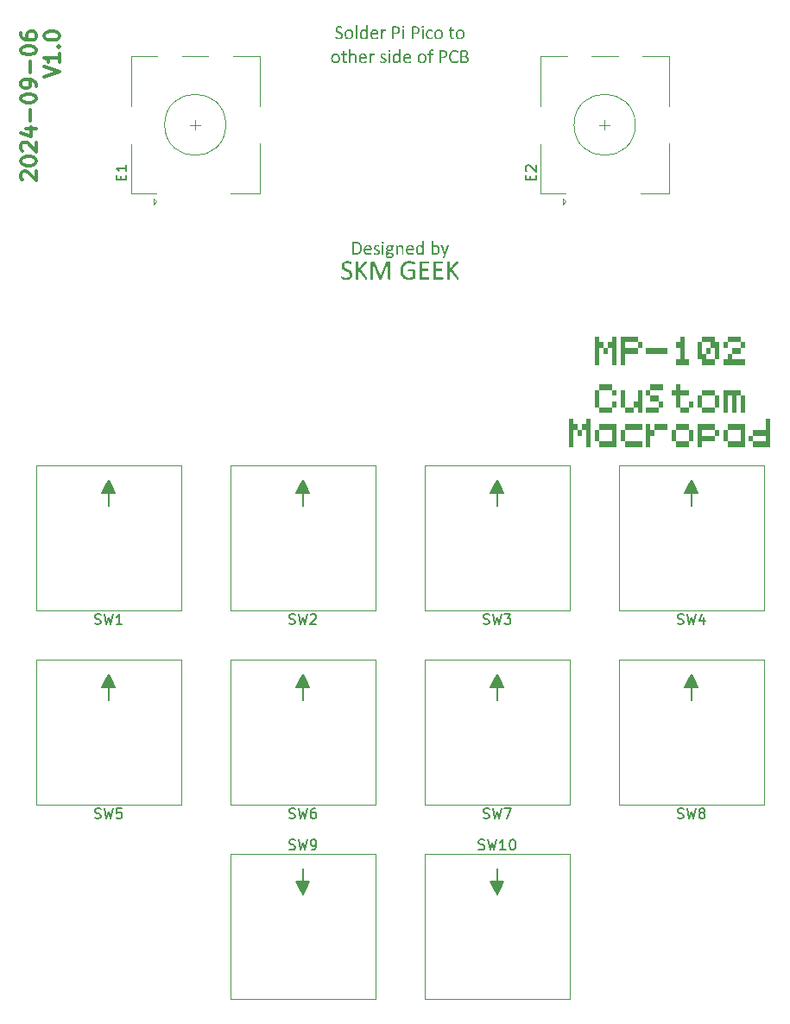
<source format=gto>
%TF.GenerationSoftware,KiCad,Pcbnew,8.0.4*%
%TF.CreationDate,2024-09-06T01:45:46+10:00*%
%TF.ProjectId,PCB,5043422e-6b69-4636-9164-5f7063625858,rev?*%
%TF.SameCoordinates,Original*%
%TF.FileFunction,Legend,Top*%
%TF.FilePolarity,Positive*%
%FSLAX46Y46*%
G04 Gerber Fmt 4.6, Leading zero omitted, Abs format (unit mm)*
G04 Created by KiCad (PCBNEW 8.0.4) date 2024-09-06 01:45:46*
%MOMM*%
%LPD*%
G01*
G04 APERTURE LIST*
%ADD10C,0.200000*%
%ADD11C,0.150000*%
%ADD12C,0.300000*%
%ADD13C,0.120000*%
%ADD14C,0.000000*%
%ADD15C,1.750000*%
%ADD16C,3.050000*%
%ADD17C,4.000000*%
%ADD18C,2.200000*%
%ADD19R,2.000000X2.000000*%
%ADD20C,2.000000*%
%ADD21R,2.500000X3.000000*%
%ADD22O,1.800000X1.800000*%
%ADD23O,1.500000X1.500000*%
%ADD24O,1.700000X1.700000*%
%ADD25R,1.700000X1.700000*%
G04 APERTURE END LIST*
D10*
X128905000Y-116840000D02*
X127635000Y-116840000D01*
X128270000Y-115570000D01*
X128905000Y-116840000D01*
G36*
X128905000Y-116840000D02*
G01*
X127635000Y-116840000D01*
X128270000Y-115570000D01*
X128905000Y-116840000D01*
G37*
X147955000Y-97790000D02*
X146685000Y-97790000D01*
X147320000Y-96520000D01*
X147955000Y-97790000D01*
G36*
X147955000Y-97790000D02*
G01*
X146685000Y-97790000D01*
X147320000Y-96520000D01*
X147955000Y-97790000D01*
G37*
X128270000Y-134620000D02*
X128270000Y-135890000D01*
X128905000Y-97790000D02*
X127635000Y-97790000D01*
X128270000Y-96520000D01*
X128905000Y-97790000D01*
G36*
X128905000Y-97790000D02*
G01*
X127635000Y-97790000D01*
X128270000Y-96520000D01*
X128905000Y-97790000D01*
G37*
X147320000Y-137160000D02*
X146685000Y-135890000D01*
X147955000Y-135890000D01*
X147320000Y-137160000D01*
G36*
X147320000Y-137160000D02*
G01*
X146685000Y-135890000D01*
X147955000Y-135890000D01*
X147320000Y-137160000D01*
G37*
X167005000Y-116840000D02*
X165735000Y-116840000D01*
X166370000Y-115570000D01*
X167005000Y-116840000D01*
G36*
X167005000Y-116840000D02*
G01*
X165735000Y-116840000D01*
X166370000Y-115570000D01*
X167005000Y-116840000D01*
G37*
X147320000Y-99060000D02*
X147320000Y-97790000D01*
X128270000Y-99060000D02*
X128270000Y-97790000D01*
X128270000Y-137160000D02*
X127635000Y-135890000D01*
X128905000Y-135890000D01*
X128270000Y-137160000D01*
G36*
X128270000Y-137160000D02*
G01*
X127635000Y-135890000D01*
X128905000Y-135890000D01*
X128270000Y-137160000D01*
G37*
X128270000Y-118110000D02*
X128270000Y-116840000D01*
X147320000Y-134620000D02*
X147320000Y-135890000D01*
X147955000Y-116840000D02*
X146685000Y-116840000D01*
X147320000Y-115570000D01*
X147955000Y-116840000D01*
G36*
X147955000Y-116840000D02*
G01*
X146685000Y-116840000D01*
X147320000Y-115570000D01*
X147955000Y-116840000D01*
G37*
X167005000Y-97790000D02*
X165735000Y-97790000D01*
X166370000Y-96520000D01*
X167005000Y-97790000D01*
G36*
X167005000Y-97790000D02*
G01*
X165735000Y-97790000D01*
X166370000Y-96520000D01*
X167005000Y-97790000D01*
G37*
X109220000Y-99060000D02*
X109220000Y-97790000D01*
X166370000Y-118110000D02*
X166370000Y-116840000D01*
X147320000Y-118110000D02*
X147320000Y-116840000D01*
X109855000Y-97790000D02*
X108585000Y-97790000D01*
X109220000Y-96520000D01*
X109855000Y-97790000D01*
G36*
X109855000Y-97790000D02*
G01*
X108585000Y-97790000D01*
X109220000Y-96520000D01*
X109855000Y-97790000D01*
G37*
X166370000Y-99060000D02*
X166370000Y-97790000D01*
X109220000Y-118110000D02*
X109220000Y-116840000D01*
X109855000Y-116840000D02*
X108585000Y-116840000D01*
X109220000Y-115570000D01*
X109855000Y-116840000D01*
G36*
X109855000Y-116840000D02*
G01*
X108585000Y-116840000D01*
X109220000Y-115570000D01*
X109855000Y-116840000D01*
G37*
D11*
G36*
X157750741Y-84165528D02*
G01*
X157750741Y-83603281D01*
X158170228Y-83603281D01*
X158170228Y-84165528D01*
X157750741Y-84165528D01*
G37*
G36*
X156906638Y-85291000D02*
G01*
X156906638Y-82477322D01*
X157326125Y-82477322D01*
X157326125Y-83040057D01*
X157750741Y-83040057D01*
X157750741Y-83602304D01*
X157326125Y-83602304D01*
X157326125Y-85291000D01*
X156906638Y-85291000D01*
G37*
G36*
X158594844Y-85291000D02*
G01*
X158594844Y-83602304D01*
X158170228Y-83602304D01*
X158170228Y-83040057D01*
X158594844Y-83040057D01*
X158594844Y-82477322D01*
X159014331Y-82477322D01*
X159014331Y-85291000D01*
X158594844Y-85291000D01*
G37*
G36*
X161113965Y-83602304D02*
G01*
X161113965Y-83040057D01*
X161533452Y-83040057D01*
X161533452Y-83602304D01*
X161113965Y-83602304D01*
G37*
G36*
X159425758Y-85291000D02*
G01*
X159425758Y-82477322D01*
X161113965Y-82477322D01*
X161113965Y-83039569D01*
X159845245Y-83039569D01*
X159845245Y-83603281D01*
X161113965Y-83603281D01*
X161113965Y-84165528D01*
X159845245Y-84165528D01*
X159845245Y-85291000D01*
X159425758Y-85291000D01*
G37*
G36*
X161944879Y-84165528D02*
G01*
X161944879Y-83603281D01*
X164055137Y-83603281D01*
X164055137Y-84165528D01*
X161944879Y-84165528D01*
G37*
G36*
X164886051Y-85291000D02*
G01*
X164886051Y-84728752D01*
X165308103Y-84728752D01*
X165308103Y-83602304D01*
X164886051Y-83602304D01*
X164886051Y-83040057D01*
X165308103Y-83040057D01*
X165308103Y-82477322D01*
X165727590Y-82477322D01*
X165727590Y-84728752D01*
X166152206Y-84728752D01*
X166152206Y-85291000D01*
X164886051Y-85291000D01*
G37*
G36*
X167827224Y-84165528D02*
G01*
X167827224Y-83603281D01*
X168246711Y-83603281D01*
X168246711Y-84165528D01*
X167827224Y-84165528D01*
G37*
G36*
X167405172Y-85291000D02*
G01*
X167405172Y-84728264D01*
X166983120Y-84728264D01*
X166983120Y-83040057D01*
X167402607Y-83040057D01*
X167402607Y-84165528D01*
X167827224Y-84165528D01*
X167827224Y-84728752D01*
X168671327Y-84728752D01*
X168671327Y-85291000D01*
X167405172Y-85291000D01*
G37*
G36*
X168671327Y-84728264D02*
G01*
X168671327Y-83603281D01*
X168246711Y-83603281D01*
X168246711Y-83039569D01*
X167405172Y-83039569D01*
X167405172Y-82477322D01*
X168671327Y-82477322D01*
X168671327Y-83040057D01*
X169090814Y-83040057D01*
X169090814Y-84728264D01*
X168671327Y-84728264D01*
G37*
G36*
X169502241Y-85291000D02*
G01*
X169502241Y-84728752D01*
X169924293Y-84728752D01*
X169924293Y-84165528D01*
X170343780Y-84165528D01*
X170343780Y-84728752D01*
X171609935Y-84728752D01*
X171609935Y-85291000D01*
X169502241Y-85291000D01*
G37*
G36*
X170346344Y-84165528D02*
G01*
X170346344Y-83603281D01*
X171190448Y-83603281D01*
X171190448Y-84165528D01*
X170346344Y-84165528D01*
G37*
G36*
X169502241Y-83602304D02*
G01*
X169502241Y-83040057D01*
X169921728Y-83040057D01*
X169921728Y-83602304D01*
X169502241Y-83602304D01*
G37*
G36*
X171190448Y-83602304D02*
G01*
X171190448Y-83040057D01*
X171609935Y-83040057D01*
X171609935Y-83602304D01*
X171190448Y-83602304D01*
G37*
G36*
X169924293Y-83039569D02*
G01*
X169924293Y-82477322D01*
X171190448Y-82477322D01*
X171190448Y-83039569D01*
X169924293Y-83039569D01*
G37*
G36*
X132210120Y-52947563D02*
G01*
X132204815Y-53016082D01*
X132187238Y-53082803D01*
X132177978Y-53104855D01*
X132142285Y-53164706D01*
X132095471Y-53215391D01*
X132088390Y-53221457D01*
X132030422Y-53261152D01*
X131963588Y-53290479D01*
X131954007Y-53293606D01*
X131884032Y-53310202D01*
X131814836Y-53317291D01*
X131787140Y-53317884D01*
X131716087Y-53314388D01*
X131671223Y-53307967D01*
X131603210Y-53292702D01*
X131575822Y-53284374D01*
X131511162Y-53258401D01*
X131505724Y-53255651D01*
X131466401Y-53230005D01*
X131449988Y-53201282D01*
X131444858Y-53152385D01*
X131446568Y-53116139D01*
X131452381Y-53092887D01*
X131461955Y-53080577D01*
X131475633Y-53077158D01*
X131513588Y-53092545D01*
X131574125Y-53124925D01*
X131576505Y-53126055D01*
X131643120Y-53151893D01*
X131669171Y-53159907D01*
X131739640Y-53173041D01*
X131794663Y-53175637D01*
X131864586Y-53168849D01*
X131893484Y-53161275D01*
X131955753Y-53130996D01*
X131970420Y-53119900D01*
X132013949Y-53066372D01*
X132019660Y-53054590D01*
X132036264Y-52987212D01*
X132037099Y-52966027D01*
X132024733Y-52897473D01*
X132013163Y-52875071D01*
X131966163Y-52821610D01*
X131949562Y-52808735D01*
X131890159Y-52771665D01*
X131859632Y-52756418D01*
X131795732Y-52726231D01*
X131756366Y-52707863D01*
X131694512Y-52676413D01*
X131653442Y-52652810D01*
X131595045Y-52611056D01*
X131563854Y-52582029D01*
X131520443Y-52525689D01*
X131499911Y-52486628D01*
X131480280Y-52418154D01*
X131475633Y-52355323D01*
X131481869Y-52285348D01*
X131502268Y-52218991D01*
X131504014Y-52215127D01*
X131540345Y-52155425D01*
X131582660Y-52112203D01*
X131641835Y-52073477D01*
X131703023Y-52048602D01*
X131770823Y-52032895D01*
X131843432Y-52026804D01*
X131853477Y-52026718D01*
X131923540Y-52031343D01*
X131936568Y-52033215D01*
X132003891Y-52047010D01*
X132015556Y-52050312D01*
X132081209Y-52074248D01*
X132119164Y-52095448D01*
X132131132Y-52108784D01*
X132136261Y-52122461D01*
X132138997Y-52142636D01*
X132140022Y-52173069D01*
X132138655Y-52204527D01*
X132134210Y-52227437D01*
X132126003Y-52241115D01*
X132114035Y-52245560D01*
X132080867Y-52233250D01*
X132025473Y-52205211D01*
X131959200Y-52179779D01*
X131948194Y-52176488D01*
X131878150Y-52164522D01*
X131847664Y-52163494D01*
X131777203Y-52171573D01*
X131757050Y-52177856D01*
X131696963Y-52212557D01*
X131693791Y-52215469D01*
X131656177Y-52271547D01*
X131643868Y-52339935D01*
X131656233Y-52407722D01*
X131667803Y-52430207D01*
X131712875Y-52481819D01*
X131731746Y-52496886D01*
X131791928Y-52534587D01*
X131822702Y-52550228D01*
X131887056Y-52580843D01*
X131926310Y-52599468D01*
X131988525Y-52630391D01*
X132030260Y-52653494D01*
X132087069Y-52692272D01*
X132121216Y-52723250D01*
X132165080Y-52779296D01*
X132185501Y-52818309D01*
X132205408Y-52886134D01*
X132210120Y-52947563D01*
G37*
G36*
X132874526Y-52358779D02*
G01*
X132943640Y-52371585D01*
X132990427Y-52387123D01*
X133054801Y-52420876D01*
X133109096Y-52465887D01*
X133122758Y-52480815D01*
X133164029Y-52539411D01*
X133193209Y-52602846D01*
X133202088Y-52629558D01*
X133218133Y-52698385D01*
X133226335Y-52767051D01*
X133228417Y-52827200D01*
X133225104Y-52898801D01*
X133213932Y-52972396D01*
X133200378Y-53024499D01*
X133175711Y-53088485D01*
X133140197Y-53149988D01*
X133117287Y-53179740D01*
X133067873Y-53227843D01*
X133009091Y-53266578D01*
X132978801Y-53281296D01*
X132912780Y-53303592D01*
X132839354Y-53315597D01*
X132786289Y-53317884D01*
X132715981Y-53314086D01*
X132646746Y-53301279D01*
X132599932Y-53285741D01*
X132535558Y-53252054D01*
X132481263Y-53207239D01*
X132467601Y-53192392D01*
X132426630Y-53133562D01*
X132397727Y-53070027D01*
X132388955Y-53043306D01*
X132373119Y-52974335D01*
X132365023Y-52905283D01*
X132362967Y-52844639D01*
X132363430Y-52834381D01*
X132529492Y-52834381D01*
X132532741Y-52903965D01*
X132542486Y-52969105D01*
X132562513Y-53034910D01*
X132585570Y-53079210D01*
X132631625Y-53130287D01*
X132666952Y-53153752D01*
X132732168Y-53175872D01*
X132793812Y-53181108D01*
X132862353Y-53174063D01*
X132914175Y-53156146D01*
X132970648Y-53116636D01*
X132997608Y-53085364D01*
X133030441Y-53025211D01*
X133045822Y-52976969D01*
X133057828Y-52906550D01*
X133061209Y-52838484D01*
X133057960Y-52769668D01*
X133048215Y-52704785D01*
X133028296Y-52638872D01*
X133005473Y-52594339D01*
X132960005Y-52542807D01*
X132924775Y-52519454D01*
X132859451Y-52497058D01*
X132797573Y-52491757D01*
X132728595Y-52498898D01*
X132676868Y-52517060D01*
X132620849Y-52556544D01*
X132593777Y-52588184D01*
X132560988Y-52648622D01*
X132545221Y-52696921D01*
X132532948Y-52767051D01*
X132529492Y-52834381D01*
X132363430Y-52834381D01*
X132366200Y-52773078D01*
X132377099Y-52699619D01*
X132390323Y-52647681D01*
X132414782Y-52583535D01*
X132450179Y-52522075D01*
X132473072Y-52492441D01*
X132522595Y-52444229D01*
X132581146Y-52405724D01*
X132611216Y-52391226D01*
X132677173Y-52369139D01*
X132750920Y-52357246D01*
X132804412Y-52354981D01*
X132874526Y-52358779D01*
G37*
G36*
X133614810Y-53266251D02*
G01*
X133611048Y-53279586D01*
X133598397Y-53288477D01*
X133574461Y-53294290D01*
X133535138Y-53296000D01*
X133496498Y-53294290D01*
X133471879Y-53288477D01*
X133459569Y-53279586D01*
X133456149Y-53266251D01*
X133456149Y-51991498D01*
X133459569Y-51978163D01*
X133471879Y-51968588D01*
X133496498Y-51963117D01*
X133535138Y-51961066D01*
X133574461Y-51963117D01*
X133598397Y-51968588D01*
X133611048Y-51978163D01*
X133614810Y-51991498D01*
X133614810Y-53266251D01*
G37*
G36*
X134605068Y-51963459D02*
G01*
X134629004Y-51969272D01*
X134641997Y-51978847D01*
X134646443Y-51991840D01*
X134646443Y-53266251D01*
X134643023Y-53279928D01*
X134631397Y-53288819D01*
X134609855Y-53294290D01*
X134577029Y-53296000D01*
X134543177Y-53294290D01*
X134521293Y-53289161D01*
X134508641Y-53280612D01*
X134504879Y-53267618D01*
X134504879Y-53159224D01*
X134453027Y-53210771D01*
X134395010Y-53256196D01*
X134362974Y-53276167D01*
X134295963Y-53304684D01*
X134223586Y-53317232D01*
X134201921Y-53317884D01*
X134129256Y-53311732D01*
X134061226Y-53291350D01*
X134039499Y-53280612D01*
X133981982Y-53239640D01*
X133935735Y-53187247D01*
X133930420Y-53179398D01*
X133896195Y-53114568D01*
X133873063Y-53045248D01*
X133869213Y-53029286D01*
X133856815Y-52957750D01*
X133850981Y-52889012D01*
X133850064Y-52847716D01*
X133850682Y-52829593D01*
X134014537Y-52829593D01*
X134017336Y-52899304D01*
X134024454Y-52959531D01*
X134040646Y-53026369D01*
X134059674Y-53072371D01*
X134099504Y-53128604D01*
X134126010Y-53151359D01*
X134189444Y-53177592D01*
X134229960Y-53181108D01*
X134290825Y-53172559D01*
X134351006Y-53143152D01*
X134404886Y-53099767D01*
X134415291Y-53089810D01*
X134463616Y-53037562D01*
X134486757Y-53009112D01*
X134486757Y-52658623D01*
X134438912Y-52603021D01*
X134388491Y-52555048D01*
X134361949Y-52534499D01*
X134300741Y-52502442D01*
X134236798Y-52491757D01*
X134167930Y-52503244D01*
X134133533Y-52521163D01*
X134082975Y-52570017D01*
X134064803Y-52598100D01*
X134037501Y-52662882D01*
X134026505Y-52706495D01*
X134016828Y-52775233D01*
X134014537Y-52829593D01*
X133850682Y-52829593D01*
X133852402Y-52779148D01*
X133860373Y-52708737D01*
X133874000Y-52643578D01*
X133897450Y-52574078D01*
X133931035Y-52509077D01*
X133945124Y-52488337D01*
X133994321Y-52434607D01*
X134053436Y-52393950D01*
X134062067Y-52389517D01*
X134127227Y-52365908D01*
X134195116Y-52355824D01*
X134223121Y-52354981D01*
X134291432Y-52362344D01*
X134358004Y-52386429D01*
X134361949Y-52388491D01*
X134420878Y-52426894D01*
X134475201Y-52475345D01*
X134486757Y-52487311D01*
X134486757Y-51991498D01*
X134490176Y-51978505D01*
X134503170Y-51969272D01*
X134527447Y-51963459D01*
X134565745Y-51961066D01*
X134605068Y-51963459D01*
G37*
G36*
X135364853Y-52359549D02*
G01*
X135433350Y-52374808D01*
X135466073Y-52387465D01*
X135527757Y-52422803D01*
X135581132Y-52471262D01*
X135584042Y-52474660D01*
X135624049Y-52534157D01*
X135650376Y-52598632D01*
X135651746Y-52603229D01*
X135667209Y-52674726D01*
X135673099Y-52745524D01*
X135673288Y-52761205D01*
X135673288Y-52789586D01*
X135654482Y-52842587D01*
X135611739Y-52858316D01*
X135044461Y-52858316D01*
X135048051Y-52929782D01*
X135058822Y-52993725D01*
X135082627Y-53059283D01*
X135106694Y-53097332D01*
X135159666Y-53145340D01*
X135194230Y-53163669D01*
X135262584Y-53182194D01*
X135326219Y-53186579D01*
X135397813Y-53182705D01*
X135435640Y-53176662D01*
X135503043Y-53159173D01*
X135519073Y-53153752D01*
X135576861Y-53131184D01*
X135611055Y-53120926D01*
X135622681Y-53124346D01*
X135630888Y-53134604D01*
X135635333Y-53153752D01*
X135636701Y-53183501D01*
X135635675Y-53205727D01*
X135633281Y-53222482D01*
X135628494Y-53235476D01*
X135619946Y-53246760D01*
X135588829Y-53264541D01*
X135524038Y-53287408D01*
X135521467Y-53288135D01*
X135452096Y-53303907D01*
X135425724Y-53308651D01*
X135354958Y-53316585D01*
X135309806Y-53317884D01*
X135239571Y-53314328D01*
X135170048Y-53302339D01*
X135122765Y-53287793D01*
X135057362Y-53255667D01*
X135001777Y-53212545D01*
X134987699Y-53198205D01*
X134944932Y-53140385D01*
X134914363Y-53076381D01*
X134904949Y-53049119D01*
X134888071Y-52977840D01*
X134879443Y-52905321D01*
X134877252Y-52840877D01*
X134880646Y-52766007D01*
X134885561Y-52732482D01*
X135044461Y-52732482D01*
X135513602Y-52732482D01*
X135509549Y-52663907D01*
X135488904Y-52594665D01*
X135458550Y-52547835D01*
X135402008Y-52504442D01*
X135333286Y-52484022D01*
X135285870Y-52480815D01*
X135215010Y-52489798D01*
X135182946Y-52501673D01*
X135124667Y-52540654D01*
X135108745Y-52557067D01*
X135071624Y-52614898D01*
X135062584Y-52637081D01*
X135046724Y-52704752D01*
X135044461Y-52732482D01*
X134885561Y-52732482D01*
X134890828Y-52696551D01*
X134905975Y-52638107D01*
X134931124Y-52574250D01*
X134966507Y-52513753D01*
X134989066Y-52484918D01*
X135040959Y-52435494D01*
X135101490Y-52397328D01*
X135120371Y-52388491D01*
X135185930Y-52366794D01*
X135257583Y-52356159D01*
X135292709Y-52354981D01*
X135364853Y-52359549D01*
G37*
G36*
X136415982Y-52453459D02*
G01*
X136414956Y-52488679D01*
X136410853Y-52510905D01*
X136403672Y-52523215D01*
X136391704Y-52527660D01*
X136372898Y-52523215D01*
X136347936Y-52514667D01*
X136316819Y-52506460D01*
X136279206Y-52502699D01*
X136232018Y-52512957D01*
X136183463Y-52546125D01*
X136137087Y-52597998D01*
X136130120Y-52607332D01*
X136091117Y-52664659D01*
X136068571Y-52700682D01*
X136068571Y-53266251D01*
X136064810Y-53279244D01*
X136052158Y-53288477D01*
X136028222Y-53294290D01*
X135988899Y-53296000D01*
X135950260Y-53294290D01*
X135925640Y-53288477D01*
X135913330Y-53279244D01*
X135909911Y-53266251D01*
X135909911Y-52406614D01*
X135912646Y-52393620D01*
X135924272Y-52384046D01*
X135946498Y-52378233D01*
X135982060Y-52376865D01*
X136017280Y-52378233D01*
X136038822Y-52384046D01*
X136049764Y-52393620D01*
X136053184Y-52406614D01*
X136053184Y-52531764D01*
X136093846Y-52474434D01*
X136119862Y-52443543D01*
X136170270Y-52396308D01*
X136179018Y-52389859D01*
X136234412Y-52362503D01*
X136289806Y-52354981D01*
X136318187Y-52356348D01*
X136351355Y-52361478D01*
X136382472Y-52370026D01*
X136402304Y-52379600D01*
X136409827Y-52388833D01*
X136413246Y-52399775D01*
X136415298Y-52418923D01*
X136415982Y-52453459D01*
G37*
G36*
X137456048Y-52051411D02*
G01*
X137463002Y-52052022D01*
X137532146Y-52062544D01*
X137550539Y-52066383D01*
X137617697Y-52088991D01*
X137653463Y-52107416D01*
X137710209Y-52148091D01*
X137742367Y-52181617D01*
X137781557Y-52241804D01*
X137798787Y-52283173D01*
X137814824Y-52351971D01*
X137818620Y-52410717D01*
X137813541Y-52482795D01*
X137796711Y-52553855D01*
X137787845Y-52577584D01*
X137755812Y-52638620D01*
X137710161Y-52694719D01*
X137699625Y-52704785D01*
X137644619Y-52746046D01*
X137579534Y-52778276D01*
X137559087Y-52785825D01*
X137492249Y-52803328D01*
X137423039Y-52812276D01*
X137360762Y-52814548D01*
X137219541Y-52814548D01*
X137219541Y-53265225D01*
X137215096Y-53278561D01*
X137201418Y-53287793D01*
X137176457Y-53293606D01*
X137136792Y-53296000D01*
X137096785Y-53293606D01*
X137071139Y-53287793D01*
X137057803Y-53278903D01*
X137054042Y-53265225D01*
X137054042Y-52677772D01*
X137219541Y-52677772D01*
X137368285Y-52677772D01*
X137437100Y-52673070D01*
X137493093Y-52658965D01*
X137553671Y-52625848D01*
X137576184Y-52606307D01*
X137617410Y-52548219D01*
X137627133Y-52525609D01*
X137642869Y-52457008D01*
X137644572Y-52423369D01*
X137637477Y-52354639D01*
X137616191Y-52298219D01*
X137573051Y-52243290D01*
X137545752Y-52223334D01*
X137481446Y-52196598D01*
X137459241Y-52192217D01*
X137390920Y-52185706D01*
X137372388Y-52185378D01*
X137219541Y-52185378D01*
X137219541Y-52677772D01*
X137054042Y-52677772D01*
X137054042Y-52119726D01*
X137074216Y-52065016D01*
X137119353Y-52048602D01*
X137385724Y-52048602D01*
X137456048Y-52051411D01*
G37*
G36*
X138206380Y-53266251D02*
G01*
X138202618Y-53279244D01*
X138189967Y-53288477D01*
X138166031Y-53294290D01*
X138126708Y-53296000D01*
X138088069Y-53294290D01*
X138063449Y-53288477D01*
X138051139Y-53279244D01*
X138047720Y-53266251D01*
X138047720Y-52406614D01*
X138051139Y-52394304D01*
X138063449Y-52384729D01*
X138088069Y-52378916D01*
X138126708Y-52376865D01*
X138166031Y-52378916D01*
X138189967Y-52384729D01*
X138202618Y-52394304D01*
X138206380Y-52406614D01*
X138206380Y-53266251D01*
G37*
G36*
X138224845Y-52105023D02*
G01*
X138210849Y-52172673D01*
X138203644Y-52181617D01*
X138136012Y-52201614D01*
X138125682Y-52201792D01*
X138058135Y-52188699D01*
X138049087Y-52181959D01*
X138028651Y-52113818D01*
X138028571Y-52107074D01*
X138042566Y-52039649D01*
X138049771Y-52030822D01*
X138117403Y-52010485D01*
X138127734Y-52010305D01*
X138195054Y-52023398D01*
X138203986Y-52030138D01*
X138224763Y-52098279D01*
X138224845Y-52105023D01*
G37*
G36*
X139359970Y-52051411D02*
G01*
X139366924Y-52052022D01*
X139436068Y-52062544D01*
X139454461Y-52066383D01*
X139521619Y-52088991D01*
X139557385Y-52107416D01*
X139614131Y-52148091D01*
X139646289Y-52181617D01*
X139685479Y-52241804D01*
X139702709Y-52283173D01*
X139718746Y-52351971D01*
X139722542Y-52410717D01*
X139717463Y-52482795D01*
X139700633Y-52553855D01*
X139691767Y-52577584D01*
X139659734Y-52638620D01*
X139614083Y-52694719D01*
X139603547Y-52704785D01*
X139548541Y-52746046D01*
X139483456Y-52778276D01*
X139463009Y-52785825D01*
X139396171Y-52803328D01*
X139326961Y-52812276D01*
X139264684Y-52814548D01*
X139123463Y-52814548D01*
X139123463Y-53265225D01*
X139119018Y-53278561D01*
X139105340Y-53287793D01*
X139080378Y-53293606D01*
X139040713Y-53296000D01*
X139000706Y-53293606D01*
X138975061Y-53287793D01*
X138961725Y-53278903D01*
X138957964Y-53265225D01*
X138957964Y-52677772D01*
X139123463Y-52677772D01*
X139272207Y-52677772D01*
X139341022Y-52673070D01*
X139397015Y-52658965D01*
X139457593Y-52625848D01*
X139480106Y-52606307D01*
X139521331Y-52548219D01*
X139531055Y-52525609D01*
X139546791Y-52457008D01*
X139548494Y-52423369D01*
X139541399Y-52354639D01*
X139520113Y-52298219D01*
X139476973Y-52243290D01*
X139449674Y-52223334D01*
X139385367Y-52196598D01*
X139363163Y-52192217D01*
X139294842Y-52185706D01*
X139276310Y-52185378D01*
X139123463Y-52185378D01*
X139123463Y-52677772D01*
X138957964Y-52677772D01*
X138957964Y-52119726D01*
X138978138Y-52065016D01*
X139023274Y-52048602D01*
X139289646Y-52048602D01*
X139359970Y-52051411D01*
G37*
G36*
X140110302Y-53266251D02*
G01*
X140106540Y-53279244D01*
X140093889Y-53288477D01*
X140069953Y-53294290D01*
X140030630Y-53296000D01*
X139991990Y-53294290D01*
X139967371Y-53288477D01*
X139955061Y-53279244D01*
X139951641Y-53266251D01*
X139951641Y-52406614D01*
X139955061Y-52394304D01*
X139967371Y-52384729D01*
X139991990Y-52378916D01*
X140030630Y-52376865D01*
X140069953Y-52378916D01*
X140093889Y-52384729D01*
X140106540Y-52394304D01*
X140110302Y-52406614D01*
X140110302Y-53266251D01*
G37*
G36*
X140128766Y-52105023D02*
G01*
X140114771Y-52172673D01*
X140107566Y-52181617D01*
X140039934Y-52201614D01*
X140029604Y-52201792D01*
X139962057Y-52188699D01*
X139953009Y-52181959D01*
X139932573Y-52113818D01*
X139932493Y-52107074D01*
X139946488Y-52039649D01*
X139953693Y-52030822D01*
X140021325Y-52010485D01*
X140031655Y-52010305D01*
X140098976Y-52023398D01*
X140107908Y-52030138D01*
X140128685Y-52098279D01*
X140128766Y-52105023D01*
G37*
G36*
X141022598Y-53145546D02*
G01*
X141021572Y-53174611D01*
X141018152Y-53194785D01*
X141012339Y-53209147D01*
X140996952Y-53227270D01*
X140956261Y-53256334D01*
X140893551Y-53286592D01*
X140891293Y-53287451D01*
X140823487Y-53307123D01*
X140812988Y-53309335D01*
X140745068Y-53317475D01*
X140725452Y-53317884D01*
X140653104Y-53312748D01*
X140583017Y-53295731D01*
X140559953Y-53286767D01*
X140497497Y-53251284D01*
X140445409Y-53203179D01*
X140439248Y-53195811D01*
X140401147Y-53137982D01*
X140373620Y-53075024D01*
X140365047Y-53048435D01*
X140349628Y-52979240D01*
X140341745Y-52909137D01*
X140339743Y-52847032D01*
X140342205Y-52777029D01*
X140350713Y-52706036D01*
X140367092Y-52636198D01*
X140370860Y-52624429D01*
X140397675Y-52559386D01*
X140433997Y-52499558D01*
X140456687Y-52471924D01*
X140507924Y-52425754D01*
X140570956Y-52389360D01*
X140584572Y-52383704D01*
X140651191Y-52364069D01*
X140722390Y-52355429D01*
X140743574Y-52354981D01*
X140814148Y-52361264D01*
X140823930Y-52363187D01*
X140891310Y-52382742D01*
X140895396Y-52384387D01*
X140953526Y-52414478D01*
X140990797Y-52443885D01*
X141006526Y-52463034D01*
X141013707Y-52479447D01*
X141017810Y-52500989D01*
X141018836Y-52531080D01*
X141009946Y-52585790D01*
X140989087Y-52601177D01*
X140955577Y-52584080D01*
X140908048Y-52546467D01*
X140845877Y-52512089D01*
X140838292Y-52508854D01*
X140768793Y-52492825D01*
X140741865Y-52491757D01*
X140669415Y-52502343D01*
X140604756Y-52538038D01*
X140566108Y-52581345D01*
X140534011Y-52644971D01*
X140515287Y-52715654D01*
X140506728Y-52789155D01*
X140505242Y-52840193D01*
X140508253Y-52910636D01*
X140519067Y-52981204D01*
X140520972Y-52989279D01*
X140543704Y-53054615D01*
X140567817Y-53096307D01*
X140616597Y-53144895D01*
X140643044Y-53160249D01*
X140710778Y-53179071D01*
X140745626Y-53181108D01*
X140814550Y-53173027D01*
X140841711Y-53164011D01*
X140903498Y-53132392D01*
X140913177Y-53126055D01*
X140964126Y-53088442D01*
X140996610Y-53071687D01*
X141008236Y-53075790D01*
X141016443Y-53088784D01*
X141021230Y-53112036D01*
X141022598Y-53145546D01*
G37*
G36*
X141663751Y-52358779D02*
G01*
X141732866Y-52371585D01*
X141779653Y-52387123D01*
X141844027Y-52420876D01*
X141898322Y-52465887D01*
X141911983Y-52480815D01*
X141953254Y-52539411D01*
X141982434Y-52602846D01*
X141991313Y-52629558D01*
X142007358Y-52698385D01*
X142015560Y-52767051D01*
X142017643Y-52827200D01*
X142014330Y-52898801D01*
X142003158Y-52972396D01*
X141989604Y-53024499D01*
X141964936Y-53088485D01*
X141929422Y-53149988D01*
X141906512Y-53179740D01*
X141857098Y-53227843D01*
X141798316Y-53266578D01*
X141768027Y-53281296D01*
X141702006Y-53303592D01*
X141628579Y-53315597D01*
X141575514Y-53317884D01*
X141505206Y-53314086D01*
X141435971Y-53301279D01*
X141389157Y-53285741D01*
X141324783Y-53252054D01*
X141270488Y-53207239D01*
X141256826Y-53192392D01*
X141215855Y-53133562D01*
X141186952Y-53070027D01*
X141178180Y-53043306D01*
X141162344Y-52974335D01*
X141154248Y-52905283D01*
X141152193Y-52844639D01*
X141152656Y-52834381D01*
X141318718Y-52834381D01*
X141321966Y-52903965D01*
X141331711Y-52969105D01*
X141351739Y-53034910D01*
X141374796Y-53079210D01*
X141420851Y-53130287D01*
X141456177Y-53153752D01*
X141521393Y-53175872D01*
X141583037Y-53181108D01*
X141651578Y-53174063D01*
X141703400Y-53156146D01*
X141759874Y-53116636D01*
X141786833Y-53085364D01*
X141819667Y-53025211D01*
X141835047Y-52976969D01*
X141847053Y-52906550D01*
X141850434Y-52838484D01*
X141847186Y-52769668D01*
X141837440Y-52704785D01*
X141817521Y-52638872D01*
X141794698Y-52594339D01*
X141749231Y-52542807D01*
X141714000Y-52519454D01*
X141648676Y-52497058D01*
X141586798Y-52491757D01*
X141517820Y-52498898D01*
X141466094Y-52517060D01*
X141410074Y-52556544D01*
X141383002Y-52588184D01*
X141350213Y-52648622D01*
X141334447Y-52696921D01*
X141322174Y-52767051D01*
X141318718Y-52834381D01*
X141152656Y-52834381D01*
X141155425Y-52773078D01*
X141166324Y-52699619D01*
X141179548Y-52647681D01*
X141204007Y-52583535D01*
X141239404Y-52522075D01*
X141262297Y-52492441D01*
X141311820Y-52444229D01*
X141370372Y-52405724D01*
X141400441Y-52391226D01*
X141466398Y-52369139D01*
X141540145Y-52357246D01*
X141593637Y-52354981D01*
X141663751Y-52358779D01*
G37*
G36*
X143138864Y-53213250D02*
G01*
X143134761Y-53257702D01*
X143123135Y-53281980D01*
X143100225Y-53296341D01*
X143065005Y-53307625D01*
X143023288Y-53314806D01*
X142979178Y-53317884D01*
X142909454Y-53312149D01*
X142863602Y-53299761D01*
X142803619Y-53264485D01*
X142784956Y-53245392D01*
X142750561Y-53185872D01*
X142740162Y-53152727D01*
X142728826Y-53083364D01*
X142726143Y-53020738D01*
X142726143Y-52508170D01*
X142605096Y-52508170D01*
X142581844Y-52492782D01*
X142573295Y-52442859D01*
X142575689Y-52412427D01*
X142581844Y-52391910D01*
X142591760Y-52380284D01*
X142605780Y-52376865D01*
X142726143Y-52376865D01*
X142726143Y-52167598D01*
X142729562Y-52154946D01*
X142741872Y-52144346D01*
X142766491Y-52138191D01*
X142805131Y-52136139D01*
X142844454Y-52138191D01*
X142868390Y-52144346D01*
X142881041Y-52154946D01*
X142884803Y-52167598D01*
X142884803Y-52376865D01*
X143107064Y-52376865D01*
X143120399Y-52380284D01*
X143130316Y-52391910D01*
X143136812Y-52412427D01*
X143138864Y-52442859D01*
X143129974Y-52492782D01*
X143107064Y-52508170D01*
X142884803Y-52508170D01*
X142884803Y-52997828D01*
X142889842Y-53068672D01*
X142911132Y-53134946D01*
X142967361Y-53176600D01*
X143005849Y-53181108D01*
X143045173Y-53177004D01*
X143075947Y-53167772D01*
X143099199Y-53158540D01*
X143116638Y-53154094D01*
X143125528Y-53156830D01*
X143132367Y-53166062D01*
X143136812Y-53184185D01*
X143138864Y-53213250D01*
G37*
G36*
X143776940Y-52358779D02*
G01*
X143846055Y-52371585D01*
X143892842Y-52387123D01*
X143957216Y-52420876D01*
X144011511Y-52465887D01*
X144025173Y-52480815D01*
X144066443Y-52539411D01*
X144095624Y-52602846D01*
X144104503Y-52629558D01*
X144120547Y-52698385D01*
X144128749Y-52767051D01*
X144130832Y-52827200D01*
X144127519Y-52898801D01*
X144116347Y-52972396D01*
X144102793Y-53024499D01*
X144078125Y-53088485D01*
X144042611Y-53149988D01*
X144019701Y-53179740D01*
X143970287Y-53227843D01*
X143911506Y-53266578D01*
X143881216Y-53281296D01*
X143815195Y-53303592D01*
X143741768Y-53315597D01*
X143688704Y-53317884D01*
X143618395Y-53314086D01*
X143549160Y-53301279D01*
X143502346Y-53285741D01*
X143437972Y-53252054D01*
X143383677Y-53207239D01*
X143370016Y-53192392D01*
X143329044Y-53133562D01*
X143300142Y-53070027D01*
X143291369Y-53043306D01*
X143275533Y-52974335D01*
X143267438Y-52905283D01*
X143265382Y-52844639D01*
X143265845Y-52834381D01*
X143431907Y-52834381D01*
X143435155Y-52903965D01*
X143444900Y-52969105D01*
X143464928Y-53034910D01*
X143487985Y-53079210D01*
X143534040Y-53130287D01*
X143569367Y-53153752D01*
X143634582Y-53175872D01*
X143696226Y-53181108D01*
X143764767Y-53174063D01*
X143816589Y-53156146D01*
X143873063Y-53116636D01*
X143900022Y-53085364D01*
X143932856Y-53025211D01*
X143948236Y-52976969D01*
X143960242Y-52906550D01*
X143963623Y-52838484D01*
X143960375Y-52769668D01*
X143950630Y-52704785D01*
X143930710Y-52638872D01*
X143907887Y-52594339D01*
X143862420Y-52542807D01*
X143827189Y-52519454D01*
X143761865Y-52497058D01*
X143699988Y-52491757D01*
X143631010Y-52498898D01*
X143579283Y-52517060D01*
X143523263Y-52556544D01*
X143496191Y-52588184D01*
X143463403Y-52648622D01*
X143447636Y-52696921D01*
X143435363Y-52767051D01*
X143431907Y-52834381D01*
X143265845Y-52834381D01*
X143268614Y-52773078D01*
X143279514Y-52699619D01*
X143292737Y-52647681D01*
X143317196Y-52583535D01*
X143352593Y-52522075D01*
X143375487Y-52492441D01*
X143425009Y-52444229D01*
X143483561Y-52405724D01*
X143513630Y-52391226D01*
X143579587Y-52369139D01*
X143653334Y-52357246D01*
X143706826Y-52354981D01*
X143776940Y-52358779D01*
G37*
G36*
X131552586Y-54710779D02*
G01*
X131621700Y-54723585D01*
X131668487Y-54739123D01*
X131732861Y-54772876D01*
X131787156Y-54817887D01*
X131800818Y-54832815D01*
X131842089Y-54891411D01*
X131871269Y-54954846D01*
X131880148Y-54981558D01*
X131896193Y-55050385D01*
X131904395Y-55119051D01*
X131906477Y-55179200D01*
X131903164Y-55250801D01*
X131891992Y-55324396D01*
X131878438Y-55376499D01*
X131853771Y-55440485D01*
X131818257Y-55501988D01*
X131795347Y-55531740D01*
X131745933Y-55579843D01*
X131687151Y-55618578D01*
X131656861Y-55633296D01*
X131590840Y-55655592D01*
X131517414Y-55667597D01*
X131464349Y-55669884D01*
X131394041Y-55666086D01*
X131324806Y-55653279D01*
X131277992Y-55637741D01*
X131213618Y-55604054D01*
X131159323Y-55559239D01*
X131145661Y-55544392D01*
X131104690Y-55485562D01*
X131075787Y-55422027D01*
X131067015Y-55395306D01*
X131051179Y-55326335D01*
X131043083Y-55257283D01*
X131041027Y-55196639D01*
X131041490Y-55186381D01*
X131207552Y-55186381D01*
X131210801Y-55255965D01*
X131220546Y-55321105D01*
X131240573Y-55386910D01*
X131263630Y-55431210D01*
X131309685Y-55482287D01*
X131345012Y-55505752D01*
X131410228Y-55527872D01*
X131471872Y-55533108D01*
X131540413Y-55526063D01*
X131592235Y-55508146D01*
X131648708Y-55468636D01*
X131675668Y-55437364D01*
X131708501Y-55377211D01*
X131723881Y-55328969D01*
X131735888Y-55258550D01*
X131739269Y-55190484D01*
X131736020Y-55121668D01*
X131726275Y-55056785D01*
X131706356Y-54990872D01*
X131683533Y-54946339D01*
X131638065Y-54894807D01*
X131602835Y-54871454D01*
X131537511Y-54849058D01*
X131475633Y-54843757D01*
X131406655Y-54850898D01*
X131354928Y-54869060D01*
X131298909Y-54908544D01*
X131271837Y-54940184D01*
X131239048Y-55000622D01*
X131223281Y-55048921D01*
X131211008Y-55119051D01*
X131207552Y-55186381D01*
X131041490Y-55186381D01*
X131044260Y-55125078D01*
X131055159Y-55051619D01*
X131068383Y-54999681D01*
X131092842Y-54935535D01*
X131128239Y-54874075D01*
X131151132Y-54844441D01*
X131200655Y-54796229D01*
X131259206Y-54757724D01*
X131289276Y-54743226D01*
X131355233Y-54721139D01*
X131428980Y-54709246D01*
X131482472Y-54706981D01*
X131552586Y-54710779D01*
G37*
G36*
X132584544Y-55565250D02*
G01*
X132580441Y-55609702D01*
X132568815Y-55633980D01*
X132545905Y-55648341D01*
X132510685Y-55659625D01*
X132468969Y-55666806D01*
X132424858Y-55669884D01*
X132355135Y-55664149D01*
X132309283Y-55651761D01*
X132249300Y-55616485D01*
X132230637Y-55597392D01*
X132196241Y-55537872D01*
X132185842Y-55504727D01*
X132174506Y-55435364D01*
X132171823Y-55372738D01*
X132171823Y-54860170D01*
X132050776Y-54860170D01*
X132027524Y-54844782D01*
X132018976Y-54794859D01*
X132021369Y-54764427D01*
X132027524Y-54743910D01*
X132037440Y-54732284D01*
X132051460Y-54728865D01*
X132171823Y-54728865D01*
X132171823Y-54519598D01*
X132175242Y-54506946D01*
X132187552Y-54496346D01*
X132212172Y-54490191D01*
X132250811Y-54488139D01*
X132290134Y-54490191D01*
X132314070Y-54496346D01*
X132326722Y-54506946D01*
X132330483Y-54519598D01*
X132330483Y-54728865D01*
X132552744Y-54728865D01*
X132566080Y-54732284D01*
X132575996Y-54743910D01*
X132582493Y-54764427D01*
X132584544Y-54794859D01*
X132575654Y-54844782D01*
X132552744Y-54860170D01*
X132330483Y-54860170D01*
X132330483Y-55349828D01*
X132335523Y-55420672D01*
X132356812Y-55486946D01*
X132413041Y-55528600D01*
X132451530Y-55533108D01*
X132490853Y-55529004D01*
X132521627Y-55519772D01*
X132544879Y-55510540D01*
X132562318Y-55506094D01*
X132571209Y-55508830D01*
X132578048Y-55518062D01*
X132582493Y-55536185D01*
X132584544Y-55565250D01*
G37*
G36*
X133536163Y-55618251D02*
G01*
X133532402Y-55631244D01*
X133519750Y-55640477D01*
X133495814Y-55646290D01*
X133457175Y-55648000D01*
X133417852Y-55646290D01*
X133393574Y-55640477D01*
X133381265Y-55631244D01*
X133377503Y-55617909D01*
X133377503Y-55109102D01*
X133374222Y-55038466D01*
X133365877Y-54989765D01*
X133339987Y-54924215D01*
X133332025Y-54911461D01*
X133281408Y-54864601D01*
X133274921Y-54861196D01*
X133208032Y-54844182D01*
X133193881Y-54843757D01*
X133126670Y-54857172D01*
X133074544Y-54886157D01*
X133021306Y-54930850D01*
X132973798Y-54981243D01*
X132949394Y-55010623D01*
X132949394Y-55617909D01*
X132945633Y-55631244D01*
X132932981Y-55640477D01*
X132909045Y-55646290D01*
X132869722Y-55648000D01*
X132831083Y-55646290D01*
X132806463Y-55640477D01*
X132794154Y-55631586D01*
X132790734Y-55618251D01*
X132790734Y-54343498D01*
X132794154Y-54330163D01*
X132806463Y-54320588D01*
X132831083Y-54315117D01*
X132869722Y-54313066D01*
X132909045Y-54315117D01*
X132932981Y-54320588D01*
X132945633Y-54330163D01*
X132949394Y-54343157D01*
X132949394Y-54849570D01*
X133000782Y-54800651D01*
X133056668Y-54759376D01*
X133086854Y-54742200D01*
X133152080Y-54716921D01*
X133221985Y-54707015D01*
X133226366Y-54706981D01*
X133296995Y-54712609D01*
X133364571Y-54732827D01*
X133372032Y-54736387D01*
X133431442Y-54775745D01*
X133467775Y-54815034D01*
X133502337Y-54875729D01*
X133520092Y-54930267D01*
X133531628Y-54998148D01*
X133535912Y-55066702D01*
X133536163Y-55089612D01*
X133536163Y-55618251D01*
G37*
G36*
X134250813Y-54711549D02*
G01*
X134319310Y-54726808D01*
X134352032Y-54739465D01*
X134413717Y-54774803D01*
X134467091Y-54823262D01*
X134470001Y-54826660D01*
X134510008Y-54886157D01*
X134536335Y-54950632D01*
X134537706Y-54955229D01*
X134553168Y-55026726D01*
X134559058Y-55097524D01*
X134559248Y-55113205D01*
X134559248Y-55141586D01*
X134540441Y-55194587D01*
X134497699Y-55210316D01*
X133930420Y-55210316D01*
X133934011Y-55281782D01*
X133944782Y-55345725D01*
X133968587Y-55411283D01*
X133992653Y-55449332D01*
X134045625Y-55497340D01*
X134080190Y-55515669D01*
X134148543Y-55534194D01*
X134212179Y-55538579D01*
X134283772Y-55534705D01*
X134321600Y-55528662D01*
X134389002Y-55511173D01*
X134405033Y-55505752D01*
X134462821Y-55483184D01*
X134497015Y-55472926D01*
X134508641Y-55476346D01*
X134516847Y-55486604D01*
X134521292Y-55505752D01*
X134522660Y-55535501D01*
X134521634Y-55557727D01*
X134519241Y-55574482D01*
X134514454Y-55587476D01*
X134505905Y-55598760D01*
X134474789Y-55616541D01*
X134409997Y-55639408D01*
X134407426Y-55640135D01*
X134338055Y-55655907D01*
X134311683Y-55660651D01*
X134240918Y-55668585D01*
X134195766Y-55669884D01*
X134125531Y-55666328D01*
X134056007Y-55654339D01*
X134008724Y-55639793D01*
X133943322Y-55607667D01*
X133887736Y-55564545D01*
X133873658Y-55550205D01*
X133830892Y-55492385D01*
X133800322Y-55428381D01*
X133790909Y-55401119D01*
X133774031Y-55329840D01*
X133765402Y-55257321D01*
X133763212Y-55192877D01*
X133766606Y-55118007D01*
X133771521Y-55084482D01*
X133930420Y-55084482D01*
X134399562Y-55084482D01*
X134395508Y-55015907D01*
X134374863Y-54946665D01*
X134344510Y-54899835D01*
X134287968Y-54856442D01*
X134219246Y-54836022D01*
X134171830Y-54832815D01*
X134100969Y-54841798D01*
X134068906Y-54853673D01*
X134010626Y-54892654D01*
X133994705Y-54909067D01*
X133957583Y-54966898D01*
X133948543Y-54989081D01*
X133932683Y-55056752D01*
X133930420Y-55084482D01*
X133771521Y-55084482D01*
X133776788Y-55048551D01*
X133791935Y-54990107D01*
X133817083Y-54926250D01*
X133852467Y-54865753D01*
X133875026Y-54836918D01*
X133926918Y-54787494D01*
X133987449Y-54749328D01*
X134006331Y-54740491D01*
X134071889Y-54718794D01*
X134143542Y-54708159D01*
X134178669Y-54706981D01*
X134250813Y-54711549D01*
G37*
G36*
X135301941Y-54805459D02*
G01*
X135300916Y-54840679D01*
X135296812Y-54862905D01*
X135289632Y-54875215D01*
X135277664Y-54879660D01*
X135258857Y-54875215D01*
X135233895Y-54866667D01*
X135202779Y-54858460D01*
X135165165Y-54854699D01*
X135117978Y-54864957D01*
X135069422Y-54898125D01*
X135023047Y-54949998D01*
X135016080Y-54959332D01*
X134977076Y-55016659D01*
X134954530Y-55052682D01*
X134954530Y-55618251D01*
X134950769Y-55631244D01*
X134938117Y-55640477D01*
X134914182Y-55646290D01*
X134874858Y-55648000D01*
X134836219Y-55646290D01*
X134811600Y-55640477D01*
X134799290Y-55631244D01*
X134795870Y-55618251D01*
X134795870Y-54758614D01*
X134798606Y-54745620D01*
X134810232Y-54736046D01*
X134832458Y-54730233D01*
X134868020Y-54728865D01*
X134903239Y-54730233D01*
X134924782Y-54736046D01*
X134935724Y-54745620D01*
X134939143Y-54758614D01*
X134939143Y-54883764D01*
X134979806Y-54826434D01*
X135005821Y-54795543D01*
X135056230Y-54748308D01*
X135064977Y-54741859D01*
X135120371Y-54714503D01*
X135175766Y-54706981D01*
X135204147Y-54708348D01*
X135237315Y-54713478D01*
X135268431Y-54722026D01*
X135288264Y-54731600D01*
X135295787Y-54740833D01*
X135299206Y-54751775D01*
X135301258Y-54770923D01*
X135301941Y-54805459D01*
G37*
G36*
X136464879Y-55388467D02*
G01*
X136457090Y-55459597D01*
X136440260Y-55508488D01*
X136401765Y-55567606D01*
X136370846Y-55597050D01*
X136311099Y-55633538D01*
X136263135Y-55651419D01*
X136193175Y-55665826D01*
X136125675Y-55669884D01*
X136056051Y-55665083D01*
X136037454Y-55662019D01*
X135970995Y-55645114D01*
X135962570Y-55642187D01*
X135906149Y-55616883D01*
X135872639Y-55592947D01*
X135857252Y-55564908D01*
X135852465Y-55517036D01*
X135854175Y-55485920D01*
X135858962Y-55465745D01*
X135867168Y-55454461D01*
X135879478Y-55451042D01*
X135910595Y-55464720D01*
X135961544Y-55494810D01*
X136025690Y-55522313D01*
X136033351Y-55524901D01*
X136102338Y-55537724D01*
X136128410Y-55538579D01*
X136197152Y-55531065D01*
X136201244Y-55530030D01*
X136258006Y-55504727D01*
X136295277Y-55462326D01*
X136308271Y-55401119D01*
X136289464Y-55338886D01*
X136239883Y-55294092D01*
X136177645Y-55262416D01*
X136170469Y-55259556D01*
X136106430Y-55234204D01*
X136091139Y-55228097D01*
X136028603Y-55199413D01*
X136011467Y-55190484D01*
X135953540Y-55150164D01*
X135941711Y-55139193D01*
X135899603Y-55082620D01*
X135892130Y-55067385D01*
X135875126Y-54998447D01*
X135873665Y-54966855D01*
X135882877Y-54897961D01*
X135893156Y-54868034D01*
X135929638Y-54808646D01*
X135952311Y-54785285D01*
X136009506Y-54746443D01*
X136051132Y-54728523D01*
X136119486Y-54711714D01*
X136188934Y-54706981D01*
X136258006Y-54713478D01*
X136320581Y-54729207D01*
X136368110Y-54750065D01*
X136397859Y-54769556D01*
X136411537Y-54783917D01*
X136416324Y-54796911D01*
X136419401Y-54815034D01*
X136420769Y-54841021D01*
X136419401Y-54869744D01*
X136414614Y-54889577D01*
X136406408Y-54900519D01*
X136395807Y-54903938D01*
X136370846Y-54892654D01*
X136328445Y-54868376D01*
X136267238Y-54844099D01*
X136198348Y-54832991D01*
X136187224Y-54832815D01*
X136117692Y-54841479D01*
X136115759Y-54842047D01*
X136065152Y-54868034D01*
X136035403Y-54908041D01*
X136025486Y-54958307D01*
X136044635Y-55022249D01*
X136094900Y-55067385D01*
X136157700Y-55099623D01*
X136164998Y-55102605D01*
X136229801Y-55128513D01*
X136245012Y-55134748D01*
X136308500Y-55162898D01*
X136326052Y-55171677D01*
X136384968Y-55210555D01*
X136396833Y-55221258D01*
X136438716Y-55276390D01*
X136446073Y-55291356D01*
X136463392Y-55357975D01*
X136464879Y-55388467D01*
G37*
G36*
X136846142Y-55618251D02*
G01*
X136842381Y-55631244D01*
X136829729Y-55640477D01*
X136805794Y-55646290D01*
X136766470Y-55648000D01*
X136727831Y-55646290D01*
X136703212Y-55640477D01*
X136690902Y-55631244D01*
X136687482Y-55618251D01*
X136687482Y-54758614D01*
X136690902Y-54746304D01*
X136703212Y-54736729D01*
X136727831Y-54730916D01*
X136766470Y-54728865D01*
X136805794Y-54730916D01*
X136829729Y-54736729D01*
X136842381Y-54746304D01*
X136846142Y-54758614D01*
X136846142Y-55618251D01*
G37*
G36*
X136864607Y-54457023D02*
G01*
X136850612Y-54524673D01*
X136843407Y-54533617D01*
X136775775Y-54553614D01*
X136765445Y-54553792D01*
X136697898Y-54540699D01*
X136688850Y-54533959D01*
X136668414Y-54465818D01*
X136668334Y-54459074D01*
X136682329Y-54391649D01*
X136689534Y-54382822D01*
X136757166Y-54362485D01*
X136767496Y-54362305D01*
X136834817Y-54375398D01*
X136843749Y-54382138D01*
X136864526Y-54450279D01*
X136864607Y-54457023D01*
G37*
G36*
X137836401Y-54315459D02*
G01*
X137860336Y-54321272D01*
X137873330Y-54330847D01*
X137877775Y-54343840D01*
X137877775Y-55618251D01*
X137874356Y-55631928D01*
X137862730Y-55640819D01*
X137841188Y-55646290D01*
X137808362Y-55648000D01*
X137774510Y-55646290D01*
X137752625Y-55641161D01*
X137739974Y-55632612D01*
X137736212Y-55619618D01*
X137736212Y-55511224D01*
X137684360Y-55562771D01*
X137626342Y-55608196D01*
X137594307Y-55628167D01*
X137527296Y-55656684D01*
X137454919Y-55669232D01*
X137433253Y-55669884D01*
X137360589Y-55663732D01*
X137292559Y-55643350D01*
X137270832Y-55632612D01*
X137213315Y-55591640D01*
X137167068Y-55539247D01*
X137161753Y-55531398D01*
X137127527Y-55466568D01*
X137104396Y-55397248D01*
X137100546Y-55381286D01*
X137088148Y-55309750D01*
X137082313Y-55241012D01*
X137081397Y-55199716D01*
X137082015Y-55181593D01*
X137245870Y-55181593D01*
X137248669Y-55251304D01*
X137255787Y-55311531D01*
X137271979Y-55378369D01*
X137291006Y-55424371D01*
X137330837Y-55480604D01*
X137357343Y-55503359D01*
X137420777Y-55529592D01*
X137461292Y-55533108D01*
X137522158Y-55524559D01*
X137582339Y-55495152D01*
X137636219Y-55451767D01*
X137646624Y-55441810D01*
X137694948Y-55389562D01*
X137718089Y-55361112D01*
X137718089Y-55010623D01*
X137670245Y-54955021D01*
X137619823Y-54907048D01*
X137593281Y-54886499D01*
X137532074Y-54854442D01*
X137468131Y-54843757D01*
X137399262Y-54855244D01*
X137364865Y-54873163D01*
X137314308Y-54922017D01*
X137296135Y-54950100D01*
X137268834Y-55014882D01*
X137257838Y-55058495D01*
X137248161Y-55127233D01*
X137245870Y-55181593D01*
X137082015Y-55181593D01*
X137083735Y-55131148D01*
X137091705Y-55060737D01*
X137105333Y-54995578D01*
X137128783Y-54926078D01*
X137162368Y-54861077D01*
X137176456Y-54840337D01*
X137225654Y-54786607D01*
X137284769Y-54745950D01*
X137293400Y-54741517D01*
X137358560Y-54717908D01*
X137426449Y-54707824D01*
X137454454Y-54706981D01*
X137522765Y-54714344D01*
X137589336Y-54738429D01*
X137593281Y-54740491D01*
X137652211Y-54778894D01*
X137706534Y-54827345D01*
X137718089Y-54839311D01*
X137718089Y-54343498D01*
X137721509Y-54330505D01*
X137734503Y-54321272D01*
X137758780Y-54315459D01*
X137797078Y-54313066D01*
X137836401Y-54315459D01*
G37*
G36*
X138596186Y-54711549D02*
G01*
X138664683Y-54726808D01*
X138697406Y-54739465D01*
X138759090Y-54774803D01*
X138812465Y-54823262D01*
X138815375Y-54826660D01*
X138855382Y-54886157D01*
X138881709Y-54950632D01*
X138883079Y-54955229D01*
X138898541Y-55026726D01*
X138904432Y-55097524D01*
X138904621Y-55113205D01*
X138904621Y-55141586D01*
X138885814Y-55194587D01*
X138843072Y-55210316D01*
X138275794Y-55210316D01*
X138279384Y-55281782D01*
X138290155Y-55345725D01*
X138313960Y-55411283D01*
X138338027Y-55449332D01*
X138390999Y-55497340D01*
X138425563Y-55515669D01*
X138493917Y-55534194D01*
X138557552Y-55538579D01*
X138629146Y-55534705D01*
X138666973Y-55528662D01*
X138734376Y-55511173D01*
X138750406Y-55505752D01*
X138808194Y-55483184D01*
X138842388Y-55472926D01*
X138854014Y-55476346D01*
X138862221Y-55486604D01*
X138866666Y-55505752D01*
X138868034Y-55535501D01*
X138867008Y-55557727D01*
X138864614Y-55574482D01*
X138859827Y-55587476D01*
X138851279Y-55598760D01*
X138820162Y-55616541D01*
X138755371Y-55639408D01*
X138752800Y-55640135D01*
X138683429Y-55655907D01*
X138657057Y-55660651D01*
X138586291Y-55668585D01*
X138541139Y-55669884D01*
X138470904Y-55666328D01*
X138401381Y-55654339D01*
X138354098Y-55639793D01*
X138288695Y-55607667D01*
X138233110Y-55564545D01*
X138219032Y-55550205D01*
X138176265Y-55492385D01*
X138145695Y-55428381D01*
X138136282Y-55401119D01*
X138119404Y-55329840D01*
X138110776Y-55257321D01*
X138108585Y-55192877D01*
X138111979Y-55118007D01*
X138116894Y-55084482D01*
X138275794Y-55084482D01*
X138744935Y-55084482D01*
X138740881Y-55015907D01*
X138720237Y-54946665D01*
X138689883Y-54899835D01*
X138633341Y-54856442D01*
X138564619Y-54836022D01*
X138517203Y-54832815D01*
X138446342Y-54841798D01*
X138414279Y-54853673D01*
X138356000Y-54892654D01*
X138340078Y-54909067D01*
X138302956Y-54966898D01*
X138293916Y-54989081D01*
X138278057Y-55056752D01*
X138275794Y-55084482D01*
X138116894Y-55084482D01*
X138122161Y-55048551D01*
X138137308Y-54990107D01*
X138162456Y-54926250D01*
X138197840Y-54865753D01*
X138220399Y-54836918D01*
X138272291Y-54787494D01*
X138332823Y-54749328D01*
X138351704Y-54740491D01*
X138417263Y-54718794D01*
X138488916Y-54708159D01*
X138524042Y-54706981D01*
X138596186Y-54711549D01*
G37*
G36*
X140035433Y-54710779D02*
G01*
X140104547Y-54723585D01*
X140151334Y-54739123D01*
X140215709Y-54772876D01*
X140270004Y-54817887D01*
X140283665Y-54832815D01*
X140324936Y-54891411D01*
X140354116Y-54954846D01*
X140362995Y-54981558D01*
X140379040Y-55050385D01*
X140387242Y-55119051D01*
X140389325Y-55179200D01*
X140386011Y-55250801D01*
X140374840Y-55324396D01*
X140361286Y-55376499D01*
X140336618Y-55440485D01*
X140301104Y-55501988D01*
X140278194Y-55531740D01*
X140228780Y-55579843D01*
X140169998Y-55618578D01*
X140139708Y-55633296D01*
X140073687Y-55655592D01*
X140000261Y-55667597D01*
X139947196Y-55669884D01*
X139876888Y-55666086D01*
X139807653Y-55653279D01*
X139760839Y-55637741D01*
X139696465Y-55604054D01*
X139642170Y-55559239D01*
X139628508Y-55544392D01*
X139587537Y-55485562D01*
X139558634Y-55422027D01*
X139549862Y-55395306D01*
X139534026Y-55326335D01*
X139525930Y-55257283D01*
X139523874Y-55196639D01*
X139524337Y-55186381D01*
X139690399Y-55186381D01*
X139693648Y-55255965D01*
X139703393Y-55321105D01*
X139723421Y-55386910D01*
X139746477Y-55431210D01*
X139792532Y-55482287D01*
X139827859Y-55505752D01*
X139893075Y-55527872D01*
X139954719Y-55533108D01*
X140023260Y-55526063D01*
X140075082Y-55508146D01*
X140131555Y-55468636D01*
X140158515Y-55437364D01*
X140191348Y-55377211D01*
X140206729Y-55328969D01*
X140218735Y-55258550D01*
X140222116Y-55190484D01*
X140218868Y-55121668D01*
X140209122Y-55056785D01*
X140189203Y-54990872D01*
X140166380Y-54946339D01*
X140120912Y-54894807D01*
X140085682Y-54871454D01*
X140020358Y-54849058D01*
X139958480Y-54843757D01*
X139889502Y-54850898D01*
X139837775Y-54869060D01*
X139781756Y-54908544D01*
X139754684Y-54940184D01*
X139721895Y-55000622D01*
X139706129Y-55048921D01*
X139693855Y-55119051D01*
X139690399Y-55186381D01*
X139524337Y-55186381D01*
X139527107Y-55125078D01*
X139538006Y-55051619D01*
X139551230Y-54999681D01*
X139575689Y-54935535D01*
X139611086Y-54874075D01*
X139633979Y-54844441D01*
X139683502Y-54796229D01*
X139742054Y-54757724D01*
X139772123Y-54743226D01*
X139838080Y-54721139D01*
X139911827Y-54709246D01*
X139965319Y-54706981D01*
X140035433Y-54710779D01*
G37*
G36*
X141091327Y-54391712D02*
G01*
X141089276Y-54421119D01*
X141085172Y-54438900D01*
X141078676Y-54447790D01*
X141069101Y-54450184D01*
X141052346Y-54446080D01*
X141027727Y-54436506D01*
X140993533Y-54426932D01*
X140948055Y-54422487D01*
X140887531Y-54434454D01*
X140847182Y-54471042D01*
X140824956Y-54536011D01*
X140818545Y-54605318D01*
X140818117Y-54632780D01*
X140818117Y-54728865D01*
X141011313Y-54728865D01*
X141024307Y-54732284D01*
X141033881Y-54743910D01*
X141040720Y-54764427D01*
X141043114Y-54794859D01*
X141034565Y-54844782D01*
X141011313Y-54860170D01*
X140818117Y-54860170D01*
X140818117Y-55618251D01*
X140814356Y-55631244D01*
X140801362Y-55640477D01*
X140776743Y-55646290D01*
X140738445Y-55648000D01*
X140699806Y-55646290D01*
X140675186Y-55640477D01*
X140662193Y-55631244D01*
X140658431Y-55618251D01*
X140658431Y-54860170D01*
X140536359Y-54860170D01*
X140513107Y-54844782D01*
X140505584Y-54794859D01*
X140507294Y-54764427D01*
X140513107Y-54743910D01*
X140523023Y-54732284D01*
X140536359Y-54728865D01*
X140658431Y-54728865D01*
X140658431Y-54638251D01*
X140661197Y-54568082D01*
X140671259Y-54497778D01*
X140675186Y-54480958D01*
X140699938Y-54414396D01*
X140726819Y-54373247D01*
X140779805Y-54327617D01*
X140813672Y-54311356D01*
X140882714Y-54294511D01*
X140937454Y-54291182D01*
X141002765Y-54297337D01*
X141051662Y-54310672D01*
X141074914Y-54323666D01*
X141084489Y-54338711D01*
X141089618Y-54360595D01*
X141091327Y-54391712D01*
G37*
G36*
X142078393Y-54403411D02*
G01*
X142085347Y-54404022D01*
X142154491Y-54414544D01*
X142172884Y-54418383D01*
X142240042Y-54440991D01*
X142275807Y-54459416D01*
X142332554Y-54500091D01*
X142364712Y-54533617D01*
X142403901Y-54593804D01*
X142421132Y-54635173D01*
X142437168Y-54703971D01*
X142440965Y-54762717D01*
X142435886Y-54834795D01*
X142419056Y-54905855D01*
X142410190Y-54929584D01*
X142378157Y-54990620D01*
X142332506Y-55046719D01*
X142321969Y-55056785D01*
X142266964Y-55098046D01*
X142201879Y-55130276D01*
X142181432Y-55137825D01*
X142114593Y-55155328D01*
X142045383Y-55164276D01*
X141983107Y-55166548D01*
X141841886Y-55166548D01*
X141841886Y-55617225D01*
X141837440Y-55630561D01*
X141823763Y-55639793D01*
X141798801Y-55645606D01*
X141759136Y-55648000D01*
X141719129Y-55645606D01*
X141693484Y-55639793D01*
X141680148Y-55630903D01*
X141676387Y-55617225D01*
X141676387Y-55029772D01*
X141841886Y-55029772D01*
X141990630Y-55029772D01*
X142059445Y-55025070D01*
X142115438Y-55010965D01*
X142176016Y-54977848D01*
X142198529Y-54958307D01*
X142239754Y-54900219D01*
X142249478Y-54877609D01*
X142265214Y-54809008D01*
X142266917Y-54775369D01*
X142259822Y-54706639D01*
X142238536Y-54650219D01*
X142195396Y-54595290D01*
X142168096Y-54575334D01*
X142103790Y-54548598D01*
X142081586Y-54544217D01*
X142013264Y-54537706D01*
X141994733Y-54537378D01*
X141841886Y-54537378D01*
X141841886Y-55029772D01*
X141676387Y-55029772D01*
X141676387Y-54471726D01*
X141696561Y-54417016D01*
X141741697Y-54400602D01*
X142008068Y-54400602D01*
X142078393Y-54403411D01*
G37*
G36*
X143519443Y-55485920D02*
G01*
X143518417Y-55512933D01*
X143514998Y-55533108D01*
X143508843Y-55548495D01*
X143495165Y-55564224D01*
X143454817Y-55591579D01*
X143392173Y-55622252D01*
X143378222Y-55627825D01*
X143312642Y-55648659D01*
X143273588Y-55657574D01*
X143203576Y-55667527D01*
X143144335Y-55669884D01*
X143070952Y-55665910D01*
X143002109Y-55653989D01*
X142931628Y-55631696D01*
X142925493Y-55629193D01*
X142861848Y-55596417D01*
X142804910Y-55554510D01*
X142758969Y-55508488D01*
X142715475Y-55449074D01*
X142682456Y-55387418D01*
X142655648Y-55318483D01*
X142653309Y-55311189D01*
X142635458Y-55242237D01*
X142623448Y-55167714D01*
X142617678Y-55096794D01*
X142616380Y-55040714D01*
X142618859Y-54964526D01*
X142626296Y-54892569D01*
X142638691Y-54824843D01*
X142656045Y-54761349D01*
X142681091Y-54695274D01*
X142714884Y-54628836D01*
X142754956Y-54569745D01*
X142768201Y-54553450D01*
X142816066Y-54504176D01*
X142875120Y-54459076D01*
X142940881Y-54423512D01*
X143005816Y-54399891D01*
X143074959Y-54385017D01*
X143148309Y-54378893D01*
X143163484Y-54378718D01*
X143233068Y-54383431D01*
X143268459Y-54389660D01*
X143334797Y-54407145D01*
X143362493Y-54417016D01*
X143426514Y-54447299D01*
X143439429Y-54455313D01*
X143486275Y-54490875D01*
X143503030Y-54511391D01*
X143509185Y-54527462D01*
X143512946Y-54549004D01*
X143514656Y-54578753D01*
X143512604Y-54611921D01*
X143506791Y-54634489D01*
X143497559Y-54648167D01*
X143484907Y-54652270D01*
X143447294Y-54631754D01*
X143392115Y-54591198D01*
X143385061Y-54586618D01*
X143322021Y-54553347D01*
X143292737Y-54541482D01*
X143224925Y-54524892D01*
X143162458Y-54520965D01*
X143092932Y-54527445D01*
X143024831Y-54548768D01*
X143012004Y-54554817D01*
X142952814Y-54593296D01*
X142902189Y-54645899D01*
X142896087Y-54653980D01*
X142858257Y-54716690D01*
X142830396Y-54784883D01*
X142821544Y-54813666D01*
X142806553Y-54881741D01*
X142797786Y-54956200D01*
X142795214Y-55029430D01*
X142797685Y-55101919D01*
X142806112Y-55175331D01*
X142820518Y-55242117D01*
X142842829Y-55307128D01*
X142876639Y-55372278D01*
X142893693Y-55396674D01*
X142942986Y-55448085D01*
X143001745Y-55486273D01*
X143010295Y-55490365D01*
X143079352Y-55513191D01*
X143150991Y-55521886D01*
X143167245Y-55522166D01*
X143236659Y-55517977D01*
X143296498Y-55505411D01*
X143362135Y-55481351D01*
X143390874Y-55467455D01*
X143450013Y-55433019D01*
X143454817Y-55429842D01*
X143494482Y-55412745D01*
X143505766Y-55415822D01*
X143513288Y-55426764D01*
X143517734Y-55449332D01*
X143519443Y-55485920D01*
G37*
G36*
X144149701Y-54403148D02*
G01*
X144222344Y-54412720D01*
X144260427Y-54422145D01*
X144325652Y-54448560D01*
X144379080Y-54484720D01*
X144425362Y-54536832D01*
X144450888Y-54585592D01*
X144469564Y-54653247D01*
X144474824Y-54720316D01*
X144467826Y-54790624D01*
X144464223Y-54806143D01*
X144439033Y-54871004D01*
X144432765Y-54882054D01*
X144388745Y-54937256D01*
X144381132Y-54944287D01*
X144321807Y-54983389D01*
X144309325Y-54989081D01*
X144376456Y-55009680D01*
X144404726Y-55023959D01*
X144460206Y-55065069D01*
X144482004Y-55088244D01*
X144520984Y-55148146D01*
X144534321Y-55179542D01*
X144551071Y-55249078D01*
X144553812Y-55294775D01*
X144547935Y-55363965D01*
X144538766Y-55402145D01*
X144511271Y-55467312D01*
X144497050Y-55490023D01*
X144450375Y-55543302D01*
X144432081Y-55558753D01*
X144372574Y-55596256D01*
X144346596Y-55608334D01*
X144281268Y-55630094D01*
X144244698Y-55638083D01*
X144174470Y-55646363D01*
X144119890Y-55648000D01*
X143795047Y-55648000D01*
X143752988Y-55633296D01*
X143733498Y-55580637D01*
X143733498Y-55511224D01*
X143896945Y-55511224D01*
X144137329Y-55511224D01*
X144205497Y-55505480D01*
X144236149Y-55497888D01*
X144298278Y-55467865D01*
X144310692Y-55458565D01*
X144355285Y-55405704D01*
X144361299Y-55393938D01*
X144378881Y-55325517D01*
X144379764Y-55303666D01*
X144371360Y-55234272D01*
X144361983Y-55206897D01*
X144324183Y-55149854D01*
X144310008Y-55136799D01*
X144248908Y-55101921D01*
X144224182Y-55093715D01*
X144153871Y-55081438D01*
X144094928Y-55079011D01*
X143896945Y-55079011D01*
X143896945Y-55511224D01*
X143733498Y-55511224D01*
X143733498Y-54947706D01*
X143896945Y-54947706D01*
X144085354Y-54947706D01*
X144156253Y-54941028D01*
X144189304Y-54930609D01*
X144247909Y-54891789D01*
X144254614Y-54884789D01*
X144290202Y-54824246D01*
X144292570Y-54817085D01*
X144304350Y-54747372D01*
X144304537Y-54737071D01*
X144296185Y-54668257D01*
X144291886Y-54653980D01*
X144255882Y-54594014D01*
X144252563Y-54590721D01*
X144193060Y-54554668D01*
X144182465Y-54551056D01*
X144113841Y-54538995D01*
X144068257Y-54537378D01*
X143896945Y-54537378D01*
X143896945Y-54947706D01*
X143733498Y-54947706D01*
X143733498Y-54467965D01*
X143752988Y-54415648D01*
X143795047Y-54400602D01*
X144077831Y-54400602D01*
X144149701Y-54403148D01*
G37*
G36*
X157328689Y-89961000D02*
G01*
X157328689Y-89398752D01*
X158594844Y-89398752D01*
X158594844Y-89961000D01*
X157328689Y-89961000D01*
G37*
G36*
X158594844Y-89398264D02*
G01*
X158594844Y-88836017D01*
X159014331Y-88836017D01*
X159014331Y-89398264D01*
X158594844Y-89398264D01*
G37*
G36*
X156906638Y-89398264D02*
G01*
X156906638Y-87710057D01*
X157326125Y-87710057D01*
X157326125Y-89398264D01*
X156906638Y-89398264D01*
G37*
G36*
X158594844Y-88272304D02*
G01*
X158594844Y-87710057D01*
X159014331Y-87710057D01*
X159014331Y-88272304D01*
X158594844Y-88272304D01*
G37*
G36*
X157328689Y-87709569D02*
G01*
X157328689Y-87147322D01*
X158594844Y-87147322D01*
X158594844Y-87709569D01*
X157328689Y-87709569D01*
G37*
G36*
X159847810Y-89961000D02*
G01*
X159847810Y-89398752D01*
X160691913Y-89398752D01*
X160691913Y-89961000D01*
X159847810Y-89961000D01*
G37*
G36*
X159425758Y-89398264D02*
G01*
X159425758Y-87710057D01*
X159845245Y-87710057D01*
X159845245Y-89398264D01*
X159425758Y-89398264D01*
G37*
G36*
X161113965Y-89961000D02*
G01*
X161113965Y-89398264D01*
X160691913Y-89398264D01*
X160691913Y-88836017D01*
X161113965Y-88836017D01*
X161113965Y-87710057D01*
X161533452Y-87710057D01*
X161533452Y-89961000D01*
X161113965Y-89961000D01*
G37*
G36*
X161944879Y-89961000D02*
G01*
X161944879Y-89398752D01*
X163211034Y-89398752D01*
X163211034Y-89961000D01*
X161944879Y-89961000D01*
G37*
G36*
X163211034Y-89398264D02*
G01*
X163211034Y-88836017D01*
X163630521Y-88836017D01*
X163630521Y-89398264D01*
X163211034Y-89398264D01*
G37*
G36*
X162366931Y-88835528D02*
G01*
X162366931Y-88273281D01*
X163211034Y-88273281D01*
X163211034Y-88835528D01*
X162366931Y-88835528D01*
G37*
G36*
X161944879Y-88272304D02*
G01*
X161944879Y-87710057D01*
X162364366Y-87710057D01*
X162364366Y-88272304D01*
X161944879Y-88272304D01*
G37*
G36*
X162366931Y-87709569D02*
G01*
X162366931Y-87147322D01*
X163630521Y-87147322D01*
X163630521Y-87709569D01*
X162366931Y-87709569D01*
G37*
G36*
X165308103Y-89961000D02*
G01*
X165308103Y-89398752D01*
X166152206Y-89398752D01*
X166152206Y-89961000D01*
X165308103Y-89961000D01*
G37*
G36*
X166152206Y-89398264D02*
G01*
X166152206Y-88836017D01*
X166571693Y-88836017D01*
X166571693Y-89398264D01*
X166152206Y-89398264D01*
G37*
G36*
X164886051Y-89398264D02*
G01*
X164886051Y-88272304D01*
X164464000Y-88272304D01*
X164464000Y-87710057D01*
X164886051Y-87710057D01*
X164886051Y-87147322D01*
X165305538Y-87147322D01*
X165305538Y-87710057D01*
X166152206Y-87710057D01*
X166152206Y-88272304D01*
X165305538Y-88272304D01*
X165305538Y-89398264D01*
X164886051Y-89398264D01*
G37*
G36*
X167405172Y-89961000D02*
G01*
X167405172Y-89398752D01*
X168671327Y-89398752D01*
X168671327Y-89961000D01*
X167405172Y-89961000D01*
G37*
G36*
X166983120Y-89398264D02*
G01*
X166983120Y-88272793D01*
X167402607Y-88272793D01*
X167402607Y-89398264D01*
X166983120Y-89398264D01*
G37*
G36*
X168671327Y-89398264D02*
G01*
X168671327Y-88272793D01*
X169090814Y-88272793D01*
X169090814Y-89398264D01*
X168671327Y-89398264D01*
G37*
G36*
X167405172Y-88272304D02*
G01*
X167405172Y-87710057D01*
X168671327Y-87710057D01*
X168671327Y-88272304D01*
X167405172Y-88272304D01*
G37*
G36*
X171190448Y-89961000D02*
G01*
X171190448Y-88272793D01*
X171609935Y-88272793D01*
X171609935Y-89961000D01*
X171190448Y-89961000D01*
G37*
G36*
X169502241Y-89961000D02*
G01*
X169502241Y-87710057D01*
X171190448Y-87710057D01*
X171190448Y-88272304D01*
X170765831Y-88272304D01*
X170765831Y-89961000D01*
X170346344Y-89961000D01*
X170346344Y-88272304D01*
X169921728Y-88272304D01*
X169921728Y-89961000D01*
X169502241Y-89961000D01*
G37*
G36*
X155231621Y-92195528D02*
G01*
X155231621Y-91633281D01*
X155651108Y-91633281D01*
X155651108Y-92195528D01*
X155231621Y-92195528D01*
G37*
G36*
X154387518Y-93321000D02*
G01*
X154387518Y-90507322D01*
X154807005Y-90507322D01*
X154807005Y-91070057D01*
X155231621Y-91070057D01*
X155231621Y-91632304D01*
X154807005Y-91632304D01*
X154807005Y-93321000D01*
X154387518Y-93321000D01*
G37*
G36*
X156075724Y-93321000D02*
G01*
X156075724Y-91632304D01*
X155651108Y-91632304D01*
X155651108Y-91070057D01*
X156075724Y-91070057D01*
X156075724Y-90507322D01*
X156495211Y-90507322D01*
X156495211Y-93321000D01*
X156075724Y-93321000D01*
G37*
G36*
X156906638Y-92758264D02*
G01*
X156906638Y-91632793D01*
X157326125Y-91632793D01*
X157326125Y-92758264D01*
X156906638Y-92758264D01*
G37*
G36*
X157326125Y-93321000D02*
G01*
X157326125Y-92758752D01*
X158594845Y-92758752D01*
X158594845Y-91632304D01*
X157326125Y-91632304D01*
X157326125Y-91070057D01*
X159014332Y-91070057D01*
X159014332Y-93321000D01*
X157326125Y-93321000D01*
G37*
G36*
X159847811Y-93321000D02*
G01*
X159847811Y-92758752D01*
X161536017Y-92758752D01*
X161536017Y-93321000D01*
X159847811Y-93321000D01*
G37*
G36*
X159425759Y-92758264D02*
G01*
X159425759Y-91632793D01*
X159845246Y-91632793D01*
X159845246Y-92758264D01*
X159425759Y-92758264D01*
G37*
G36*
X159847811Y-91632304D02*
G01*
X159847811Y-91070057D01*
X161536017Y-91070057D01*
X161536017Y-91632304D01*
X159847811Y-91632304D01*
G37*
G36*
X161944880Y-93321000D02*
G01*
X161944880Y-91070057D01*
X162364367Y-91070057D01*
X162364367Y-91633281D01*
X162788983Y-91633281D01*
X162788983Y-92195528D01*
X162364367Y-92195528D01*
X162364367Y-93321000D01*
X161944880Y-93321000D01*
G37*
G36*
X162788983Y-91632304D02*
G01*
X162788983Y-91070057D01*
X164055138Y-91070057D01*
X164055138Y-91632304D01*
X162788983Y-91632304D01*
G37*
G36*
X164886052Y-93321000D02*
G01*
X164886052Y-92758752D01*
X166152207Y-92758752D01*
X166152207Y-93321000D01*
X164886052Y-93321000D01*
G37*
G36*
X164464000Y-92758264D02*
G01*
X164464000Y-91632793D01*
X164883487Y-91632793D01*
X164883487Y-92758264D01*
X164464000Y-92758264D01*
G37*
G36*
X166152207Y-92758264D02*
G01*
X166152207Y-91632793D01*
X166571694Y-91632793D01*
X166571694Y-92758264D01*
X166152207Y-92758264D01*
G37*
G36*
X164886052Y-91632304D02*
G01*
X164886052Y-91070057D01*
X166152207Y-91070057D01*
X166152207Y-91632304D01*
X164886052Y-91632304D01*
G37*
G36*
X168671328Y-92195528D02*
G01*
X168671328Y-91633281D01*
X169090815Y-91633281D01*
X169090815Y-92195528D01*
X168671328Y-92195528D01*
G37*
G36*
X166983121Y-93321000D02*
G01*
X166983121Y-91070057D01*
X168671328Y-91070057D01*
X168671328Y-91632304D01*
X167402608Y-91632304D01*
X167402608Y-92196017D01*
X168671328Y-92196017D01*
X168671328Y-92758264D01*
X167402608Y-92758264D01*
X167402608Y-93321000D01*
X166983121Y-93321000D01*
G37*
G36*
X169502242Y-92758264D02*
G01*
X169502242Y-91632793D01*
X169921729Y-91632793D01*
X169921729Y-92758264D01*
X169502242Y-92758264D01*
G37*
G36*
X169921729Y-93321000D02*
G01*
X169921729Y-92758752D01*
X171190448Y-92758752D01*
X171190448Y-91632304D01*
X169921729Y-91632304D01*
X169921729Y-91070057D01*
X171609936Y-91070057D01*
X171609936Y-93321000D01*
X169921729Y-93321000D01*
G37*
G36*
X172021363Y-92758264D02*
G01*
X172021363Y-92196017D01*
X172440850Y-92196017D01*
X172440850Y-92758264D01*
X172021363Y-92758264D01*
G37*
G36*
X172440850Y-93321000D02*
G01*
X172440850Y-92758752D01*
X173709569Y-92758752D01*
X173709569Y-92195528D01*
X172440850Y-92195528D01*
X172440850Y-91633281D01*
X173709569Y-91633281D01*
X173709569Y-90507322D01*
X174129056Y-90507322D01*
X174129056Y-93321000D01*
X172440850Y-93321000D01*
G37*
G36*
X133127031Y-76378233D02*
G01*
X133119452Y-76476117D01*
X133094341Y-76571432D01*
X133081113Y-76602936D01*
X133030123Y-76688438D01*
X132963247Y-76760845D01*
X132953130Y-76769510D01*
X132870319Y-76826217D01*
X132774842Y-76868113D01*
X132761155Y-76872580D01*
X132661191Y-76896289D01*
X132562339Y-76906416D01*
X132522774Y-76907263D01*
X132421269Y-76902268D01*
X132357177Y-76893096D01*
X132260016Y-76871288D01*
X132220890Y-76859391D01*
X132128520Y-76822288D01*
X132120750Y-76818358D01*
X132064574Y-76781722D01*
X132041127Y-76740689D01*
X132033800Y-76670836D01*
X132036242Y-76619056D01*
X132044546Y-76585839D01*
X132058224Y-76568254D01*
X132077763Y-76563369D01*
X132131985Y-76585351D01*
X132218466Y-76631608D01*
X132221867Y-76633222D01*
X132317030Y-76670133D01*
X132354246Y-76681582D01*
X132454917Y-76700344D01*
X132533521Y-76704053D01*
X132633410Y-76694355D01*
X132674693Y-76683536D01*
X132763648Y-76640281D01*
X132784602Y-76624429D01*
X132846787Y-76547961D01*
X132854944Y-76531129D01*
X132878665Y-76434874D01*
X132879857Y-76404611D01*
X132862192Y-76306676D01*
X132845663Y-76274674D01*
X132778520Y-76198300D01*
X132754805Y-76179907D01*
X132669943Y-76126951D01*
X132626333Y-76105169D01*
X132535047Y-76062045D01*
X132478810Y-76035804D01*
X132390448Y-75990875D01*
X132331776Y-75957158D01*
X132248352Y-75897509D01*
X132203793Y-75856041D01*
X132141778Y-75775556D01*
X132112446Y-75719754D01*
X132084402Y-75621935D01*
X132077763Y-75532175D01*
X132086672Y-75432212D01*
X132115813Y-75337416D01*
X132118308Y-75331896D01*
X132170209Y-75246607D01*
X132230659Y-75184862D01*
X132315194Y-75129538D01*
X132402606Y-75094004D01*
X132499464Y-75071564D01*
X132603191Y-75062863D01*
X132617540Y-75062741D01*
X132717630Y-75069348D01*
X132736242Y-75072022D01*
X132832417Y-75091728D01*
X132849082Y-75096446D01*
X132942872Y-75130640D01*
X132997093Y-75160926D01*
X133014190Y-75179977D01*
X133021518Y-75199517D01*
X133025426Y-75228337D01*
X133026891Y-75271812D01*
X133024937Y-75316753D01*
X133018587Y-75349482D01*
X133006863Y-75369021D01*
X132989766Y-75375371D01*
X132942383Y-75357786D01*
X132863248Y-75317730D01*
X132768574Y-75281399D01*
X132752851Y-75276697D01*
X132652787Y-75259603D01*
X132609236Y-75258135D01*
X132508577Y-75269675D01*
X132479787Y-75278651D01*
X132393949Y-75328225D01*
X132389417Y-75332385D01*
X132335684Y-75412496D01*
X132318098Y-75510193D01*
X132335763Y-75607031D01*
X132352292Y-75639154D01*
X132416681Y-75712885D01*
X132443639Y-75734408D01*
X132529613Y-75788268D01*
X132573576Y-75810612D01*
X132665511Y-75854347D01*
X132721587Y-75880954D01*
X132810466Y-75925131D01*
X132870087Y-75958135D01*
X132951244Y-76013532D01*
X133000024Y-76057786D01*
X133062688Y-76137852D01*
X133091860Y-76193585D01*
X133120299Y-76290477D01*
X133127031Y-76378233D01*
G37*
G36*
X134617889Y-76829593D02*
G01*
X134613004Y-76849621D01*
X134594442Y-76863787D01*
X134557317Y-76872580D01*
X134496745Y-76876000D01*
X134418587Y-76872092D01*
X134373158Y-76856949D01*
X134348245Y-76832524D01*
X133694651Y-75949342D01*
X133694651Y-76832524D01*
X133688789Y-76850598D01*
X133669738Y-76864276D01*
X133633102Y-76872580D01*
X133576437Y-76876000D01*
X133519773Y-76872580D01*
X133482648Y-76864276D01*
X133463597Y-76850598D01*
X133458224Y-76832524D01*
X133458224Y-75137479D01*
X133463597Y-75118916D01*
X133482648Y-75105727D01*
X133519773Y-75097423D01*
X133576437Y-75094004D01*
X133633102Y-75097423D01*
X133669738Y-75105727D01*
X133688789Y-75118916D01*
X133694651Y-75137479D01*
X133694651Y-75922475D01*
X134323821Y-75137479D01*
X134342872Y-75117451D01*
X134369738Y-75104262D01*
X134407840Y-75096935D01*
X134466458Y-75094004D01*
X134524100Y-75097423D01*
X134559271Y-75106216D01*
X134576856Y-75119893D01*
X134581741Y-75137479D01*
X134572948Y-75173138D01*
X134539243Y-75222475D01*
X133950129Y-75922475D01*
X134584672Y-76760228D01*
X134613004Y-76808588D01*
X134617889Y-76829593D01*
G37*
G36*
X136844895Y-76832036D02*
G01*
X136839033Y-76851575D01*
X136819982Y-76864276D01*
X136784812Y-76872580D01*
X136729613Y-76876000D01*
X136674902Y-76872580D01*
X136639243Y-76864276D01*
X136620680Y-76851575D01*
X136615307Y-76832036D01*
X136615307Y-75287444D01*
X136612865Y-75287444D01*
X135979299Y-76838875D01*
X135967575Y-76855483D01*
X135945593Y-76867207D01*
X135911399Y-76874046D01*
X135864016Y-76876000D01*
X135814190Y-76873557D01*
X135779996Y-76865741D01*
X135758503Y-76854018D01*
X135748733Y-76838875D01*
X135142523Y-75287444D01*
X135141057Y-75287444D01*
X135141057Y-76832036D01*
X135135684Y-76851575D01*
X135116633Y-76864276D01*
X135080973Y-76872580D01*
X135024309Y-76876000D01*
X134969599Y-76872580D01*
X134934428Y-76864276D01*
X134916354Y-76851575D01*
X134911957Y-76832036D01*
X134911957Y-75200982D01*
X134942243Y-75118916D01*
X135009166Y-75094004D01*
X135152292Y-75094004D01*
X135228985Y-75102308D01*
X135286626Y-75128686D01*
X135328147Y-75173627D01*
X135356968Y-75238107D01*
X135872320Y-76522336D01*
X135879159Y-76522336D01*
X136415028Y-75242015D01*
X136447756Y-75172161D01*
X136486835Y-75126244D01*
X136534218Y-75101819D01*
X136594791Y-75094004D01*
X136744756Y-75094004D01*
X136783835Y-75100354D01*
X136815098Y-75119405D01*
X136836591Y-75152622D01*
X136844895Y-75200982D01*
X136844895Y-76832036D01*
G37*
G36*
X139274135Y-75318219D02*
G01*
X139271204Y-75364625D01*
X139262899Y-75397842D01*
X139249222Y-75416893D01*
X139231148Y-75422266D01*
X139176437Y-75397842D01*
X139089082Y-75351359D01*
X139073367Y-75344108D01*
X138977587Y-75307744D01*
X138918517Y-75290375D01*
X138820209Y-75272057D01*
X138720365Y-75266046D01*
X138705049Y-75265951D01*
X138607541Y-75272358D01*
X138509333Y-75293962D01*
X138441266Y-75320173D01*
X138352294Y-75371161D01*
X138275092Y-75436016D01*
X138243430Y-75470626D01*
X138183753Y-75554780D01*
X138139686Y-75643051D01*
X138118866Y-75699237D01*
X138092671Y-75801316D01*
X138079280Y-75900439D01*
X138075879Y-75985490D01*
X138080506Y-76089751D01*
X138096285Y-76195623D01*
X138123262Y-76292259D01*
X138163883Y-76386438D01*
X138219361Y-76475286D01*
X138254176Y-76517451D01*
X138327763Y-76584731D01*
X138411992Y-76637338D01*
X138454456Y-76656669D01*
X138552625Y-76687348D01*
X138649826Y-76701785D01*
X138709445Y-76704053D01*
X138807759Y-76696992D01*
X138876019Y-76684025D01*
X138972239Y-76653181D01*
X139033311Y-76623941D01*
X139033311Y-76102238D01*
X138621518Y-76102238D01*
X138586347Y-76078791D01*
X138574623Y-76005030D01*
X138577066Y-75960577D01*
X138586347Y-75929803D01*
X138600513Y-75912706D01*
X138621518Y-75906844D01*
X139186207Y-75906844D01*
X139216005Y-75912706D01*
X139243360Y-75929314D01*
X139262899Y-75959600D01*
X139269738Y-76003076D01*
X139269738Y-76682559D01*
X139257038Y-76745085D01*
X139204770Y-76791003D01*
X139113797Y-76830112D01*
X139102188Y-76834478D01*
X139005193Y-76865344D01*
X138971762Y-76874046D01*
X138874102Y-76893630D01*
X138835474Y-76898958D01*
X138737671Y-76906606D01*
X138699675Y-76907263D01*
X138599353Y-76903233D01*
X138493058Y-76889065D01*
X138393719Y-76864696D01*
X138331357Y-76842782D01*
X138234910Y-76797140D01*
X138148290Y-76740811D01*
X138071496Y-76673797D01*
X138057317Y-76659112D01*
X137992554Y-76579991D01*
X137938096Y-76491615D01*
X137893941Y-76393984D01*
X137886347Y-76373348D01*
X137857775Y-76276597D01*
X137838553Y-76173742D01*
X137828683Y-76064782D01*
X137827240Y-76001610D01*
X137831239Y-75897379D01*
X137843238Y-75798156D01*
X137866297Y-75692514D01*
X137891232Y-75614729D01*
X137931323Y-75521242D01*
X137979606Y-75435869D01*
X138042861Y-75350527D01*
X138070994Y-75319196D01*
X138148188Y-75248260D01*
X138234446Y-75188106D01*
X138329768Y-75138733D01*
X138349920Y-75130152D01*
X138444201Y-75097565D01*
X138544047Y-75075643D01*
X138649457Y-75064386D01*
X138710422Y-75062741D01*
X138809218Y-75066893D01*
X138901420Y-75079349D01*
X139000513Y-75101138D01*
X139060178Y-75118428D01*
X139151861Y-75154332D01*
X139176926Y-75167277D01*
X139241895Y-75210263D01*
X139266807Y-75250319D01*
X139274135Y-75318219D01*
G37*
G36*
X140694163Y-76778791D02*
G01*
X140691232Y-76822266D01*
X140681462Y-76853041D01*
X140665830Y-76870626D01*
X140645802Y-76876000D01*
X139792906Y-76876000D01*
X139732823Y-76854995D01*
X139704979Y-76779768D01*
X139704979Y-75190235D01*
X139732823Y-75115497D01*
X139792906Y-75094004D01*
X140636521Y-75094004D01*
X140656061Y-75099377D01*
X140670715Y-75117451D01*
X140679508Y-75148226D01*
X140682927Y-75193655D01*
X140679508Y-75237130D01*
X140670715Y-75266928D01*
X140656061Y-75284025D01*
X140636521Y-75289398D01*
X139941406Y-75289398D01*
X139941406Y-75836502D01*
X140537359Y-75836502D01*
X140557387Y-75842852D01*
X140572530Y-75860438D01*
X140581322Y-75891701D01*
X140584253Y-75937618D01*
X140581322Y-75981582D01*
X140572530Y-76010891D01*
X140557387Y-76027011D01*
X140537359Y-76031896D01*
X139941406Y-76031896D01*
X139941406Y-76680605D01*
X140645802Y-76680605D01*
X140665830Y-76685979D01*
X140681462Y-76703076D01*
X140691232Y-76733362D01*
X140694163Y-76778791D01*
G37*
G36*
X142059969Y-76778791D02*
G01*
X142057038Y-76822266D01*
X142047268Y-76853041D01*
X142031636Y-76870626D01*
X142011608Y-76876000D01*
X141158712Y-76876000D01*
X141098629Y-76854995D01*
X141070785Y-76779768D01*
X141070785Y-75190235D01*
X141098629Y-75115497D01*
X141158712Y-75094004D01*
X142002327Y-75094004D01*
X142021867Y-75099377D01*
X142036521Y-75117451D01*
X142045314Y-75148226D01*
X142048733Y-75193655D01*
X142045314Y-75237130D01*
X142036521Y-75266928D01*
X142021867Y-75284025D01*
X142002327Y-75289398D01*
X141307212Y-75289398D01*
X141307212Y-75836502D01*
X141903165Y-75836502D01*
X141923193Y-75842852D01*
X141938336Y-75860438D01*
X141947128Y-75891701D01*
X141950059Y-75937618D01*
X141947128Y-75981582D01*
X141938336Y-76010891D01*
X141923193Y-76027011D01*
X141903165Y-76031896D01*
X141307212Y-76031896D01*
X141307212Y-76680605D01*
X142011608Y-76680605D01*
X142031636Y-76685979D01*
X142047268Y-76703076D01*
X142057038Y-76733362D01*
X142059969Y-76778791D01*
G37*
G36*
X143596256Y-76829593D02*
G01*
X143591371Y-76849621D01*
X143572809Y-76863787D01*
X143535684Y-76872580D01*
X143475112Y-76876000D01*
X143396954Y-76872092D01*
X143351525Y-76856949D01*
X143326612Y-76832524D01*
X142673018Y-75949342D01*
X142673018Y-76832524D01*
X142667156Y-76850598D01*
X142648105Y-76864276D01*
X142611469Y-76872580D01*
X142554805Y-76876000D01*
X142498140Y-76872580D01*
X142461015Y-76864276D01*
X142441964Y-76850598D01*
X142436591Y-76832524D01*
X142436591Y-75137479D01*
X142441964Y-75118916D01*
X142461015Y-75105727D01*
X142498140Y-75097423D01*
X142554805Y-75094004D01*
X142611469Y-75097423D01*
X142648105Y-75105727D01*
X142667156Y-75118916D01*
X142673018Y-75137479D01*
X142673018Y-75922475D01*
X143302188Y-75137479D01*
X143321239Y-75117451D01*
X143348105Y-75104262D01*
X143386207Y-75096935D01*
X143444825Y-75094004D01*
X143502467Y-75097423D01*
X143537638Y-75106216D01*
X143555223Y-75119893D01*
X143560108Y-75137479D01*
X143551315Y-75173138D01*
X143517610Y-75222475D01*
X142928496Y-75922475D01*
X143563039Y-76760228D01*
X143591371Y-76808588D01*
X143596256Y-76829593D01*
G37*
D12*
X102925828Y-56981652D02*
X104425828Y-56481652D01*
X104425828Y-56481652D02*
X102925828Y-55981652D01*
X104425828Y-54695938D02*
X104425828Y-55553081D01*
X104425828Y-55124510D02*
X102925828Y-55124510D01*
X102925828Y-55124510D02*
X103140114Y-55267367D01*
X103140114Y-55267367D02*
X103282971Y-55410224D01*
X103282971Y-55410224D02*
X103354400Y-55553081D01*
X104282971Y-54053082D02*
X104354400Y-53981653D01*
X104354400Y-53981653D02*
X104425828Y-54053082D01*
X104425828Y-54053082D02*
X104354400Y-54124510D01*
X104354400Y-54124510D02*
X104282971Y-54053082D01*
X104282971Y-54053082D02*
X104425828Y-54053082D01*
X102925828Y-53053081D02*
X102925828Y-52910224D01*
X102925828Y-52910224D02*
X102997257Y-52767367D01*
X102997257Y-52767367D02*
X103068685Y-52695939D01*
X103068685Y-52695939D02*
X103211542Y-52624510D01*
X103211542Y-52624510D02*
X103497257Y-52553081D01*
X103497257Y-52553081D02*
X103854400Y-52553081D01*
X103854400Y-52553081D02*
X104140114Y-52624510D01*
X104140114Y-52624510D02*
X104282971Y-52695939D01*
X104282971Y-52695939D02*
X104354400Y-52767367D01*
X104354400Y-52767367D02*
X104425828Y-52910224D01*
X104425828Y-52910224D02*
X104425828Y-53053081D01*
X104425828Y-53053081D02*
X104354400Y-53195939D01*
X104354400Y-53195939D02*
X104282971Y-53267367D01*
X104282971Y-53267367D02*
X104140114Y-53338796D01*
X104140114Y-53338796D02*
X103854400Y-53410224D01*
X103854400Y-53410224D02*
X103497257Y-53410224D01*
X103497257Y-53410224D02*
X103211542Y-53338796D01*
X103211542Y-53338796D02*
X103068685Y-53267367D01*
X103068685Y-53267367D02*
X102997257Y-53195939D01*
X102997257Y-53195939D02*
X102925828Y-53053081D01*
X100782685Y-67124507D02*
X100711257Y-67053079D01*
X100711257Y-67053079D02*
X100639828Y-66910222D01*
X100639828Y-66910222D02*
X100639828Y-66553079D01*
X100639828Y-66553079D02*
X100711257Y-66410222D01*
X100711257Y-66410222D02*
X100782685Y-66338793D01*
X100782685Y-66338793D02*
X100925542Y-66267364D01*
X100925542Y-66267364D02*
X101068400Y-66267364D01*
X101068400Y-66267364D02*
X101282685Y-66338793D01*
X101282685Y-66338793D02*
X102139828Y-67195936D01*
X102139828Y-67195936D02*
X102139828Y-66267364D01*
X100639828Y-65338793D02*
X100639828Y-65195936D01*
X100639828Y-65195936D02*
X100711257Y-65053079D01*
X100711257Y-65053079D02*
X100782685Y-64981651D01*
X100782685Y-64981651D02*
X100925542Y-64910222D01*
X100925542Y-64910222D02*
X101211257Y-64838793D01*
X101211257Y-64838793D02*
X101568400Y-64838793D01*
X101568400Y-64838793D02*
X101854114Y-64910222D01*
X101854114Y-64910222D02*
X101996971Y-64981651D01*
X101996971Y-64981651D02*
X102068400Y-65053079D01*
X102068400Y-65053079D02*
X102139828Y-65195936D01*
X102139828Y-65195936D02*
X102139828Y-65338793D01*
X102139828Y-65338793D02*
X102068400Y-65481651D01*
X102068400Y-65481651D02*
X101996971Y-65553079D01*
X101996971Y-65553079D02*
X101854114Y-65624508D01*
X101854114Y-65624508D02*
X101568400Y-65695936D01*
X101568400Y-65695936D02*
X101211257Y-65695936D01*
X101211257Y-65695936D02*
X100925542Y-65624508D01*
X100925542Y-65624508D02*
X100782685Y-65553079D01*
X100782685Y-65553079D02*
X100711257Y-65481651D01*
X100711257Y-65481651D02*
X100639828Y-65338793D01*
X100782685Y-64267365D02*
X100711257Y-64195937D01*
X100711257Y-64195937D02*
X100639828Y-64053080D01*
X100639828Y-64053080D02*
X100639828Y-63695937D01*
X100639828Y-63695937D02*
X100711257Y-63553080D01*
X100711257Y-63553080D02*
X100782685Y-63481651D01*
X100782685Y-63481651D02*
X100925542Y-63410222D01*
X100925542Y-63410222D02*
X101068400Y-63410222D01*
X101068400Y-63410222D02*
X101282685Y-63481651D01*
X101282685Y-63481651D02*
X102139828Y-64338794D01*
X102139828Y-64338794D02*
X102139828Y-63410222D01*
X101139828Y-62124509D02*
X102139828Y-62124509D01*
X100568400Y-62481651D02*
X101639828Y-62838794D01*
X101639828Y-62838794D02*
X101639828Y-61910223D01*
X101568400Y-61338795D02*
X101568400Y-60195938D01*
X100639828Y-59195937D02*
X100639828Y-59053080D01*
X100639828Y-59053080D02*
X100711257Y-58910223D01*
X100711257Y-58910223D02*
X100782685Y-58838795D01*
X100782685Y-58838795D02*
X100925542Y-58767366D01*
X100925542Y-58767366D02*
X101211257Y-58695937D01*
X101211257Y-58695937D02*
X101568400Y-58695937D01*
X101568400Y-58695937D02*
X101854114Y-58767366D01*
X101854114Y-58767366D02*
X101996971Y-58838795D01*
X101996971Y-58838795D02*
X102068400Y-58910223D01*
X102068400Y-58910223D02*
X102139828Y-59053080D01*
X102139828Y-59053080D02*
X102139828Y-59195937D01*
X102139828Y-59195937D02*
X102068400Y-59338795D01*
X102068400Y-59338795D02*
X101996971Y-59410223D01*
X101996971Y-59410223D02*
X101854114Y-59481652D01*
X101854114Y-59481652D02*
X101568400Y-59553080D01*
X101568400Y-59553080D02*
X101211257Y-59553080D01*
X101211257Y-59553080D02*
X100925542Y-59481652D01*
X100925542Y-59481652D02*
X100782685Y-59410223D01*
X100782685Y-59410223D02*
X100711257Y-59338795D01*
X100711257Y-59338795D02*
X100639828Y-59195937D01*
X102139828Y-57981652D02*
X102139828Y-57695938D01*
X102139828Y-57695938D02*
X102068400Y-57553081D01*
X102068400Y-57553081D02*
X101996971Y-57481652D01*
X101996971Y-57481652D02*
X101782685Y-57338795D01*
X101782685Y-57338795D02*
X101496971Y-57267366D01*
X101496971Y-57267366D02*
X100925542Y-57267366D01*
X100925542Y-57267366D02*
X100782685Y-57338795D01*
X100782685Y-57338795D02*
X100711257Y-57410224D01*
X100711257Y-57410224D02*
X100639828Y-57553081D01*
X100639828Y-57553081D02*
X100639828Y-57838795D01*
X100639828Y-57838795D02*
X100711257Y-57981652D01*
X100711257Y-57981652D02*
X100782685Y-58053081D01*
X100782685Y-58053081D02*
X100925542Y-58124509D01*
X100925542Y-58124509D02*
X101282685Y-58124509D01*
X101282685Y-58124509D02*
X101425542Y-58053081D01*
X101425542Y-58053081D02*
X101496971Y-57981652D01*
X101496971Y-57981652D02*
X101568400Y-57838795D01*
X101568400Y-57838795D02*
X101568400Y-57553081D01*
X101568400Y-57553081D02*
X101496971Y-57410224D01*
X101496971Y-57410224D02*
X101425542Y-57338795D01*
X101425542Y-57338795D02*
X101282685Y-57267366D01*
X101568400Y-56624510D02*
X101568400Y-55481653D01*
X100639828Y-54481652D02*
X100639828Y-54338795D01*
X100639828Y-54338795D02*
X100711257Y-54195938D01*
X100711257Y-54195938D02*
X100782685Y-54124510D01*
X100782685Y-54124510D02*
X100925542Y-54053081D01*
X100925542Y-54053081D02*
X101211257Y-53981652D01*
X101211257Y-53981652D02*
X101568400Y-53981652D01*
X101568400Y-53981652D02*
X101854114Y-54053081D01*
X101854114Y-54053081D02*
X101996971Y-54124510D01*
X101996971Y-54124510D02*
X102068400Y-54195938D01*
X102068400Y-54195938D02*
X102139828Y-54338795D01*
X102139828Y-54338795D02*
X102139828Y-54481652D01*
X102139828Y-54481652D02*
X102068400Y-54624510D01*
X102068400Y-54624510D02*
X101996971Y-54695938D01*
X101996971Y-54695938D02*
X101854114Y-54767367D01*
X101854114Y-54767367D02*
X101568400Y-54838795D01*
X101568400Y-54838795D02*
X101211257Y-54838795D01*
X101211257Y-54838795D02*
X100925542Y-54767367D01*
X100925542Y-54767367D02*
X100782685Y-54695938D01*
X100782685Y-54695938D02*
X100711257Y-54624510D01*
X100711257Y-54624510D02*
X100639828Y-54481652D01*
X100639828Y-52695939D02*
X100639828Y-52981653D01*
X100639828Y-52981653D02*
X100711257Y-53124510D01*
X100711257Y-53124510D02*
X100782685Y-53195939D01*
X100782685Y-53195939D02*
X100996971Y-53338796D01*
X100996971Y-53338796D02*
X101282685Y-53410224D01*
X101282685Y-53410224D02*
X101854114Y-53410224D01*
X101854114Y-53410224D02*
X101996971Y-53338796D01*
X101996971Y-53338796D02*
X102068400Y-53267367D01*
X102068400Y-53267367D02*
X102139828Y-53124510D01*
X102139828Y-53124510D02*
X102139828Y-52838796D01*
X102139828Y-52838796D02*
X102068400Y-52695939D01*
X102068400Y-52695939D02*
X101996971Y-52624510D01*
X101996971Y-52624510D02*
X101854114Y-52553081D01*
X101854114Y-52553081D02*
X101496971Y-52553081D01*
X101496971Y-52553081D02*
X101354114Y-52624510D01*
X101354114Y-52624510D02*
X101282685Y-52695939D01*
X101282685Y-52695939D02*
X101211257Y-52838796D01*
X101211257Y-52838796D02*
X101211257Y-53124510D01*
X101211257Y-53124510D02*
X101282685Y-53267367D01*
X101282685Y-53267367D02*
X101354114Y-53338796D01*
X101354114Y-53338796D02*
X101496971Y-53410224D01*
D11*
G36*
X133530624Y-73193231D02*
G01*
X133601961Y-73201117D01*
X133674756Y-73216273D01*
X133725914Y-73232661D01*
X133792225Y-73262340D01*
X133851390Y-73299232D01*
X133908218Y-73348145D01*
X133912955Y-73353024D01*
X133960586Y-73411012D01*
X133996382Y-73470531D01*
X134025033Y-73536528D01*
X134027505Y-73543484D01*
X134048062Y-73616173D01*
X134060053Y-73686390D01*
X134065877Y-73761151D01*
X134066487Y-73795836D01*
X134064507Y-73864783D01*
X134057395Y-73938770D01*
X134045112Y-74007628D01*
X134025112Y-74078963D01*
X133998836Y-74143779D01*
X133962599Y-74208119D01*
X133918948Y-74264379D01*
X133904407Y-74279681D01*
X133851286Y-74325389D01*
X133791086Y-74363350D01*
X133723807Y-74393563D01*
X133709501Y-74398676D01*
X133641166Y-74417685D01*
X133565798Y-74430473D01*
X133492901Y-74436617D01*
X133434581Y-74438000D01*
X133171288Y-74438000D01*
X133129229Y-74423296D01*
X133109738Y-74370637D01*
X133109738Y-74295752D01*
X133275237Y-74295752D01*
X133445182Y-74295752D01*
X133516094Y-74292847D01*
X133585613Y-74282941D01*
X133646242Y-74266004D01*
X133708185Y-74236584D01*
X133764920Y-74193163D01*
X133782676Y-74174706D01*
X133825546Y-74114894D01*
X133855859Y-74048689D01*
X133865084Y-74020491D01*
X133880658Y-73952548D01*
X133889207Y-73883839D01*
X133892412Y-73808519D01*
X133892439Y-73800623D01*
X133888929Y-73726732D01*
X133878398Y-73656880D01*
X133867477Y-73612556D01*
X133842512Y-73545661D01*
X133805150Y-73482456D01*
X133789173Y-73462103D01*
X133737066Y-73411819D01*
X133678953Y-73374738D01*
X133654107Y-73362940D01*
X133586178Y-73341270D01*
X133512252Y-73330191D01*
X133443472Y-73327378D01*
X133275237Y-73327378D01*
X133275237Y-74295752D01*
X133109738Y-74295752D01*
X133109738Y-73257965D01*
X133129229Y-73205648D01*
X133171288Y-73190602D01*
X133453046Y-73190602D01*
X133530624Y-73193231D01*
G37*
G36*
X134726425Y-73501549D02*
G01*
X134794923Y-73516808D01*
X134827645Y-73529465D01*
X134889329Y-73564803D01*
X134942704Y-73613262D01*
X134945614Y-73616660D01*
X134985621Y-73676157D01*
X135011948Y-73740632D01*
X135013318Y-73745229D01*
X135028781Y-73816726D01*
X135034671Y-73887524D01*
X135034861Y-73903205D01*
X135034861Y-73931586D01*
X135016054Y-73984587D01*
X134973311Y-74000316D01*
X134406033Y-74000316D01*
X134409623Y-74071782D01*
X134420394Y-74135725D01*
X134444199Y-74201283D01*
X134468266Y-74239332D01*
X134521238Y-74287340D01*
X134555803Y-74305669D01*
X134624156Y-74324194D01*
X134687791Y-74328579D01*
X134759385Y-74324705D01*
X134797212Y-74318662D01*
X134864615Y-74301173D01*
X134880646Y-74295752D01*
X134938433Y-74273184D01*
X134972627Y-74262926D01*
X134984253Y-74266346D01*
X134992460Y-74276604D01*
X134996905Y-74295752D01*
X134998273Y-74325501D01*
X134997247Y-74347727D01*
X134994854Y-74364482D01*
X134990066Y-74377476D01*
X134981518Y-74388760D01*
X134950401Y-74406541D01*
X134885610Y-74429408D01*
X134883039Y-74430135D01*
X134813668Y-74445907D01*
X134787296Y-74450651D01*
X134716530Y-74458585D01*
X134671378Y-74459884D01*
X134601143Y-74456328D01*
X134531620Y-74444339D01*
X134484337Y-74429793D01*
X134418934Y-74397667D01*
X134363349Y-74354545D01*
X134349271Y-74340205D01*
X134306504Y-74282385D01*
X134275935Y-74218381D01*
X134266521Y-74191119D01*
X134249643Y-74119840D01*
X134241015Y-74047321D01*
X134238824Y-73982877D01*
X134242218Y-73908007D01*
X134247133Y-73874482D01*
X134406033Y-73874482D01*
X134875175Y-73874482D01*
X134871121Y-73805907D01*
X134850476Y-73736665D01*
X134820122Y-73689835D01*
X134763580Y-73646442D01*
X134694858Y-73626022D01*
X134647443Y-73622815D01*
X134576582Y-73631798D01*
X134544519Y-73643673D01*
X134486239Y-73682654D01*
X134470318Y-73699067D01*
X134433196Y-73756898D01*
X134424156Y-73779081D01*
X134408296Y-73846752D01*
X134406033Y-73874482D01*
X134247133Y-73874482D01*
X134252400Y-73838551D01*
X134267547Y-73780107D01*
X134292696Y-73716250D01*
X134328080Y-73655753D01*
X134350639Y-73626918D01*
X134402531Y-73577494D01*
X134463062Y-73539328D01*
X134481944Y-73530491D01*
X134547502Y-73508794D01*
X134619155Y-73498159D01*
X134654281Y-73496981D01*
X134726425Y-73501549D01*
G37*
G36*
X135814826Y-74178467D02*
G01*
X135807036Y-74249597D01*
X135790206Y-74298488D01*
X135751711Y-74357606D01*
X135720792Y-74387050D01*
X135661045Y-74423538D01*
X135613081Y-74441419D01*
X135543121Y-74455826D01*
X135475621Y-74459884D01*
X135405998Y-74455083D01*
X135387401Y-74452019D01*
X135320941Y-74435114D01*
X135312516Y-74432187D01*
X135256096Y-74406883D01*
X135222586Y-74382947D01*
X135207198Y-74354908D01*
X135202411Y-74307036D01*
X135204121Y-74275920D01*
X135208908Y-74255745D01*
X135217115Y-74244461D01*
X135229424Y-74241042D01*
X135260541Y-74254720D01*
X135311490Y-74284810D01*
X135375636Y-74312313D01*
X135383297Y-74314901D01*
X135452284Y-74327724D01*
X135478357Y-74328579D01*
X135547099Y-74321065D01*
X135551190Y-74320030D01*
X135607952Y-74294727D01*
X135645223Y-74252326D01*
X135658217Y-74191119D01*
X135639410Y-74128886D01*
X135589829Y-74084092D01*
X135527591Y-74052416D01*
X135520415Y-74049556D01*
X135456376Y-74024204D01*
X135441085Y-74018097D01*
X135378549Y-73989413D01*
X135361413Y-73980484D01*
X135303486Y-73940164D01*
X135291658Y-73929193D01*
X135249549Y-73872620D01*
X135242076Y-73857385D01*
X135225072Y-73788447D01*
X135223611Y-73756855D01*
X135232824Y-73687961D01*
X135243102Y-73658034D01*
X135279584Y-73598646D01*
X135302258Y-73575285D01*
X135359452Y-73536443D01*
X135401078Y-73518523D01*
X135469432Y-73501714D01*
X135538880Y-73496981D01*
X135607952Y-73503478D01*
X135670527Y-73519207D01*
X135718057Y-73540065D01*
X135747805Y-73559556D01*
X135761483Y-73573917D01*
X135766270Y-73586911D01*
X135769348Y-73605034D01*
X135770715Y-73631021D01*
X135769348Y-73659744D01*
X135764561Y-73679577D01*
X135756354Y-73690519D01*
X135745754Y-73693938D01*
X135720792Y-73682654D01*
X135678392Y-73658376D01*
X135617184Y-73634099D01*
X135548294Y-73622991D01*
X135537170Y-73622815D01*
X135467638Y-73631479D01*
X135465705Y-73632047D01*
X135415098Y-73658034D01*
X135385349Y-73698041D01*
X135375433Y-73748307D01*
X135394581Y-73812249D01*
X135444847Y-73857385D01*
X135507646Y-73889623D01*
X135514944Y-73892605D01*
X135579747Y-73918513D01*
X135594958Y-73924748D01*
X135658446Y-73952898D01*
X135675998Y-73961677D01*
X135734915Y-74000555D01*
X135746780Y-74011258D01*
X135788662Y-74066390D01*
X135796019Y-74081356D01*
X135813338Y-74147975D01*
X135814826Y-74178467D01*
G37*
G36*
X136196089Y-74408251D02*
G01*
X136192327Y-74421244D01*
X136179676Y-74430477D01*
X136155740Y-74436290D01*
X136116417Y-74438000D01*
X136077778Y-74436290D01*
X136053158Y-74430477D01*
X136040848Y-74421244D01*
X136037429Y-74408251D01*
X136037429Y-73548614D01*
X136040848Y-73536304D01*
X136053158Y-73526729D01*
X136077778Y-73520916D01*
X136116417Y-73518865D01*
X136155740Y-73520916D01*
X136179676Y-73526729D01*
X136192327Y-73536304D01*
X136196089Y-73548614D01*
X136196089Y-74408251D01*
G37*
G36*
X136214554Y-73247023D02*
G01*
X136200558Y-73314673D01*
X136193353Y-73323617D01*
X136125721Y-73343614D01*
X136115391Y-73343792D01*
X136047844Y-73330699D01*
X136038796Y-73323959D01*
X136018360Y-73255818D01*
X136018280Y-73249074D01*
X136032275Y-73181649D01*
X136039480Y-73172822D01*
X136107112Y-73152485D01*
X136117443Y-73152305D01*
X136184763Y-73165398D01*
X136193695Y-73172138D01*
X136214472Y-73240279D01*
X136214554Y-73247023D01*
G37*
G36*
X136846951Y-73502090D02*
G01*
X136851246Y-73502794D01*
X136915189Y-73518865D01*
X137176773Y-73518865D01*
X137201050Y-73535278D01*
X137209257Y-73584859D01*
X137200025Y-73634782D01*
X137176773Y-73650170D01*
X137052648Y-73650170D01*
X137093784Y-73706360D01*
X137099494Y-73720609D01*
X137112838Y-73788004D01*
X137113172Y-73800965D01*
X137107102Y-73870892D01*
X137088894Y-73932270D01*
X137053117Y-73993648D01*
X137020164Y-74028697D01*
X136961350Y-74068884D01*
X136914163Y-74088879D01*
X136845003Y-74105154D01*
X136777729Y-74109737D01*
X136707277Y-74103272D01*
X136676856Y-74096060D01*
X136613842Y-74068763D01*
X136603339Y-74061182D01*
X136574958Y-74102898D01*
X136564016Y-74156583D01*
X136595133Y-74215739D01*
X136659797Y-74239527D01*
X136678566Y-74241042D01*
X136904588Y-74250616D01*
X136973555Y-74257360D01*
X137022558Y-74268739D01*
X137087135Y-74295723D01*
X137115907Y-74314559D01*
X137163740Y-74364389D01*
X137177457Y-74387734D01*
X137197512Y-74453763D01*
X137199683Y-74488265D01*
X137190883Y-74557966D01*
X137174721Y-74603157D01*
X137135676Y-74663303D01*
X137098126Y-74698900D01*
X137039655Y-74735915D01*
X136971794Y-74762697D01*
X136966821Y-74764210D01*
X136897291Y-74779708D01*
X136824594Y-74787001D01*
X136778413Y-74788146D01*
X136704265Y-74785598D01*
X136633706Y-74777085D01*
X136599920Y-74770023D01*
X136532985Y-74748908D01*
X136479215Y-74721126D01*
X136426924Y-74672992D01*
X136411169Y-74647267D01*
X136391646Y-74581447D01*
X136389969Y-74553575D01*
X136392047Y-74536478D01*
X136545893Y-74536478D01*
X136570604Y-74602088D01*
X136609152Y-74630170D01*
X136674359Y-74652142D01*
X136745461Y-74661182D01*
X136786277Y-74662312D01*
X136856277Y-74658355D01*
X136906982Y-74648293D01*
X136971371Y-74621286D01*
X136985286Y-74611705D01*
X137028029Y-74559046D01*
X137041022Y-74497155D01*
X137017352Y-74430913D01*
X136995203Y-74412012D01*
X136929745Y-74386164D01*
X136871762Y-74379870D01*
X136647791Y-74372347D01*
X136597184Y-74417825D01*
X136566068Y-74458516D01*
X136549997Y-74497155D01*
X136545893Y-74536478D01*
X136392047Y-74536478D01*
X136397491Y-74491684D01*
X136421085Y-74434580D01*
X136460750Y-74382605D01*
X136513202Y-74335225D01*
X136515119Y-74333708D01*
X136460005Y-74291290D01*
X136445363Y-74271133D01*
X136423588Y-74205392D01*
X136422795Y-74189067D01*
X136432145Y-74118355D01*
X136446731Y-74080672D01*
X136483153Y-74022111D01*
X136506228Y-73994845D01*
X136468529Y-73937015D01*
X136459041Y-73915515D01*
X136443613Y-73845974D01*
X136441944Y-73808488D01*
X136442006Y-73807804D01*
X136593081Y-73807804D01*
X136603750Y-73877077D01*
X136641637Y-73937057D01*
X136704228Y-73973610D01*
X136772296Y-73983857D01*
X136777729Y-73983903D01*
X136845727Y-73974422D01*
X136859110Y-73969542D01*
X136916556Y-73929877D01*
X136950066Y-73871405D01*
X136961350Y-73802333D01*
X136950682Y-73731097D01*
X136912795Y-73670344D01*
X136853981Y-73634697D01*
X136785689Y-73623000D01*
X136774651Y-73622815D01*
X136705273Y-73633282D01*
X136694295Y-73637518D01*
X136637533Y-73678209D01*
X136604023Y-73737706D01*
X136593092Y-73805520D01*
X136593081Y-73807804D01*
X136442006Y-73807804D01*
X136448184Y-73739160D01*
X136466905Y-73677525D01*
X136501046Y-73617971D01*
X136535977Y-73579730D01*
X136594912Y-73538852D01*
X136642320Y-73518523D01*
X136711531Y-73501714D01*
X136777729Y-73496981D01*
X136846951Y-73502090D01*
G37*
G36*
X138153353Y-74408251D02*
G01*
X138149592Y-74421244D01*
X138136940Y-74430477D01*
X138113004Y-74436290D01*
X138074365Y-74438000D01*
X138035042Y-74436290D01*
X138010764Y-74430477D01*
X137998454Y-74421244D01*
X137994693Y-74407909D01*
X137994693Y-73899102D01*
X137991412Y-73828466D01*
X137983067Y-73779765D01*
X137957177Y-73714215D01*
X137949215Y-73701461D01*
X137898598Y-73654601D01*
X137892111Y-73651196D01*
X137825221Y-73634182D01*
X137811071Y-73633757D01*
X137743860Y-73647172D01*
X137691734Y-73676157D01*
X137638496Y-73720850D01*
X137590988Y-73771243D01*
X137566584Y-73800623D01*
X137566584Y-74407909D01*
X137562823Y-74421244D01*
X137550171Y-74430477D01*
X137526235Y-74436290D01*
X137486912Y-74438000D01*
X137448273Y-74436290D01*
X137423653Y-74430477D01*
X137411343Y-74421244D01*
X137407924Y-74408251D01*
X137407924Y-73548614D01*
X137410660Y-73535620D01*
X137422286Y-73526046D01*
X137444512Y-73520233D01*
X137480073Y-73518865D01*
X137515293Y-73520233D01*
X137536835Y-73526046D01*
X137547778Y-73535620D01*
X137551197Y-73548614D01*
X137551197Y-73662138D01*
X137601424Y-73608781D01*
X137656033Y-73562924D01*
X137696863Y-73536988D01*
X137760789Y-73509639D01*
X137829716Y-73497332D01*
X137843556Y-73496981D01*
X137914185Y-73502609D01*
X137981761Y-73522827D01*
X137989222Y-73526387D01*
X138048631Y-73565745D01*
X138084965Y-73605034D01*
X138119527Y-73665729D01*
X138137282Y-73720267D01*
X138148818Y-73787998D01*
X138153212Y-73861787D01*
X138153353Y-73878928D01*
X138153353Y-74408251D01*
G37*
G36*
X138868002Y-73501549D02*
G01*
X138936500Y-73516808D01*
X138969222Y-73529465D01*
X139030906Y-73564803D01*
X139084281Y-73613262D01*
X139087191Y-73616660D01*
X139127198Y-73676157D01*
X139153525Y-73740632D01*
X139154895Y-73745229D01*
X139170358Y-73816726D01*
X139176248Y-73887524D01*
X139176438Y-73903205D01*
X139176438Y-73931586D01*
X139157631Y-73984587D01*
X139114888Y-74000316D01*
X138547610Y-74000316D01*
X138551200Y-74071782D01*
X138561972Y-74135725D01*
X138585776Y-74201283D01*
X138609843Y-74239332D01*
X138662815Y-74287340D01*
X138697380Y-74305669D01*
X138765733Y-74324194D01*
X138829369Y-74328579D01*
X138900962Y-74324705D01*
X138938789Y-74318662D01*
X139006192Y-74301173D01*
X139022223Y-74295752D01*
X139080011Y-74273184D01*
X139114205Y-74262926D01*
X139125831Y-74266346D01*
X139134037Y-74276604D01*
X139138482Y-74295752D01*
X139139850Y-74325501D01*
X139138824Y-74347727D01*
X139136431Y-74364482D01*
X139131644Y-74377476D01*
X139123095Y-74388760D01*
X139091979Y-74406541D01*
X139027187Y-74429408D01*
X139024616Y-74430135D01*
X138955245Y-74445907D01*
X138928873Y-74450651D01*
X138858108Y-74458585D01*
X138812955Y-74459884D01*
X138742721Y-74456328D01*
X138673197Y-74444339D01*
X138625914Y-74429793D01*
X138560512Y-74397667D01*
X138504926Y-74354545D01*
X138490848Y-74340205D01*
X138448081Y-74282385D01*
X138417512Y-74218381D01*
X138408099Y-74191119D01*
X138391221Y-74119840D01*
X138382592Y-74047321D01*
X138380401Y-73982877D01*
X138383795Y-73908007D01*
X138388710Y-73874482D01*
X138547610Y-73874482D01*
X139016752Y-73874482D01*
X139012698Y-73805907D01*
X138992053Y-73736665D01*
X138961699Y-73689835D01*
X138905157Y-73646442D01*
X138836435Y-73626022D01*
X138789020Y-73622815D01*
X138718159Y-73631798D01*
X138686096Y-73643673D01*
X138627816Y-73682654D01*
X138611895Y-73699067D01*
X138574773Y-73756898D01*
X138565733Y-73779081D01*
X138549873Y-73846752D01*
X138547610Y-73874482D01*
X138388710Y-73874482D01*
X138393977Y-73838551D01*
X138409124Y-73780107D01*
X138434273Y-73716250D01*
X138469657Y-73655753D01*
X138492216Y-73626918D01*
X138544108Y-73577494D01*
X138604639Y-73539328D01*
X138623521Y-73530491D01*
X138689079Y-73508794D01*
X138760732Y-73498159D01*
X138795858Y-73496981D01*
X138868002Y-73501549D01*
G37*
G36*
X140113353Y-73105459D02*
G01*
X140137289Y-73111272D01*
X140150283Y-73120847D01*
X140154728Y-73133840D01*
X140154728Y-74408251D01*
X140151309Y-74421928D01*
X140139683Y-74430819D01*
X140118140Y-74436290D01*
X140085314Y-74438000D01*
X140051462Y-74436290D01*
X140029578Y-74431161D01*
X140016926Y-74422612D01*
X140013165Y-74409618D01*
X140013165Y-74301224D01*
X139961313Y-74352771D01*
X139903295Y-74398196D01*
X139871260Y-74418167D01*
X139804249Y-74446684D01*
X139731871Y-74459232D01*
X139710206Y-74459884D01*
X139637541Y-74453732D01*
X139569511Y-74433350D01*
X139547785Y-74422612D01*
X139490267Y-74381640D01*
X139444020Y-74329247D01*
X139438706Y-74321398D01*
X139404480Y-74256568D01*
X139381348Y-74187248D01*
X139377498Y-74171286D01*
X139365100Y-74099750D01*
X139359266Y-74031012D01*
X139358350Y-73989716D01*
X139358968Y-73971593D01*
X139522823Y-73971593D01*
X139525622Y-74041304D01*
X139532739Y-74101531D01*
X139548932Y-74168369D01*
X139567959Y-74214371D01*
X139607790Y-74270604D01*
X139634295Y-74293359D01*
X139697730Y-74319592D01*
X139738245Y-74323108D01*
X139799110Y-74314559D01*
X139859292Y-74285152D01*
X139913171Y-74241767D01*
X139923577Y-74231810D01*
X139971901Y-74179562D01*
X139995042Y-74151112D01*
X139995042Y-73800623D01*
X139947197Y-73745021D01*
X139896776Y-73697048D01*
X139870234Y-73676499D01*
X139809027Y-73644442D01*
X139745084Y-73633757D01*
X139676215Y-73645244D01*
X139641818Y-73663163D01*
X139591260Y-73712017D01*
X139573088Y-73740100D01*
X139545786Y-73804882D01*
X139534791Y-73848495D01*
X139525114Y-73917233D01*
X139522823Y-73971593D01*
X139358968Y-73971593D01*
X139360687Y-73921148D01*
X139368658Y-73850737D01*
X139382286Y-73785578D01*
X139405736Y-73716078D01*
X139439321Y-73651077D01*
X139453409Y-73630337D01*
X139502606Y-73576607D01*
X139561721Y-73535950D01*
X139570353Y-73531517D01*
X139635512Y-73507908D01*
X139703402Y-73497824D01*
X139731406Y-73496981D01*
X139799717Y-73504344D01*
X139866289Y-73528429D01*
X139870234Y-73530491D01*
X139929163Y-73568894D01*
X139983487Y-73617345D01*
X139995042Y-73629311D01*
X139995042Y-73133498D01*
X139998461Y-73120505D01*
X140011455Y-73111272D01*
X140035733Y-73105459D01*
X140074030Y-73103066D01*
X140113353Y-73105459D01*
G37*
G36*
X141004449Y-73105117D02*
G01*
X141028385Y-73110588D01*
X141041036Y-73120163D01*
X141044798Y-73133157D01*
X141044798Y-73640937D01*
X141096634Y-73592069D01*
X141119341Y-73573917D01*
X141177111Y-73536463D01*
X141190122Y-73529807D01*
X141254877Y-73505864D01*
X141259194Y-73504845D01*
X141327595Y-73497011D01*
X141332369Y-73496981D01*
X141404478Y-73503245D01*
X141471910Y-73524002D01*
X141493423Y-73534936D01*
X141550695Y-73576229D01*
X141596847Y-73628943D01*
X141602160Y-73636834D01*
X141636556Y-73701344D01*
X141659575Y-73770365D01*
X141663367Y-73786262D01*
X141675765Y-73857355D01*
X141681600Y-73925885D01*
X141682516Y-73967148D01*
X141680112Y-74036110D01*
X141671913Y-74106878D01*
X141657896Y-74172312D01*
X141634277Y-74241812D01*
X141600131Y-74306813D01*
X141585747Y-74327553D01*
X141536379Y-74381208D01*
X141477395Y-74421640D01*
X141468803Y-74426032D01*
X141399616Y-74450330D01*
X141327042Y-74459586D01*
X141310485Y-74459884D01*
X141240548Y-74453144D01*
X141233891Y-74451677D01*
X141169356Y-74427274D01*
X141165161Y-74425006D01*
X141106256Y-74385362D01*
X141097798Y-74378502D01*
X141047508Y-74331698D01*
X141026675Y-74310114D01*
X141026675Y-74409960D01*
X141022572Y-74422612D01*
X141010262Y-74431161D01*
X140988720Y-74436290D01*
X140955551Y-74438000D01*
X140922725Y-74436290D01*
X140900499Y-74430819D01*
X140888873Y-74421928D01*
X140886138Y-74408251D01*
X140886138Y-73806436D01*
X141044798Y-73806436D01*
X141044798Y-74156241D01*
X141093172Y-74211844D01*
X141143623Y-74259816D01*
X141169948Y-74280365D01*
X141230728Y-74312422D01*
X141294072Y-74323108D01*
X141361765Y-74311621D01*
X141395970Y-74293701D01*
X141446675Y-74244377D01*
X141464700Y-74216080D01*
X141492002Y-74150978D01*
X141502997Y-74107685D01*
X141512951Y-74039440D01*
X141515307Y-73985613D01*
X141512412Y-73915102D01*
X141505049Y-73854650D01*
X141489025Y-73787751D01*
X141469829Y-73742152D01*
X141429999Y-73686220D01*
X141403493Y-73663505D01*
X141337376Y-73636662D01*
X141300911Y-73633757D01*
X141240046Y-73642647D01*
X141179522Y-73672054D01*
X141125886Y-73715195D01*
X141115579Y-73725055D01*
X141067872Y-73777478D01*
X141044798Y-73806436D01*
X140886138Y-73806436D01*
X140886138Y-73133498D01*
X140889557Y-73120163D01*
X140901867Y-73110588D01*
X140926487Y-73105117D01*
X140965126Y-73103066D01*
X141004449Y-73105117D01*
G37*
G36*
X142300743Y-74438000D02*
G01*
X142185510Y-74756346D01*
X142156103Y-74779939D01*
X142087606Y-74788138D01*
X142084637Y-74788146D01*
X142044288Y-74785752D01*
X142020694Y-74777546D01*
X142011462Y-74762159D01*
X142016249Y-74739249D01*
X142135586Y-74438000D01*
X142118831Y-74425690D01*
X142108573Y-74407225D01*
X141799801Y-73580414D01*
X141792279Y-73548614D01*
X141799801Y-73530491D01*
X141824763Y-73521258D01*
X141870925Y-73518865D01*
X141916061Y-73520233D01*
X141942048Y-73525704D01*
X141956068Y-73536646D01*
X141965300Y-73556478D01*
X142212523Y-74250616D01*
X142215258Y-74250616D01*
X142453932Y-73552375D01*
X142467610Y-73529123D01*
X142492230Y-73521258D01*
X142539417Y-73518865D01*
X142583528Y-73521258D01*
X142609173Y-73530491D01*
X142617380Y-73548614D01*
X142611567Y-73577678D01*
X142300743Y-74438000D01*
G37*
X107885667Y-129698200D02*
X108028524Y-129745819D01*
X108028524Y-129745819D02*
X108266619Y-129745819D01*
X108266619Y-129745819D02*
X108361857Y-129698200D01*
X108361857Y-129698200D02*
X108409476Y-129650580D01*
X108409476Y-129650580D02*
X108457095Y-129555342D01*
X108457095Y-129555342D02*
X108457095Y-129460104D01*
X108457095Y-129460104D02*
X108409476Y-129364866D01*
X108409476Y-129364866D02*
X108361857Y-129317247D01*
X108361857Y-129317247D02*
X108266619Y-129269628D01*
X108266619Y-129269628D02*
X108076143Y-129222009D01*
X108076143Y-129222009D02*
X107980905Y-129174390D01*
X107980905Y-129174390D02*
X107933286Y-129126771D01*
X107933286Y-129126771D02*
X107885667Y-129031533D01*
X107885667Y-129031533D02*
X107885667Y-128936295D01*
X107885667Y-128936295D02*
X107933286Y-128841057D01*
X107933286Y-128841057D02*
X107980905Y-128793438D01*
X107980905Y-128793438D02*
X108076143Y-128745819D01*
X108076143Y-128745819D02*
X108314238Y-128745819D01*
X108314238Y-128745819D02*
X108457095Y-128793438D01*
X108790429Y-128745819D02*
X109028524Y-129745819D01*
X109028524Y-129745819D02*
X109219000Y-129031533D01*
X109219000Y-129031533D02*
X109409476Y-129745819D01*
X109409476Y-129745819D02*
X109647572Y-128745819D01*
X110504714Y-128745819D02*
X110028524Y-128745819D01*
X110028524Y-128745819D02*
X109980905Y-129222009D01*
X109980905Y-129222009D02*
X110028524Y-129174390D01*
X110028524Y-129174390D02*
X110123762Y-129126771D01*
X110123762Y-129126771D02*
X110361857Y-129126771D01*
X110361857Y-129126771D02*
X110457095Y-129174390D01*
X110457095Y-129174390D02*
X110504714Y-129222009D01*
X110504714Y-129222009D02*
X110552333Y-129317247D01*
X110552333Y-129317247D02*
X110552333Y-129555342D01*
X110552333Y-129555342D02*
X110504714Y-129650580D01*
X110504714Y-129650580D02*
X110457095Y-129698200D01*
X110457095Y-129698200D02*
X110361857Y-129745819D01*
X110361857Y-129745819D02*
X110123762Y-129745819D01*
X110123762Y-129745819D02*
X110028524Y-129698200D01*
X110028524Y-129698200D02*
X109980905Y-129650580D01*
X165035667Y-129698200D02*
X165178524Y-129745819D01*
X165178524Y-129745819D02*
X165416619Y-129745819D01*
X165416619Y-129745819D02*
X165511857Y-129698200D01*
X165511857Y-129698200D02*
X165559476Y-129650580D01*
X165559476Y-129650580D02*
X165607095Y-129555342D01*
X165607095Y-129555342D02*
X165607095Y-129460104D01*
X165607095Y-129460104D02*
X165559476Y-129364866D01*
X165559476Y-129364866D02*
X165511857Y-129317247D01*
X165511857Y-129317247D02*
X165416619Y-129269628D01*
X165416619Y-129269628D02*
X165226143Y-129222009D01*
X165226143Y-129222009D02*
X165130905Y-129174390D01*
X165130905Y-129174390D02*
X165083286Y-129126771D01*
X165083286Y-129126771D02*
X165035667Y-129031533D01*
X165035667Y-129031533D02*
X165035667Y-128936295D01*
X165035667Y-128936295D02*
X165083286Y-128841057D01*
X165083286Y-128841057D02*
X165130905Y-128793438D01*
X165130905Y-128793438D02*
X165226143Y-128745819D01*
X165226143Y-128745819D02*
X165464238Y-128745819D01*
X165464238Y-128745819D02*
X165607095Y-128793438D01*
X165940429Y-128745819D02*
X166178524Y-129745819D01*
X166178524Y-129745819D02*
X166369000Y-129031533D01*
X166369000Y-129031533D02*
X166559476Y-129745819D01*
X166559476Y-129745819D02*
X166797572Y-128745819D01*
X167321381Y-129174390D02*
X167226143Y-129126771D01*
X167226143Y-129126771D02*
X167178524Y-129079152D01*
X167178524Y-129079152D02*
X167130905Y-128983914D01*
X167130905Y-128983914D02*
X167130905Y-128936295D01*
X167130905Y-128936295D02*
X167178524Y-128841057D01*
X167178524Y-128841057D02*
X167226143Y-128793438D01*
X167226143Y-128793438D02*
X167321381Y-128745819D01*
X167321381Y-128745819D02*
X167511857Y-128745819D01*
X167511857Y-128745819D02*
X167607095Y-128793438D01*
X167607095Y-128793438D02*
X167654714Y-128841057D01*
X167654714Y-128841057D02*
X167702333Y-128936295D01*
X167702333Y-128936295D02*
X167702333Y-128983914D01*
X167702333Y-128983914D02*
X167654714Y-129079152D01*
X167654714Y-129079152D02*
X167607095Y-129126771D01*
X167607095Y-129126771D02*
X167511857Y-129174390D01*
X167511857Y-129174390D02*
X167321381Y-129174390D01*
X167321381Y-129174390D02*
X167226143Y-129222009D01*
X167226143Y-129222009D02*
X167178524Y-129269628D01*
X167178524Y-129269628D02*
X167130905Y-129364866D01*
X167130905Y-129364866D02*
X167130905Y-129555342D01*
X167130905Y-129555342D02*
X167178524Y-129650580D01*
X167178524Y-129650580D02*
X167226143Y-129698200D01*
X167226143Y-129698200D02*
X167321381Y-129745819D01*
X167321381Y-129745819D02*
X167511857Y-129745819D01*
X167511857Y-129745819D02*
X167607095Y-129698200D01*
X167607095Y-129698200D02*
X167654714Y-129650580D01*
X167654714Y-129650580D02*
X167702333Y-129555342D01*
X167702333Y-129555342D02*
X167702333Y-129364866D01*
X167702333Y-129364866D02*
X167654714Y-129269628D01*
X167654714Y-129269628D02*
X167607095Y-129222009D01*
X167607095Y-129222009D02*
X167511857Y-129174390D01*
X126935667Y-110648200D02*
X127078524Y-110695819D01*
X127078524Y-110695819D02*
X127316619Y-110695819D01*
X127316619Y-110695819D02*
X127411857Y-110648200D01*
X127411857Y-110648200D02*
X127459476Y-110600580D01*
X127459476Y-110600580D02*
X127507095Y-110505342D01*
X127507095Y-110505342D02*
X127507095Y-110410104D01*
X127507095Y-110410104D02*
X127459476Y-110314866D01*
X127459476Y-110314866D02*
X127411857Y-110267247D01*
X127411857Y-110267247D02*
X127316619Y-110219628D01*
X127316619Y-110219628D02*
X127126143Y-110172009D01*
X127126143Y-110172009D02*
X127030905Y-110124390D01*
X127030905Y-110124390D02*
X126983286Y-110076771D01*
X126983286Y-110076771D02*
X126935667Y-109981533D01*
X126935667Y-109981533D02*
X126935667Y-109886295D01*
X126935667Y-109886295D02*
X126983286Y-109791057D01*
X126983286Y-109791057D02*
X127030905Y-109743438D01*
X127030905Y-109743438D02*
X127126143Y-109695819D01*
X127126143Y-109695819D02*
X127364238Y-109695819D01*
X127364238Y-109695819D02*
X127507095Y-109743438D01*
X127840429Y-109695819D02*
X128078524Y-110695819D01*
X128078524Y-110695819D02*
X128269000Y-109981533D01*
X128269000Y-109981533D02*
X128459476Y-110695819D01*
X128459476Y-110695819D02*
X128697572Y-109695819D01*
X129030905Y-109791057D02*
X129078524Y-109743438D01*
X129078524Y-109743438D02*
X129173762Y-109695819D01*
X129173762Y-109695819D02*
X129411857Y-109695819D01*
X129411857Y-109695819D02*
X129507095Y-109743438D01*
X129507095Y-109743438D02*
X129554714Y-109791057D01*
X129554714Y-109791057D02*
X129602333Y-109886295D01*
X129602333Y-109886295D02*
X129602333Y-109981533D01*
X129602333Y-109981533D02*
X129554714Y-110124390D01*
X129554714Y-110124390D02*
X128983286Y-110695819D01*
X128983286Y-110695819D02*
X129602333Y-110695819D01*
X107885667Y-110648200D02*
X108028524Y-110695819D01*
X108028524Y-110695819D02*
X108266619Y-110695819D01*
X108266619Y-110695819D02*
X108361857Y-110648200D01*
X108361857Y-110648200D02*
X108409476Y-110600580D01*
X108409476Y-110600580D02*
X108457095Y-110505342D01*
X108457095Y-110505342D02*
X108457095Y-110410104D01*
X108457095Y-110410104D02*
X108409476Y-110314866D01*
X108409476Y-110314866D02*
X108361857Y-110267247D01*
X108361857Y-110267247D02*
X108266619Y-110219628D01*
X108266619Y-110219628D02*
X108076143Y-110172009D01*
X108076143Y-110172009D02*
X107980905Y-110124390D01*
X107980905Y-110124390D02*
X107933286Y-110076771D01*
X107933286Y-110076771D02*
X107885667Y-109981533D01*
X107885667Y-109981533D02*
X107885667Y-109886295D01*
X107885667Y-109886295D02*
X107933286Y-109791057D01*
X107933286Y-109791057D02*
X107980905Y-109743438D01*
X107980905Y-109743438D02*
X108076143Y-109695819D01*
X108076143Y-109695819D02*
X108314238Y-109695819D01*
X108314238Y-109695819D02*
X108457095Y-109743438D01*
X108790429Y-109695819D02*
X109028524Y-110695819D01*
X109028524Y-110695819D02*
X109219000Y-109981533D01*
X109219000Y-109981533D02*
X109409476Y-110695819D01*
X109409476Y-110695819D02*
X109647572Y-109695819D01*
X110552333Y-110695819D02*
X109980905Y-110695819D01*
X110266619Y-110695819D02*
X110266619Y-109695819D01*
X110266619Y-109695819D02*
X110171381Y-109838676D01*
X110171381Y-109838676D02*
X110076143Y-109933914D01*
X110076143Y-109933914D02*
X109980905Y-109981533D01*
X145985667Y-129698200D02*
X146128524Y-129745819D01*
X146128524Y-129745819D02*
X146366619Y-129745819D01*
X146366619Y-129745819D02*
X146461857Y-129698200D01*
X146461857Y-129698200D02*
X146509476Y-129650580D01*
X146509476Y-129650580D02*
X146557095Y-129555342D01*
X146557095Y-129555342D02*
X146557095Y-129460104D01*
X146557095Y-129460104D02*
X146509476Y-129364866D01*
X146509476Y-129364866D02*
X146461857Y-129317247D01*
X146461857Y-129317247D02*
X146366619Y-129269628D01*
X146366619Y-129269628D02*
X146176143Y-129222009D01*
X146176143Y-129222009D02*
X146080905Y-129174390D01*
X146080905Y-129174390D02*
X146033286Y-129126771D01*
X146033286Y-129126771D02*
X145985667Y-129031533D01*
X145985667Y-129031533D02*
X145985667Y-128936295D01*
X145985667Y-128936295D02*
X146033286Y-128841057D01*
X146033286Y-128841057D02*
X146080905Y-128793438D01*
X146080905Y-128793438D02*
X146176143Y-128745819D01*
X146176143Y-128745819D02*
X146414238Y-128745819D01*
X146414238Y-128745819D02*
X146557095Y-128793438D01*
X146890429Y-128745819D02*
X147128524Y-129745819D01*
X147128524Y-129745819D02*
X147319000Y-129031533D01*
X147319000Y-129031533D02*
X147509476Y-129745819D01*
X147509476Y-129745819D02*
X147747572Y-128745819D01*
X148033286Y-128745819D02*
X148699952Y-128745819D01*
X148699952Y-128745819D02*
X148271381Y-129745819D01*
X110450009Y-67106475D02*
X110450009Y-66773142D01*
X110973819Y-66630285D02*
X110973819Y-67106475D01*
X110973819Y-67106475D02*
X109973819Y-67106475D01*
X109973819Y-67106475D02*
X109973819Y-66630285D01*
X110973819Y-65677904D02*
X110973819Y-66249332D01*
X110973819Y-65963618D02*
X109973819Y-65963618D01*
X109973819Y-65963618D02*
X110116676Y-66058856D01*
X110116676Y-66058856D02*
X110211914Y-66154094D01*
X110211914Y-66154094D02*
X110259533Y-66249332D01*
X145985667Y-110648200D02*
X146128524Y-110695819D01*
X146128524Y-110695819D02*
X146366619Y-110695819D01*
X146366619Y-110695819D02*
X146461857Y-110648200D01*
X146461857Y-110648200D02*
X146509476Y-110600580D01*
X146509476Y-110600580D02*
X146557095Y-110505342D01*
X146557095Y-110505342D02*
X146557095Y-110410104D01*
X146557095Y-110410104D02*
X146509476Y-110314866D01*
X146509476Y-110314866D02*
X146461857Y-110267247D01*
X146461857Y-110267247D02*
X146366619Y-110219628D01*
X146366619Y-110219628D02*
X146176143Y-110172009D01*
X146176143Y-110172009D02*
X146080905Y-110124390D01*
X146080905Y-110124390D02*
X146033286Y-110076771D01*
X146033286Y-110076771D02*
X145985667Y-109981533D01*
X145985667Y-109981533D02*
X145985667Y-109886295D01*
X145985667Y-109886295D02*
X146033286Y-109791057D01*
X146033286Y-109791057D02*
X146080905Y-109743438D01*
X146080905Y-109743438D02*
X146176143Y-109695819D01*
X146176143Y-109695819D02*
X146414238Y-109695819D01*
X146414238Y-109695819D02*
X146557095Y-109743438D01*
X146890429Y-109695819D02*
X147128524Y-110695819D01*
X147128524Y-110695819D02*
X147319000Y-109981533D01*
X147319000Y-109981533D02*
X147509476Y-110695819D01*
X147509476Y-110695819D02*
X147747572Y-109695819D01*
X148033286Y-109695819D02*
X148652333Y-109695819D01*
X148652333Y-109695819D02*
X148319000Y-110076771D01*
X148319000Y-110076771D02*
X148461857Y-110076771D01*
X148461857Y-110076771D02*
X148557095Y-110124390D01*
X148557095Y-110124390D02*
X148604714Y-110172009D01*
X148604714Y-110172009D02*
X148652333Y-110267247D01*
X148652333Y-110267247D02*
X148652333Y-110505342D01*
X148652333Y-110505342D02*
X148604714Y-110600580D01*
X148604714Y-110600580D02*
X148557095Y-110648200D01*
X148557095Y-110648200D02*
X148461857Y-110695819D01*
X148461857Y-110695819D02*
X148176143Y-110695819D01*
X148176143Y-110695819D02*
X148080905Y-110648200D01*
X148080905Y-110648200D02*
X148033286Y-110600580D01*
X126935667Y-129698200D02*
X127078524Y-129745819D01*
X127078524Y-129745819D02*
X127316619Y-129745819D01*
X127316619Y-129745819D02*
X127411857Y-129698200D01*
X127411857Y-129698200D02*
X127459476Y-129650580D01*
X127459476Y-129650580D02*
X127507095Y-129555342D01*
X127507095Y-129555342D02*
X127507095Y-129460104D01*
X127507095Y-129460104D02*
X127459476Y-129364866D01*
X127459476Y-129364866D02*
X127411857Y-129317247D01*
X127411857Y-129317247D02*
X127316619Y-129269628D01*
X127316619Y-129269628D02*
X127126143Y-129222009D01*
X127126143Y-129222009D02*
X127030905Y-129174390D01*
X127030905Y-129174390D02*
X126983286Y-129126771D01*
X126983286Y-129126771D02*
X126935667Y-129031533D01*
X126935667Y-129031533D02*
X126935667Y-128936295D01*
X126935667Y-128936295D02*
X126983286Y-128841057D01*
X126983286Y-128841057D02*
X127030905Y-128793438D01*
X127030905Y-128793438D02*
X127126143Y-128745819D01*
X127126143Y-128745819D02*
X127364238Y-128745819D01*
X127364238Y-128745819D02*
X127507095Y-128793438D01*
X127840429Y-128745819D02*
X128078524Y-129745819D01*
X128078524Y-129745819D02*
X128269000Y-129031533D01*
X128269000Y-129031533D02*
X128459476Y-129745819D01*
X128459476Y-129745819D02*
X128697572Y-128745819D01*
X129507095Y-128745819D02*
X129316619Y-128745819D01*
X129316619Y-128745819D02*
X129221381Y-128793438D01*
X129221381Y-128793438D02*
X129173762Y-128841057D01*
X129173762Y-128841057D02*
X129078524Y-128983914D01*
X129078524Y-128983914D02*
X129030905Y-129174390D01*
X129030905Y-129174390D02*
X129030905Y-129555342D01*
X129030905Y-129555342D02*
X129078524Y-129650580D01*
X129078524Y-129650580D02*
X129126143Y-129698200D01*
X129126143Y-129698200D02*
X129221381Y-129745819D01*
X129221381Y-129745819D02*
X129411857Y-129745819D01*
X129411857Y-129745819D02*
X129507095Y-129698200D01*
X129507095Y-129698200D02*
X129554714Y-129650580D01*
X129554714Y-129650580D02*
X129602333Y-129555342D01*
X129602333Y-129555342D02*
X129602333Y-129317247D01*
X129602333Y-129317247D02*
X129554714Y-129222009D01*
X129554714Y-129222009D02*
X129507095Y-129174390D01*
X129507095Y-129174390D02*
X129411857Y-129126771D01*
X129411857Y-129126771D02*
X129221381Y-129126771D01*
X129221381Y-129126771D02*
X129126143Y-129174390D01*
X129126143Y-129174390D02*
X129078524Y-129222009D01*
X129078524Y-129222009D02*
X129030905Y-129317247D01*
X150600009Y-67106475D02*
X150600009Y-66773142D01*
X151123819Y-66630285D02*
X151123819Y-67106475D01*
X151123819Y-67106475D02*
X150123819Y-67106475D01*
X150123819Y-67106475D02*
X150123819Y-66630285D01*
X150219057Y-66249332D02*
X150171438Y-66201713D01*
X150171438Y-66201713D02*
X150123819Y-66106475D01*
X150123819Y-66106475D02*
X150123819Y-65868380D01*
X150123819Y-65868380D02*
X150171438Y-65773142D01*
X150171438Y-65773142D02*
X150219057Y-65725523D01*
X150219057Y-65725523D02*
X150314295Y-65677904D01*
X150314295Y-65677904D02*
X150409533Y-65677904D01*
X150409533Y-65677904D02*
X150552390Y-65725523D01*
X150552390Y-65725523D02*
X151123819Y-66296951D01*
X151123819Y-66296951D02*
X151123819Y-65677904D01*
X145509476Y-132748200D02*
X145652333Y-132795819D01*
X145652333Y-132795819D02*
X145890428Y-132795819D01*
X145890428Y-132795819D02*
X145985666Y-132748200D01*
X145985666Y-132748200D02*
X146033285Y-132700580D01*
X146033285Y-132700580D02*
X146080904Y-132605342D01*
X146080904Y-132605342D02*
X146080904Y-132510104D01*
X146080904Y-132510104D02*
X146033285Y-132414866D01*
X146033285Y-132414866D02*
X145985666Y-132367247D01*
X145985666Y-132367247D02*
X145890428Y-132319628D01*
X145890428Y-132319628D02*
X145699952Y-132272009D01*
X145699952Y-132272009D02*
X145604714Y-132224390D01*
X145604714Y-132224390D02*
X145557095Y-132176771D01*
X145557095Y-132176771D02*
X145509476Y-132081533D01*
X145509476Y-132081533D02*
X145509476Y-131986295D01*
X145509476Y-131986295D02*
X145557095Y-131891057D01*
X145557095Y-131891057D02*
X145604714Y-131843438D01*
X145604714Y-131843438D02*
X145699952Y-131795819D01*
X145699952Y-131795819D02*
X145938047Y-131795819D01*
X145938047Y-131795819D02*
X146080904Y-131843438D01*
X146414238Y-131795819D02*
X146652333Y-132795819D01*
X146652333Y-132795819D02*
X146842809Y-132081533D01*
X146842809Y-132081533D02*
X147033285Y-132795819D01*
X147033285Y-132795819D02*
X147271381Y-131795819D01*
X148176142Y-132795819D02*
X147604714Y-132795819D01*
X147890428Y-132795819D02*
X147890428Y-131795819D01*
X147890428Y-131795819D02*
X147795190Y-131938676D01*
X147795190Y-131938676D02*
X147699952Y-132033914D01*
X147699952Y-132033914D02*
X147604714Y-132081533D01*
X148795190Y-131795819D02*
X148890428Y-131795819D01*
X148890428Y-131795819D02*
X148985666Y-131843438D01*
X148985666Y-131843438D02*
X149033285Y-131891057D01*
X149033285Y-131891057D02*
X149080904Y-131986295D01*
X149080904Y-131986295D02*
X149128523Y-132176771D01*
X149128523Y-132176771D02*
X149128523Y-132414866D01*
X149128523Y-132414866D02*
X149080904Y-132605342D01*
X149080904Y-132605342D02*
X149033285Y-132700580D01*
X149033285Y-132700580D02*
X148985666Y-132748200D01*
X148985666Y-132748200D02*
X148890428Y-132795819D01*
X148890428Y-132795819D02*
X148795190Y-132795819D01*
X148795190Y-132795819D02*
X148699952Y-132748200D01*
X148699952Y-132748200D02*
X148652333Y-132700580D01*
X148652333Y-132700580D02*
X148604714Y-132605342D01*
X148604714Y-132605342D02*
X148557095Y-132414866D01*
X148557095Y-132414866D02*
X148557095Y-132176771D01*
X148557095Y-132176771D02*
X148604714Y-131986295D01*
X148604714Y-131986295D02*
X148652333Y-131891057D01*
X148652333Y-131891057D02*
X148699952Y-131843438D01*
X148699952Y-131843438D02*
X148795190Y-131795819D01*
X126935667Y-132748200D02*
X127078524Y-132795819D01*
X127078524Y-132795819D02*
X127316619Y-132795819D01*
X127316619Y-132795819D02*
X127411857Y-132748200D01*
X127411857Y-132748200D02*
X127459476Y-132700580D01*
X127459476Y-132700580D02*
X127507095Y-132605342D01*
X127507095Y-132605342D02*
X127507095Y-132510104D01*
X127507095Y-132510104D02*
X127459476Y-132414866D01*
X127459476Y-132414866D02*
X127411857Y-132367247D01*
X127411857Y-132367247D02*
X127316619Y-132319628D01*
X127316619Y-132319628D02*
X127126143Y-132272009D01*
X127126143Y-132272009D02*
X127030905Y-132224390D01*
X127030905Y-132224390D02*
X126983286Y-132176771D01*
X126983286Y-132176771D02*
X126935667Y-132081533D01*
X126935667Y-132081533D02*
X126935667Y-131986295D01*
X126935667Y-131986295D02*
X126983286Y-131891057D01*
X126983286Y-131891057D02*
X127030905Y-131843438D01*
X127030905Y-131843438D02*
X127126143Y-131795819D01*
X127126143Y-131795819D02*
X127364238Y-131795819D01*
X127364238Y-131795819D02*
X127507095Y-131843438D01*
X127840429Y-131795819D02*
X128078524Y-132795819D01*
X128078524Y-132795819D02*
X128269000Y-132081533D01*
X128269000Y-132081533D02*
X128459476Y-132795819D01*
X128459476Y-132795819D02*
X128697572Y-131795819D01*
X129126143Y-132795819D02*
X129316619Y-132795819D01*
X129316619Y-132795819D02*
X129411857Y-132748200D01*
X129411857Y-132748200D02*
X129459476Y-132700580D01*
X129459476Y-132700580D02*
X129554714Y-132557723D01*
X129554714Y-132557723D02*
X129602333Y-132367247D01*
X129602333Y-132367247D02*
X129602333Y-131986295D01*
X129602333Y-131986295D02*
X129554714Y-131891057D01*
X129554714Y-131891057D02*
X129507095Y-131843438D01*
X129507095Y-131843438D02*
X129411857Y-131795819D01*
X129411857Y-131795819D02*
X129221381Y-131795819D01*
X129221381Y-131795819D02*
X129126143Y-131843438D01*
X129126143Y-131843438D02*
X129078524Y-131891057D01*
X129078524Y-131891057D02*
X129030905Y-131986295D01*
X129030905Y-131986295D02*
X129030905Y-132224390D01*
X129030905Y-132224390D02*
X129078524Y-132319628D01*
X129078524Y-132319628D02*
X129126143Y-132367247D01*
X129126143Y-132367247D02*
X129221381Y-132414866D01*
X129221381Y-132414866D02*
X129411857Y-132414866D01*
X129411857Y-132414866D02*
X129507095Y-132367247D01*
X129507095Y-132367247D02*
X129554714Y-132319628D01*
X129554714Y-132319628D02*
X129602333Y-132224390D01*
X165035667Y-110648200D02*
X165178524Y-110695819D01*
X165178524Y-110695819D02*
X165416619Y-110695819D01*
X165416619Y-110695819D02*
X165511857Y-110648200D01*
X165511857Y-110648200D02*
X165559476Y-110600580D01*
X165559476Y-110600580D02*
X165607095Y-110505342D01*
X165607095Y-110505342D02*
X165607095Y-110410104D01*
X165607095Y-110410104D02*
X165559476Y-110314866D01*
X165559476Y-110314866D02*
X165511857Y-110267247D01*
X165511857Y-110267247D02*
X165416619Y-110219628D01*
X165416619Y-110219628D02*
X165226143Y-110172009D01*
X165226143Y-110172009D02*
X165130905Y-110124390D01*
X165130905Y-110124390D02*
X165083286Y-110076771D01*
X165083286Y-110076771D02*
X165035667Y-109981533D01*
X165035667Y-109981533D02*
X165035667Y-109886295D01*
X165035667Y-109886295D02*
X165083286Y-109791057D01*
X165083286Y-109791057D02*
X165130905Y-109743438D01*
X165130905Y-109743438D02*
X165226143Y-109695819D01*
X165226143Y-109695819D02*
X165464238Y-109695819D01*
X165464238Y-109695819D02*
X165607095Y-109743438D01*
X165940429Y-109695819D02*
X166178524Y-110695819D01*
X166178524Y-110695819D02*
X166369000Y-109981533D01*
X166369000Y-109981533D02*
X166559476Y-110695819D01*
X166559476Y-110695819D02*
X166797572Y-109695819D01*
X167607095Y-110029152D02*
X167607095Y-110695819D01*
X167369000Y-109648200D02*
X167130905Y-110362485D01*
X167130905Y-110362485D02*
X167749952Y-110362485D01*
D13*
%TO.C,SW5*%
X102119000Y-114191000D02*
X102119000Y-128391000D01*
X102119000Y-128391000D02*
X116319000Y-128391000D01*
X116319000Y-114191000D02*
X102119000Y-114191000D01*
X116319000Y-128391000D02*
X116319000Y-114191000D01*
%TO.C,SW8*%
X159269000Y-114191000D02*
X159269000Y-128391000D01*
X159269000Y-128391000D02*
X173469000Y-128391000D01*
X173469000Y-114191000D02*
X159269000Y-114191000D01*
X173469000Y-128391000D02*
X173469000Y-114191000D01*
%TO.C,SW2*%
X121169000Y-95141000D02*
X121169000Y-109341000D01*
X121169000Y-109341000D02*
X135369000Y-109341000D01*
X135369000Y-95141000D02*
X121169000Y-95141000D01*
X135369000Y-109341000D02*
X135369000Y-95141000D01*
%TO.C,SW1*%
X102119000Y-95141000D02*
X102119000Y-109341000D01*
X102119000Y-109341000D02*
X116319000Y-109341000D01*
X116319000Y-95141000D02*
X102119000Y-95141000D01*
X116319000Y-109341000D02*
X116319000Y-95141000D01*
%TO.C,SW7*%
X140219000Y-114191000D02*
X140219000Y-128391000D01*
X140219000Y-128391000D02*
X154419000Y-128391000D01*
X154419000Y-114191000D02*
X140219000Y-114191000D01*
X154419000Y-128391000D02*
X154419000Y-114191000D01*
%TO.C,E1*%
X111419000Y-55016000D02*
X114019000Y-55016000D01*
X111419000Y-59916000D02*
X111419000Y-55016000D01*
X111419000Y-63616000D02*
X111419000Y-68416000D01*
X111419000Y-68416000D02*
X113919000Y-68416000D01*
X113619000Y-68916000D02*
X113919000Y-69216000D01*
X113619000Y-69516000D02*
X113619000Y-68916000D01*
X113919000Y-69216000D02*
X113619000Y-69516000D01*
X116419000Y-55016000D02*
X119019000Y-55016000D01*
X117219000Y-61716000D02*
X118219000Y-61716000D01*
X117719000Y-62216000D02*
X117719000Y-61216000D01*
X121419000Y-55016000D02*
X124019000Y-55016000D01*
X124019000Y-55016000D02*
X124019000Y-59916000D01*
X124019000Y-63516000D02*
X124019000Y-68416000D01*
X124019000Y-68416000D02*
X121219000Y-68416000D01*
X120719000Y-61716000D02*
G75*
G02*
X114719000Y-61716000I-3000000J0D01*
G01*
X114719000Y-61716000D02*
G75*
G02*
X120719000Y-61716000I3000000J0D01*
G01*
%TO.C,SW3*%
X140219000Y-95141000D02*
X140219000Y-109341000D01*
X140219000Y-109341000D02*
X154419000Y-109341000D01*
X154419000Y-95141000D02*
X140219000Y-95141000D01*
X154419000Y-109341000D02*
X154419000Y-95141000D01*
%TO.C,SW6*%
X121169000Y-114191000D02*
X121169000Y-128391000D01*
X121169000Y-128391000D02*
X135369000Y-128391000D01*
X135369000Y-114191000D02*
X121169000Y-114191000D01*
X135369000Y-128391000D02*
X135369000Y-114191000D01*
%TO.C,E2*%
X151569000Y-55016000D02*
X154169000Y-55016000D01*
X151569000Y-59916000D02*
X151569000Y-55016000D01*
X151569000Y-63616000D02*
X151569000Y-68416000D01*
X151569000Y-68416000D02*
X154069000Y-68416000D01*
X153769000Y-68916000D02*
X154069000Y-69216000D01*
X153769000Y-69516000D02*
X153769000Y-68916000D01*
X154069000Y-69216000D02*
X153769000Y-69516000D01*
X156569000Y-55016000D02*
X159169000Y-55016000D01*
X157369000Y-61716000D02*
X158369000Y-61716000D01*
X157869000Y-62216000D02*
X157869000Y-61216000D01*
X161569000Y-55016000D02*
X164169000Y-55016000D01*
X164169000Y-55016000D02*
X164169000Y-59916000D01*
X164169000Y-63516000D02*
X164169000Y-68416000D01*
X164169000Y-68416000D02*
X161369000Y-68416000D01*
X160869000Y-61716000D02*
G75*
G02*
X154869000Y-61716000I-3000000J0D01*
G01*
X154869000Y-61716000D02*
G75*
G02*
X160869000Y-61716000I3000000J0D01*
G01*
%TO.C,SW10*%
X140219000Y-133241000D02*
X140219000Y-147441000D01*
X140219000Y-147441000D02*
X154419000Y-147441000D01*
X154419000Y-133241000D02*
X140219000Y-133241000D01*
X154419000Y-147441000D02*
X154419000Y-133241000D01*
%TO.C,SW9*%
X121169000Y-133241000D02*
X121169000Y-147441000D01*
X121169000Y-147441000D02*
X135369000Y-147441000D01*
X135369000Y-133241000D02*
X121169000Y-133241000D01*
X135369000Y-147441000D02*
X135369000Y-133241000D01*
%TO.C,SW4*%
X159269000Y-95141000D02*
X159269000Y-109341000D01*
X159269000Y-109341000D02*
X173469000Y-109341000D01*
X173469000Y-95141000D02*
X159269000Y-95141000D01*
X173469000Y-109341000D02*
X173469000Y-95141000D01*
%TD*%
%LPC*%
D14*
G36*
X135489497Y-89515179D02*
G01*
X135530701Y-89518079D01*
X135569935Y-89523048D01*
X135588772Y-89526344D01*
X135607068Y-89530200D01*
X135624807Y-89534630D01*
X135641973Y-89539648D01*
X135658549Y-89545267D01*
X135674520Y-89551503D01*
X135689868Y-89558368D01*
X135704579Y-89565877D01*
X135718636Y-89574045D01*
X135732022Y-89582884D01*
X135744722Y-89592410D01*
X135756720Y-89602636D01*
X135767999Y-89613576D01*
X135778544Y-89625244D01*
X135788337Y-89637655D01*
X135797364Y-89650822D01*
X135805607Y-89664760D01*
X135813052Y-89679482D01*
X135819680Y-89695003D01*
X135825478Y-89711336D01*
X135830428Y-89728496D01*
X135834513Y-89746497D01*
X135837720Y-89765352D01*
X135840030Y-89785076D01*
X135841427Y-89805683D01*
X135841897Y-89827187D01*
X135841897Y-90475628D01*
X135650709Y-90475628D01*
X135650709Y-90391279D01*
X135646952Y-90391279D01*
X135639263Y-90403175D01*
X135630902Y-90414242D01*
X135621816Y-90424489D01*
X135611949Y-90433924D01*
X135601246Y-90442556D01*
X135589652Y-90450393D01*
X135577114Y-90457443D01*
X135563575Y-90463716D01*
X135548982Y-90469218D01*
X135533279Y-90473960D01*
X135516412Y-90477949D01*
X135498325Y-90481194D01*
X135478964Y-90483703D01*
X135458275Y-90485484D01*
X135436202Y-90486547D01*
X135412690Y-90486899D01*
X135393096Y-90486534D01*
X135374024Y-90485449D01*
X135355481Y-90483659D01*
X135337475Y-90481182D01*
X135320010Y-90478031D01*
X135303095Y-90474224D01*
X135286735Y-90469775D01*
X135270936Y-90464702D01*
X135255706Y-90459019D01*
X135241051Y-90452742D01*
X135226977Y-90445887D01*
X135213491Y-90438470D01*
X135200599Y-90430507D01*
X135188309Y-90422013D01*
X135176625Y-90413004D01*
X135165556Y-90403496D01*
X135155107Y-90393505D01*
X135145285Y-90383047D01*
X135136096Y-90372137D01*
X135127548Y-90360791D01*
X135119646Y-90349025D01*
X135112396Y-90336855D01*
X135105807Y-90324296D01*
X135099883Y-90311364D01*
X135094632Y-90298076D01*
X135090060Y-90284446D01*
X135086173Y-90270491D01*
X135082979Y-90256226D01*
X135080483Y-90241668D01*
X135078692Y-90226831D01*
X135077613Y-90211733D01*
X135077251Y-90196387D01*
X135077455Y-90187020D01*
X135257115Y-90187020D01*
X135257715Y-90198857D01*
X135259544Y-90210449D01*
X135262641Y-90221725D01*
X135267049Y-90232612D01*
X135269756Y-90237887D01*
X135272807Y-90243039D01*
X135276206Y-90248058D01*
X135279958Y-90252935D01*
X135284069Y-90257662D01*
X135288543Y-90262228D01*
X135293385Y-90266626D01*
X135298602Y-90270847D01*
X135304197Y-90274881D01*
X135310176Y-90278719D01*
X135316545Y-90282354D01*
X135323307Y-90285774D01*
X135330470Y-90288973D01*
X135338036Y-90291940D01*
X135346013Y-90294668D01*
X135354404Y-90297146D01*
X135372452Y-90301319D01*
X135392220Y-90304388D01*
X135413751Y-90306282D01*
X135437085Y-90306930D01*
X135465732Y-90306704D01*
X135491994Y-90305917D01*
X135515945Y-90304400D01*
X135537659Y-90301986D01*
X135547701Y-90300390D01*
X135557210Y-90298506D01*
X135566198Y-90296315D01*
X135574672Y-90293794D01*
X135582643Y-90290924D01*
X135590120Y-90287682D01*
X135597111Y-90284048D01*
X135603627Y-90280001D01*
X135609675Y-90275521D01*
X135615267Y-90270585D01*
X135620410Y-90265174D01*
X135625114Y-90259265D01*
X135629389Y-90252839D01*
X135633244Y-90245875D01*
X135636687Y-90238350D01*
X135639729Y-90230245D01*
X135642378Y-90221539D01*
X135644644Y-90212209D01*
X135646536Y-90202237D01*
X135648063Y-90191600D01*
X135649235Y-90180277D01*
X135650060Y-90168248D01*
X135650548Y-90155492D01*
X135650709Y-90141987D01*
X135650709Y-90072614D01*
X135422109Y-90072614D01*
X135411738Y-90072745D01*
X135401717Y-90073137D01*
X135392044Y-90073784D01*
X135382719Y-90074685D01*
X135373741Y-90075833D01*
X135365107Y-90077227D01*
X135356816Y-90078862D01*
X135348868Y-90080734D01*
X135341259Y-90082840D01*
X135333991Y-90085176D01*
X135327060Y-90087737D01*
X135320465Y-90090521D01*
X135314206Y-90093523D01*
X135308280Y-90096740D01*
X135302687Y-90100167D01*
X135297424Y-90103802D01*
X135292492Y-90107639D01*
X135287887Y-90111677D01*
X135283609Y-90115910D01*
X135279657Y-90120335D01*
X135276029Y-90124947D01*
X135272723Y-90129745D01*
X135269739Y-90134722D01*
X135267075Y-90139877D01*
X135264729Y-90145204D01*
X135262701Y-90150701D01*
X135260988Y-90156363D01*
X135259590Y-90162186D01*
X135258505Y-90168167D01*
X135257732Y-90174303D01*
X135257269Y-90180588D01*
X135257115Y-90187020D01*
X135077455Y-90187020D01*
X135077559Y-90182228D01*
X135078480Y-90168220D01*
X135080014Y-90154382D01*
X135082159Y-90140733D01*
X135084915Y-90127295D01*
X135088282Y-90114085D01*
X135092256Y-90101124D01*
X135096839Y-90088432D01*
X135102028Y-90076027D01*
X135107822Y-90063930D01*
X135114222Y-90052160D01*
X135121224Y-90040737D01*
X135128830Y-90029680D01*
X135137037Y-90019008D01*
X135145844Y-90008743D01*
X135155250Y-89998902D01*
X135165256Y-89989506D01*
X135175858Y-89980574D01*
X135187057Y-89972125D01*
X135198851Y-89964181D01*
X135211240Y-89956759D01*
X135224221Y-89949880D01*
X135237795Y-89943563D01*
X135251961Y-89937827D01*
X135266716Y-89932694D01*
X135282061Y-89928181D01*
X135297993Y-89924308D01*
X135314513Y-89921096D01*
X135331619Y-89918564D01*
X135349310Y-89916730D01*
X135367585Y-89915616D01*
X135386443Y-89915240D01*
X135650709Y-89915240D01*
X135650709Y-89815916D01*
X135650023Y-89799732D01*
X135649160Y-89792137D01*
X135647945Y-89784867D01*
X135646375Y-89777918D01*
X135644446Y-89771285D01*
X135642153Y-89764962D01*
X135639493Y-89758946D01*
X135636463Y-89753231D01*
X135633059Y-89747813D01*
X135629276Y-89742687D01*
X135625112Y-89737848D01*
X135620562Y-89733291D01*
X135615622Y-89729012D01*
X135610289Y-89725006D01*
X135604559Y-89721268D01*
X135598429Y-89717794D01*
X135591894Y-89714578D01*
X135577595Y-89708903D01*
X135561633Y-89704206D01*
X135543977Y-89700448D01*
X135524598Y-89697591D01*
X135503465Y-89695598D01*
X135480548Y-89694430D01*
X135455817Y-89694049D01*
X135437799Y-89694274D01*
X135420952Y-89694964D01*
X135405219Y-89696146D01*
X135390543Y-89697842D01*
X135383583Y-89698890D01*
X135376865Y-89700077D01*
X135370383Y-89701404D01*
X135364130Y-89702875D01*
X135358097Y-89704494D01*
X135352278Y-89706262D01*
X135346665Y-89708184D01*
X135341252Y-89710261D01*
X135336032Y-89712498D01*
X135330996Y-89714897D01*
X135326138Y-89717462D01*
X135321451Y-89720195D01*
X135316927Y-89723099D01*
X135312560Y-89726178D01*
X135308342Y-89729434D01*
X135304265Y-89732871D01*
X135300324Y-89736491D01*
X135296510Y-89740299D01*
X135292816Y-89744296D01*
X135289235Y-89748485D01*
X135285760Y-89752871D01*
X135282385Y-89757455D01*
X135279100Y-89762242D01*
X135275900Y-89767233D01*
X135125988Y-89652933D01*
X135140064Y-89634684D01*
X135154896Y-89617894D01*
X135170491Y-89602523D01*
X135186857Y-89588533D01*
X135204004Y-89575885D01*
X135221938Y-89564540D01*
X135240669Y-89554459D01*
X135260204Y-89545604D01*
X135280552Y-89537936D01*
X135301722Y-89531416D01*
X135323721Y-89526006D01*
X135346558Y-89521666D01*
X135370241Y-89518358D01*
X135394779Y-89516043D01*
X135420179Y-89514683D01*
X135446451Y-89514238D01*
X135489497Y-89515179D01*
G37*
D11*
X130555000Y-51568000D02*
X145033000Y-51568000D01*
X145033000Y-56013000D01*
X130555000Y-56013000D01*
X130555000Y-51568000D01*
D14*
G36*
X137455697Y-90475628D02*
G01*
X137264562Y-90475628D01*
X137264562Y-90376303D01*
X137252995Y-90388341D01*
X137240796Y-90399864D01*
X137227992Y-90410836D01*
X137214611Y-90421221D01*
X137200680Y-90430982D01*
X137186227Y-90440085D01*
X137171279Y-90448492D01*
X137155864Y-90456167D01*
X137140010Y-90463075D01*
X137123743Y-90469179D01*
X137107092Y-90474443D01*
X137090083Y-90478830D01*
X137072745Y-90482306D01*
X137055105Y-90484833D01*
X137037190Y-90486376D01*
X137019028Y-90486899D01*
X137008228Y-90486746D01*
X136997613Y-90486292D01*
X136987185Y-90485542D01*
X136976943Y-90484504D01*
X136966887Y-90483183D01*
X136957016Y-90481585D01*
X136947329Y-90479716D01*
X136937827Y-90477584D01*
X136928509Y-90475193D01*
X136919375Y-90472550D01*
X136910424Y-90469661D01*
X136901656Y-90466533D01*
X136893071Y-90463172D01*
X136884668Y-90459583D01*
X136868408Y-90451749D01*
X136852872Y-90443080D01*
X136838059Y-90433625D01*
X136823965Y-90423435D01*
X136810587Y-90412559D01*
X136797923Y-90401046D01*
X136785969Y-90388945D01*
X136774723Y-90376307D01*
X136764181Y-90363180D01*
X136754773Y-90350552D01*
X136746211Y-90337796D01*
X136738462Y-90324652D01*
X136731494Y-90310857D01*
X136725273Y-90296152D01*
X136719766Y-90280276D01*
X136714940Y-90262967D01*
X136710762Y-90243965D01*
X136707200Y-90223009D01*
X136704219Y-90199838D01*
X136701788Y-90174192D01*
X136699873Y-90145809D01*
X136697459Y-90079790D01*
X136696713Y-89999695D01*
X136887848Y-89999695D01*
X136887997Y-90027411D01*
X136888602Y-90054909D01*
X136889898Y-90081974D01*
X136892122Y-90108388D01*
X136895511Y-90133935D01*
X136897715Y-90146316D01*
X136900299Y-90158399D01*
X136903292Y-90170156D01*
X136906724Y-90181561D01*
X136910623Y-90192587D01*
X136915020Y-90203206D01*
X136919945Y-90213391D01*
X136925426Y-90223116D01*
X136931493Y-90232353D01*
X136938175Y-90241075D01*
X136945503Y-90249255D01*
X136953506Y-90256866D01*
X136962213Y-90263880D01*
X136971653Y-90270272D01*
X136981857Y-90276013D01*
X136992853Y-90281076D01*
X137004671Y-90285435D01*
X137017342Y-90289062D01*
X137030893Y-90291930D01*
X137045356Y-90294012D01*
X137060758Y-90295281D01*
X137077131Y-90295711D01*
X137093335Y-90295255D01*
X137108580Y-90293910D01*
X137122895Y-90291707D01*
X137136308Y-90288680D01*
X137148850Y-90284859D01*
X137160550Y-90280278D01*
X137171436Y-90274968D01*
X137181538Y-90268962D01*
X137190884Y-90262292D01*
X137199505Y-90254990D01*
X137207429Y-90247088D01*
X137214686Y-90238619D01*
X137221304Y-90229615D01*
X137227313Y-90220108D01*
X137232742Y-90210130D01*
X137237620Y-90199713D01*
X137241977Y-90188891D01*
X137245841Y-90177694D01*
X137252208Y-90154306D01*
X137256955Y-90129809D01*
X137260316Y-90104460D01*
X137262524Y-90078516D01*
X137263811Y-90052235D01*
X137264562Y-89999695D01*
X137264413Y-89973838D01*
X137263811Y-89947758D01*
X137262524Y-89921714D01*
X137260316Y-89895969D01*
X137256955Y-89870783D01*
X137254769Y-89858481D01*
X137252208Y-89846417D01*
X137249241Y-89834624D01*
X137245841Y-89823133D01*
X137241977Y-89811978D01*
X137237620Y-89801192D01*
X137232742Y-89790806D01*
X137227313Y-89780854D01*
X137221304Y-89771368D01*
X137214686Y-89762381D01*
X137207429Y-89753925D01*
X137199505Y-89746033D01*
X137190884Y-89738738D01*
X137181538Y-89732072D01*
X137171436Y-89726069D01*
X137160550Y-89720760D01*
X137148850Y-89716178D01*
X137136308Y-89712356D01*
X137122895Y-89709327D01*
X137108580Y-89707122D01*
X137093335Y-89705776D01*
X137077131Y-89705320D01*
X137060758Y-89705749D01*
X137045356Y-89707019D01*
X137030893Y-89709102D01*
X137017342Y-89711970D01*
X137004671Y-89715596D01*
X136992853Y-89719953D01*
X136981857Y-89725012D01*
X136971653Y-89730748D01*
X136962213Y-89737131D01*
X136953506Y-89744136D01*
X136945503Y-89751733D01*
X136938175Y-89759897D01*
X136931493Y-89768598D01*
X136925426Y-89777811D01*
X136919945Y-89787507D01*
X136915020Y-89797659D01*
X136910623Y-89808240D01*
X136906724Y-89819221D01*
X136900299Y-89842278D01*
X136895511Y-89866609D01*
X136892122Y-89891995D01*
X136889898Y-89918216D01*
X136888602Y-89945053D01*
X136887848Y-89999695D01*
X136696713Y-89999695D01*
X136696894Y-89958047D01*
X136697459Y-89920142D01*
X136698441Y-89885723D01*
X136699873Y-89854532D01*
X136701788Y-89826309D01*
X136704219Y-89800797D01*
X136707200Y-89777738D01*
X136710762Y-89756874D01*
X136714940Y-89737945D01*
X136717270Y-89729126D01*
X136719766Y-89720694D01*
X136722432Y-89712617D01*
X136725273Y-89704863D01*
X136728292Y-89697398D01*
X136731494Y-89690192D01*
X136738462Y-89676425D01*
X136746211Y-89663302D01*
X136754773Y-89650565D01*
X136764181Y-89637957D01*
X136774723Y-89624812D01*
X136785969Y-89612161D01*
X136797923Y-89600051D01*
X136810587Y-89588533D01*
X136823965Y-89577654D01*
X136838059Y-89567465D01*
X136852872Y-89558013D01*
X136868408Y-89549348D01*
X136884668Y-89541519D01*
X136901656Y-89534575D01*
X136919375Y-89528565D01*
X136937827Y-89523538D01*
X136957016Y-89519543D01*
X136976943Y-89516628D01*
X136997613Y-89514844D01*
X137019028Y-89514238D01*
X137037066Y-89514759D01*
X137054643Y-89516302D01*
X137071779Y-89518833D01*
X137088498Y-89522320D01*
X137104821Y-89526729D01*
X137120771Y-89532028D01*
X137136369Y-89538183D01*
X137151638Y-89545161D01*
X137166598Y-89552930D01*
X137181274Y-89561457D01*
X137195685Y-89570709D01*
X137209856Y-89580653D01*
X137223806Y-89591255D01*
X137237560Y-89602483D01*
X137251137Y-89614305D01*
X137264562Y-89626686D01*
X137264562Y-89141228D01*
X137455697Y-89141228D01*
X137455697Y-90475628D01*
G37*
G36*
X138244748Y-80909350D02*
G01*
X138246762Y-80909500D01*
X138248767Y-80909747D01*
X138250758Y-80910087D01*
X138252734Y-80910520D01*
X138254690Y-80911042D01*
X138256625Y-80911650D01*
X138258535Y-80912344D01*
X138260417Y-80913119D01*
X138262268Y-80913973D01*
X138264085Y-80914905D01*
X138265865Y-80915911D01*
X138267606Y-80916989D01*
X138269303Y-80918137D01*
X138270955Y-80919351D01*
X138272558Y-80920631D01*
X138274109Y-80921972D01*
X138275606Y-80923374D01*
X138277044Y-80924832D01*
X138278422Y-80926345D01*
X138279736Y-80927911D01*
X138280984Y-80929526D01*
X138282162Y-80931189D01*
X138283267Y-80932897D01*
X138284296Y-80934647D01*
X138285247Y-80936437D01*
X138286117Y-80938264D01*
X138286901Y-80940126D01*
X138287598Y-80942021D01*
X138288205Y-80943946D01*
X138288718Y-80945899D01*
X138289134Y-80947876D01*
X138456616Y-81847618D01*
X138457039Y-81849612D01*
X138457553Y-81851612D01*
X138458840Y-81855620D01*
X138460456Y-81859615D01*
X138462378Y-81863572D01*
X138464582Y-81867464D01*
X138467048Y-81871264D01*
X138469751Y-81874948D01*
X138472669Y-81878489D01*
X138475781Y-81881860D01*
X138479062Y-81885036D01*
X138482492Y-81887990D01*
X138486046Y-81890697D01*
X138489704Y-81893129D01*
X138493441Y-81895262D01*
X138495333Y-81896208D01*
X138497236Y-81897069D01*
X138499148Y-81897842D01*
X138501066Y-81898524D01*
X139104104Y-82145380D01*
X139107850Y-82147030D01*
X139111823Y-82148407D01*
X139115988Y-82149516D01*
X139120310Y-82150357D01*
X139124754Y-82150934D01*
X139129284Y-82151249D01*
X139133867Y-82151304D01*
X139138466Y-82151102D01*
X139143048Y-82150645D01*
X139147576Y-82149936D01*
X139152017Y-82148976D01*
X139156335Y-82147769D01*
X139160495Y-82146317D01*
X139164462Y-82144621D01*
X139168201Y-82142686D01*
X139171678Y-82140512D01*
X139923359Y-81624680D01*
X139925052Y-81623577D01*
X139926796Y-81622560D01*
X139928585Y-81621629D01*
X139930418Y-81620782D01*
X139932288Y-81620021D01*
X139934194Y-81619343D01*
X139936130Y-81618750D01*
X139938094Y-81618241D01*
X139940081Y-81617815D01*
X139942088Y-81617472D01*
X139946144Y-81617034D01*
X139950232Y-81616924D01*
X139954322Y-81617140D01*
X139958383Y-81617678D01*
X139962384Y-81618535D01*
X139966295Y-81619709D01*
X139968206Y-81620414D01*
X139970084Y-81621198D01*
X139971924Y-81622059D01*
X139973722Y-81622998D01*
X139975475Y-81624013D01*
X139977178Y-81625106D01*
X139978828Y-81626275D01*
X139980421Y-81627520D01*
X139981953Y-81628840D01*
X139983420Y-81630237D01*
X140616462Y-82263279D01*
X140617858Y-82264746D01*
X140619178Y-82266279D01*
X140620422Y-82267872D01*
X140621589Y-82269523D01*
X140622679Y-82271227D01*
X140623692Y-82272981D01*
X140625486Y-82276623D01*
X140626968Y-82280416D01*
X140628136Y-82284331D01*
X140628987Y-82288337D01*
X140629519Y-82292403D01*
X140629730Y-82296497D01*
X140629618Y-82300591D01*
X140629180Y-82304651D01*
X140628413Y-82308649D01*
X140627316Y-82312553D01*
X140626643Y-82314459D01*
X140625886Y-82316331D01*
X140625045Y-82318164D01*
X140624121Y-82319955D01*
X140623112Y-82321699D01*
X140622018Y-82323392D01*
X140115182Y-83062109D01*
X140113002Y-83065600D01*
X140111067Y-83069346D01*
X140109380Y-83073311D01*
X140107942Y-83077462D01*
X140106756Y-83081764D01*
X140105824Y-83086184D01*
X140105148Y-83090688D01*
X140104731Y-83095241D01*
X140104574Y-83099810D01*
X140104679Y-83104360D01*
X140105049Y-83108857D01*
X140105686Y-83113268D01*
X140106593Y-83117559D01*
X140107770Y-83121694D01*
X140109222Y-83125641D01*
X140110948Y-83129366D01*
X140377596Y-83751454D01*
X140379119Y-83755274D01*
X140380991Y-83759059D01*
X140383187Y-83762786D01*
X140385678Y-83766434D01*
X140388440Y-83769978D01*
X140391446Y-83773398D01*
X140394668Y-83776670D01*
X140398082Y-83779771D01*
X140401660Y-83782680D01*
X140405375Y-83785373D01*
X140409202Y-83787828D01*
X140413114Y-83790023D01*
X140417085Y-83791934D01*
X140421088Y-83793540D01*
X140425096Y-83794818D01*
X140429084Y-83795745D01*
X141298981Y-83957511D01*
X141300954Y-83957937D01*
X141302902Y-83958459D01*
X141304822Y-83959073D01*
X141306713Y-83959777D01*
X141308572Y-83960568D01*
X141310396Y-83961443D01*
X141312182Y-83962399D01*
X141313929Y-83963432D01*
X141317293Y-83965722D01*
X141320469Y-83968289D01*
X141323435Y-83971110D01*
X141326173Y-83974160D01*
X141328663Y-83977417D01*
X141330883Y-83980857D01*
X141332815Y-83984457D01*
X141333667Y-83986309D01*
X141334439Y-83988192D01*
X141335129Y-83990104D01*
X141335735Y-83992040D01*
X141336253Y-83993999D01*
X141336682Y-83995977D01*
X141337018Y-83997972D01*
X141337261Y-83999980D01*
X141337406Y-84001999D01*
X141337451Y-84004025D01*
X141337345Y-84899322D01*
X141337295Y-84901344D01*
X141337145Y-84903359D01*
X141336898Y-84905365D01*
X141336556Y-84907359D01*
X141336122Y-84909336D01*
X141335599Y-84911296D01*
X141334989Y-84913233D01*
X141334294Y-84915146D01*
X141333518Y-84917032D01*
X141332662Y-84918887D01*
X141331728Y-84920707D01*
X141330721Y-84922492D01*
X141329641Y-84924236D01*
X141328492Y-84925938D01*
X141327276Y-84927593D01*
X141325995Y-84929200D01*
X141324652Y-84930755D01*
X141323250Y-84932255D01*
X141321791Y-84933697D01*
X141320277Y-84935077D01*
X141318711Y-84936394D01*
X141317096Y-84937644D01*
X141315433Y-84938823D01*
X141313727Y-84939930D01*
X141311978Y-84940960D01*
X141310189Y-84941911D01*
X141308364Y-84942779D01*
X141306504Y-84943563D01*
X141304612Y-84944258D01*
X141302691Y-84944861D01*
X141300743Y-84945371D01*
X141298770Y-84945783D01*
X140450251Y-85103686D01*
X140448253Y-85104095D01*
X140446251Y-85104597D01*
X140444248Y-85105189D01*
X140442247Y-85105868D01*
X140438265Y-85107473D01*
X140434328Y-85109391D01*
X140430463Y-85111598D01*
X140426695Y-85114071D01*
X140423050Y-85116786D01*
X140419552Y-85119720D01*
X140416227Y-85122850D01*
X140413100Y-85126153D01*
X140410197Y-85129606D01*
X140407544Y-85133184D01*
X140405164Y-85136866D01*
X140403085Y-85140627D01*
X140401330Y-85144444D01*
X140400583Y-85146367D01*
X140399926Y-85148295D01*
X140135026Y-85810018D01*
X140133387Y-85813781D01*
X140132021Y-85817768D01*
X140130925Y-85821942D01*
X140130095Y-85826269D01*
X140129531Y-85830715D01*
X140129228Y-85835245D01*
X140129184Y-85839825D01*
X140129397Y-85844420D01*
X140129863Y-85848996D01*
X140130580Y-85853518D01*
X140131545Y-85857952D01*
X140132756Y-85862264D01*
X140134210Y-85866418D01*
X140135903Y-85870380D01*
X140137834Y-85874117D01*
X140140000Y-85877592D01*
X140622017Y-86579955D01*
X140623120Y-86581649D01*
X140624137Y-86583393D01*
X140625069Y-86585184D01*
X140625915Y-86587018D01*
X140626677Y-86588891D01*
X140627354Y-86590800D01*
X140627947Y-86592739D01*
X140628456Y-86594707D01*
X140628882Y-86596698D01*
X140629225Y-86598708D01*
X140629663Y-86602773D01*
X140629773Y-86606871D01*
X140629558Y-86610971D01*
X140629020Y-86615042D01*
X140628163Y-86619052D01*
X140626988Y-86622972D01*
X140626283Y-86624888D01*
X140625500Y-86626769D01*
X140624639Y-86628613D01*
X140623700Y-86630414D01*
X140622685Y-86632169D01*
X140621592Y-86633875D01*
X140620423Y-86635527D01*
X140619178Y-86637121D01*
X140617858Y-86638654D01*
X140616461Y-86640122D01*
X139983313Y-87273163D01*
X139981855Y-87274550D01*
X139980331Y-87275862D01*
X139978745Y-87277098D01*
X139977101Y-87278260D01*
X139975403Y-87279345D01*
X139973655Y-87280354D01*
X139970022Y-87282143D01*
X139966235Y-87283623D01*
X139962324Y-87284791D01*
X139958320Y-87285645D01*
X139954255Y-87286181D01*
X139950160Y-87286398D01*
X139946065Y-87286291D01*
X139942003Y-87285860D01*
X139938003Y-87285100D01*
X139934097Y-87284008D01*
X139932189Y-87283338D01*
X139930316Y-87282583D01*
X139928482Y-87281744D01*
X139926691Y-87280821D01*
X139924947Y-87279813D01*
X139923253Y-87278720D01*
X139233272Y-86805169D01*
X139229804Y-86803010D01*
X139226089Y-86801116D01*
X139222162Y-86799490D01*
X139218056Y-86798131D01*
X139213804Y-86797039D01*
X139209441Y-86796217D01*
X139205001Y-86795663D01*
X139200517Y-86795379D01*
X139196023Y-86795366D01*
X139191553Y-86795623D01*
X139187141Y-86796152D01*
X139182820Y-86796954D01*
X139178624Y-86798028D01*
X139174587Y-86799375D01*
X139170744Y-86800997D01*
X139167127Y-86802894D01*
X138862856Y-86965347D01*
X138861036Y-86966213D01*
X138859202Y-86966973D01*
X138857356Y-86967630D01*
X138855500Y-86968185D01*
X138853639Y-86968639D01*
X138851776Y-86968993D01*
X138849914Y-86969248D01*
X138848055Y-86969406D01*
X138846203Y-86969467D01*
X138844362Y-86969433D01*
X138842534Y-86969304D01*
X138840722Y-86969083D01*
X138838931Y-86968770D01*
X138837162Y-86968367D01*
X138835419Y-86967874D01*
X138833705Y-86967292D01*
X138832024Y-86966624D01*
X138830379Y-86965869D01*
X138828772Y-86965030D01*
X138827207Y-86964107D01*
X138825687Y-86963102D01*
X138824215Y-86962015D01*
X138822795Y-86960849D01*
X138821430Y-86959603D01*
X138820122Y-86958279D01*
X138818875Y-86956879D01*
X138817692Y-86955403D01*
X138816576Y-86953853D01*
X138815531Y-86952230D01*
X138814559Y-86950535D01*
X138813665Y-86948769D01*
X138812850Y-86946933D01*
X138185522Y-85430976D01*
X138184797Y-85429090D01*
X138184168Y-85427176D01*
X138183633Y-85425236D01*
X138183193Y-85423275D01*
X138182844Y-85421297D01*
X138182587Y-85419304D01*
X138182420Y-85417300D01*
X138182342Y-85415289D01*
X138182352Y-85413275D01*
X138182448Y-85411262D01*
X138182629Y-85409252D01*
X138182894Y-85407249D01*
X138183241Y-85405257D01*
X138183670Y-85403280D01*
X138184180Y-85401322D01*
X138184768Y-85399385D01*
X138185434Y-85397473D01*
X138186177Y-85395591D01*
X138186996Y-85393741D01*
X138187888Y-85391927D01*
X138188853Y-85390153D01*
X138189890Y-85388423D01*
X138190998Y-85386740D01*
X138192175Y-85385107D01*
X138193420Y-85383529D01*
X138194732Y-85382008D01*
X138196109Y-85380549D01*
X138197551Y-85379155D01*
X138199056Y-85377830D01*
X138200623Y-85376577D01*
X138202250Y-85375400D01*
X138203937Y-85374302D01*
X138280084Y-85327683D01*
X138285565Y-85324192D01*
X138291417Y-85320208D01*
X138297529Y-85315818D01*
X138303791Y-85311107D01*
X138310093Y-85306163D01*
X138316324Y-85301072D01*
X138322374Y-85295922D01*
X138328133Y-85290800D01*
X138378541Y-85256297D01*
X138426648Y-85218834D01*
X138472324Y-85178544D01*
X138515436Y-85135555D01*
X138555855Y-85090000D01*
X138593447Y-85042008D01*
X138628082Y-84991709D01*
X138659629Y-84939235D01*
X138687957Y-84884715D01*
X138712933Y-84828281D01*
X138734427Y-84770063D01*
X138752308Y-84710192D01*
X138766444Y-84648797D01*
X138776703Y-84586010D01*
X138782955Y-84521961D01*
X138785068Y-84456780D01*
X138783780Y-84405828D01*
X138779957Y-84355544D01*
X138773660Y-84305992D01*
X138764953Y-84257233D01*
X138753898Y-84209329D01*
X138740556Y-84162344D01*
X138724990Y-84116338D01*
X138707262Y-84071375D01*
X138687434Y-84027516D01*
X138665570Y-83984824D01*
X138641729Y-83943361D01*
X138615976Y-83903188D01*
X138588372Y-83864369D01*
X138558980Y-83826965D01*
X138527861Y-83791039D01*
X138495078Y-83756653D01*
X138460694Y-83723869D01*
X138424769Y-83692749D01*
X138387367Y-83663356D01*
X138348550Y-83635751D01*
X138308379Y-83609998D01*
X138266918Y-83586157D01*
X138224228Y-83564292D01*
X138180372Y-83544464D01*
X138135412Y-83526736D01*
X138089409Y-83511170D01*
X138042427Y-83497828D01*
X137994528Y-83486772D01*
X137945773Y-83478065D01*
X137896224Y-83471768D01*
X137845945Y-83467945D01*
X137794998Y-83466657D01*
X137744050Y-83467945D01*
X137693770Y-83471768D01*
X137644221Y-83478065D01*
X137595465Y-83486772D01*
X137547564Y-83497828D01*
X137500581Y-83511170D01*
X137454577Y-83526736D01*
X137409615Y-83544464D01*
X137365756Y-83564292D01*
X137323065Y-83586157D01*
X137281601Y-83609998D01*
X137241429Y-83635751D01*
X137202609Y-83663356D01*
X137165205Y-83692749D01*
X137129278Y-83723869D01*
X137094890Y-83756653D01*
X137062105Y-83791039D01*
X137030984Y-83826965D01*
X137001589Y-83864369D01*
X136973983Y-83903188D01*
X136948227Y-83943361D01*
X136924385Y-83984824D01*
X136902518Y-84027516D01*
X136882689Y-84071375D01*
X136864959Y-84116338D01*
X136849392Y-84162344D01*
X136836048Y-84209329D01*
X136824991Y-84257233D01*
X136816283Y-84305992D01*
X136809986Y-84355544D01*
X136806162Y-84405828D01*
X136804874Y-84456780D01*
X136805405Y-84489504D01*
X136806988Y-84521961D01*
X136809605Y-84554135D01*
X136813241Y-84586010D01*
X136817879Y-84617569D01*
X136823503Y-84648797D01*
X136830096Y-84679677D01*
X136837642Y-84710192D01*
X136846124Y-84740326D01*
X136855526Y-84770063D01*
X136865831Y-84799387D01*
X136877023Y-84828281D01*
X136889086Y-84856730D01*
X136902003Y-84884715D01*
X136930333Y-84939235D01*
X136961882Y-84991709D01*
X136996519Y-85042008D01*
X137034111Y-85090000D01*
X137074528Y-85135556D01*
X137117638Y-85178544D01*
X137163309Y-85218834D01*
X137211410Y-85256297D01*
X137261809Y-85290800D01*
X137267601Y-85295922D01*
X137273672Y-85301072D01*
X137279916Y-85306163D01*
X137286224Y-85311106D01*
X137292491Y-85315817D01*
X137298607Y-85320208D01*
X137304468Y-85324192D01*
X137309964Y-85327683D01*
X137386111Y-85374302D01*
X137387808Y-85375400D01*
X137389444Y-85376577D01*
X137391018Y-85377830D01*
X137392530Y-85379155D01*
X137393978Y-85380549D01*
X137395361Y-85382008D01*
X137397925Y-85385107D01*
X137400215Y-85388423D01*
X137402221Y-85391927D01*
X137403932Y-85395591D01*
X137405340Y-85399385D01*
X137406434Y-85403280D01*
X137407206Y-85407249D01*
X137407645Y-85411262D01*
X137407743Y-85415289D01*
X137407490Y-85419304D01*
X137407228Y-85421297D01*
X137406875Y-85423275D01*
X137406430Y-85425236D01*
X137405891Y-85427176D01*
X137405256Y-85429090D01*
X137404526Y-85430976D01*
X136777146Y-86946880D01*
X136776331Y-86948716D01*
X136775436Y-86950483D01*
X136774464Y-86952179D01*
X136773418Y-86953803D01*
X136772301Y-86955354D01*
X136771117Y-86956831D01*
X136769868Y-86958233D01*
X136768559Y-86959558D01*
X136767192Y-86960805D01*
X136765770Y-86961974D01*
X136764297Y-86963062D01*
X136762775Y-86964069D01*
X136761209Y-86964993D01*
X136759600Y-86965834D01*
X136757953Y-86966590D01*
X136756271Y-86967260D01*
X136754556Y-86967842D01*
X136752812Y-86968336D01*
X136751043Y-86968740D01*
X136749250Y-86969054D01*
X136747438Y-86969275D01*
X136745611Y-86969404D01*
X136743769Y-86969437D01*
X136741919Y-86969375D01*
X136740061Y-86969217D01*
X136738200Y-86968960D01*
X136736339Y-86968604D01*
X136734480Y-86968148D01*
X136732628Y-86967590D01*
X136730785Y-86966930D01*
X136728955Y-86966165D01*
X136727140Y-86965295D01*
X136422869Y-86802841D01*
X136419261Y-86800945D01*
X136415424Y-86799325D01*
X136411391Y-86797980D01*
X136407198Y-86796908D01*
X136402879Y-86796110D01*
X136398466Y-86795585D01*
X136393995Y-86795330D01*
X136389499Y-86795347D01*
X136385012Y-86795633D01*
X136380568Y-86796188D01*
X136376202Y-86797010D01*
X136371948Y-86798101D01*
X136367838Y-86799457D01*
X136363909Y-86801079D01*
X136360192Y-86802966D01*
X136356723Y-86805116D01*
X135666796Y-87278668D01*
X135665098Y-87279761D01*
X135663349Y-87280769D01*
X135661555Y-87281692D01*
X135659718Y-87282531D01*
X135657842Y-87283285D01*
X135655932Y-87283956D01*
X135653991Y-87284543D01*
X135652023Y-87285047D01*
X135650032Y-87285468D01*
X135648021Y-87285807D01*
X135643957Y-87286239D01*
X135639862Y-87286345D01*
X135635767Y-87286129D01*
X135631702Y-87285592D01*
X135627698Y-87284738D01*
X135623786Y-87283570D01*
X135621874Y-87282869D01*
X135619997Y-87282090D01*
X135618158Y-87281235D01*
X135616361Y-87280302D01*
X135614610Y-87279293D01*
X135612910Y-87278207D01*
X135611263Y-87277046D01*
X135609673Y-87275809D01*
X135608145Y-87274498D01*
X135606682Y-87273111D01*
X134973534Y-86640069D01*
X134972143Y-86638601D01*
X134970827Y-86637068D01*
X134969586Y-86635474D01*
X134968421Y-86633822D01*
X134967332Y-86632117D01*
X134966320Y-86630361D01*
X134964525Y-86626717D01*
X134963041Y-86622919D01*
X134961870Y-86619000D01*
X134961015Y-86614989D01*
X134960477Y-86610919D01*
X134960261Y-86606819D01*
X134960370Y-86602721D01*
X134960804Y-86598656D01*
X134961569Y-86594654D01*
X134962666Y-86590747D01*
X134963340Y-86588839D01*
X134964098Y-86586966D01*
X134964940Y-86585132D01*
X134965868Y-86583341D01*
X134966880Y-86581596D01*
X134967978Y-86579903D01*
X135449943Y-85877540D01*
X135452127Y-85874064D01*
X135454072Y-85870328D01*
X135455778Y-85866365D01*
X135457240Y-85862211D01*
X135458457Y-85857900D01*
X135459426Y-85853466D01*
X135460146Y-85848944D01*
X135460613Y-85844368D01*
X135460825Y-85839772D01*
X135460779Y-85835192D01*
X135460474Y-85830662D01*
X135459907Y-85826216D01*
X135459076Y-85821889D01*
X135457977Y-85817715D01*
X135456610Y-85813729D01*
X135454970Y-85809965D01*
X135190069Y-85148242D01*
X135189417Y-85146314D01*
X135188673Y-85144392D01*
X135186922Y-85140574D01*
X135184842Y-85136813D01*
X135182459Y-85133131D01*
X135179799Y-85129553D01*
X135176888Y-85126100D01*
X135173752Y-85122798D01*
X135170418Y-85119667D01*
X135166910Y-85116733D01*
X135163255Y-85114018D01*
X135159479Y-85111546D01*
X135155608Y-85109339D01*
X135151668Y-85107421D01*
X135147685Y-85105815D01*
X135143684Y-85104545D01*
X135141686Y-85104043D01*
X135139693Y-85103634D01*
X134291174Y-84945730D01*
X134289196Y-84945318D01*
X134287244Y-84944809D01*
X134285319Y-84944205D01*
X134283424Y-84943510D01*
X134281562Y-84942727D01*
X134279734Y-84941858D01*
X134277945Y-84940907D01*
X134276195Y-84939877D01*
X134274487Y-84938771D01*
X134272824Y-84937591D01*
X134269643Y-84935025D01*
X134266672Y-84932202D01*
X134263929Y-84929147D01*
X134261434Y-84925885D01*
X134259209Y-84922439D01*
X134257271Y-84918834D01*
X134255641Y-84915094D01*
X134254948Y-84913181D01*
X134254340Y-84911243D01*
X134253818Y-84909284D01*
X134253385Y-84907306D01*
X134253044Y-84905312D01*
X134252798Y-84903307D01*
X134252648Y-84901291D01*
X134252598Y-84899269D01*
X134252545Y-84003972D01*
X134252595Y-84001951D01*
X134252744Y-83999937D01*
X134252990Y-83997933D01*
X134253330Y-83995942D01*
X134253761Y-83993968D01*
X134254282Y-83992012D01*
X134254889Y-83990079D01*
X134255581Y-83988170D01*
X134256355Y-83986289D01*
X134257207Y-83984440D01*
X134258137Y-83982624D01*
X134259142Y-83980844D01*
X134260218Y-83979105D01*
X134261364Y-83977408D01*
X134262578Y-83975757D01*
X134263856Y-83974154D01*
X134265196Y-83972602D01*
X134266597Y-83971105D01*
X134268054Y-83969666D01*
X134269567Y-83968287D01*
X134271133Y-83966971D01*
X134272748Y-83965721D01*
X134274411Y-83964540D01*
X134276119Y-83963432D01*
X134277870Y-83962398D01*
X134279662Y-83961442D01*
X134281491Y-83960568D01*
X134283356Y-83959777D01*
X134285254Y-83959073D01*
X134287182Y-83958459D01*
X134289139Y-83957937D01*
X134291121Y-83957511D01*
X135160965Y-83795745D01*
X135162965Y-83795327D01*
X135164971Y-83794818D01*
X135168994Y-83793540D01*
X135173009Y-83791934D01*
X135176988Y-83790023D01*
X135180905Y-83787828D01*
X135184735Y-83785373D01*
X135188451Y-83782680D01*
X135192027Y-83779771D01*
X135195437Y-83776670D01*
X135198655Y-83773398D01*
X135201654Y-83769978D01*
X135204408Y-83766434D01*
X135206891Y-83762786D01*
X135209077Y-83759059D01*
X135210940Y-83755274D01*
X135211742Y-83753367D01*
X135212453Y-83751454D01*
X135479153Y-83129366D01*
X135480871Y-83125641D01*
X135482314Y-83121694D01*
X135483485Y-83117559D01*
X135484386Y-83113268D01*
X135485020Y-83108857D01*
X135485388Y-83104360D01*
X135485494Y-83099810D01*
X135485338Y-83095241D01*
X135484924Y-83090688D01*
X135484253Y-83086184D01*
X135483329Y-83081764D01*
X135482152Y-83077462D01*
X135480726Y-83073311D01*
X135479053Y-83069346D01*
X135477134Y-83065600D01*
X135474973Y-83062109D01*
X134968084Y-82323392D01*
X134966981Y-82321699D01*
X134965965Y-82319955D01*
X134965034Y-82318164D01*
X134964188Y-82316331D01*
X134963428Y-82314459D01*
X134962752Y-82312553D01*
X134962160Y-82310614D01*
X134961652Y-82308649D01*
X134961228Y-82306660D01*
X134960887Y-82304651D01*
X134960452Y-82300591D01*
X134960345Y-82296497D01*
X134960563Y-82292403D01*
X134961103Y-82288337D01*
X134961962Y-82284331D01*
X134963137Y-82280416D01*
X134963841Y-82278502D01*
X134964624Y-82276623D01*
X134965484Y-82274781D01*
X134966421Y-82272981D01*
X134967435Y-82271227D01*
X134968525Y-82269523D01*
X134969691Y-82267872D01*
X134970932Y-82266279D01*
X134972249Y-82264746D01*
X134973640Y-82263279D01*
X135606736Y-81630237D01*
X135608198Y-81628841D01*
X135609726Y-81627520D01*
X135611316Y-81626275D01*
X135612963Y-81625106D01*
X135614664Y-81624013D01*
X135616414Y-81622998D01*
X135620050Y-81621198D01*
X135623839Y-81619709D01*
X135627751Y-81618535D01*
X135631755Y-81617678D01*
X135635820Y-81617140D01*
X135639915Y-81616925D01*
X135644010Y-81617034D01*
X135648074Y-81617472D01*
X135652076Y-81618241D01*
X135655985Y-81619344D01*
X135657896Y-81620021D01*
X135659771Y-81620782D01*
X135661608Y-81621629D01*
X135663403Y-81622560D01*
X135665151Y-81623578D01*
X135666849Y-81624680D01*
X136418477Y-82140512D01*
X136421945Y-82142686D01*
X136425676Y-82144622D01*
X136429637Y-82146317D01*
X136433791Y-82147769D01*
X136438104Y-82148976D01*
X136442542Y-82149936D01*
X136447069Y-82150645D01*
X136451649Y-82151102D01*
X136456249Y-82151304D01*
X136460834Y-82151249D01*
X136465367Y-82150934D01*
X136469815Y-82150357D01*
X136474143Y-82149516D01*
X136478315Y-82148407D01*
X136482296Y-82147030D01*
X136486052Y-82145380D01*
X137089143Y-81898524D01*
X137092982Y-81897069D01*
X137096783Y-81895262D01*
X137100525Y-81893129D01*
X137104185Y-81890697D01*
X137107740Y-81887990D01*
X137111169Y-81885036D01*
X137114450Y-81881860D01*
X137117559Y-81878489D01*
X137120475Y-81874948D01*
X137123175Y-81871264D01*
X137125637Y-81867464D01*
X137127838Y-81863572D01*
X137129757Y-81859615D01*
X137131370Y-81855620D01*
X137132657Y-81851612D01*
X137133593Y-81847618D01*
X137301021Y-80947876D01*
X137301438Y-80945899D01*
X137301951Y-80943946D01*
X137302557Y-80942021D01*
X137303254Y-80940126D01*
X137304039Y-80938264D01*
X137304908Y-80936437D01*
X137305858Y-80934647D01*
X137306888Y-80932897D01*
X137307992Y-80931189D01*
X137309170Y-80929526D01*
X137311730Y-80926345D01*
X137314545Y-80923374D01*
X137317591Y-80920631D01*
X137320843Y-80918137D01*
X137324277Y-80915911D01*
X137327870Y-80913973D01*
X137329719Y-80913119D01*
X137331598Y-80912344D01*
X137333505Y-80911650D01*
X137335436Y-80911042D01*
X137337390Y-80910520D01*
X137339362Y-80910087D01*
X137341349Y-80909747D01*
X137343349Y-80909500D01*
X137345359Y-80909350D01*
X137347376Y-80909300D01*
X138242726Y-80909300D01*
X138244748Y-80909350D01*
G37*
G36*
X138620133Y-88013600D02*
G01*
X138633496Y-88014146D01*
X138646516Y-88015039D01*
X138659198Y-88016269D01*
X138671545Y-88017821D01*
X138683563Y-88019683D01*
X138695257Y-88021842D01*
X138706629Y-88024286D01*
X138717686Y-88027002D01*
X138728431Y-88029977D01*
X138738869Y-88033199D01*
X138749005Y-88036655D01*
X138758842Y-88040331D01*
X138768386Y-88044216D01*
X138777640Y-88048297D01*
X138786610Y-88052560D01*
X138803715Y-88061585D01*
X138819734Y-88071189D01*
X138834705Y-88081271D01*
X138848663Y-88091728D01*
X138861644Y-88102460D01*
X138873683Y-88113364D01*
X138884818Y-88124338D01*
X138895083Y-88135282D01*
X138908283Y-88150402D01*
X138920491Y-88165664D01*
X138931728Y-88181255D01*
X138942011Y-88197362D01*
X138951361Y-88214171D01*
X138959796Y-88231870D01*
X138967337Y-88250645D01*
X138974001Y-88270682D01*
X138979810Y-88292170D01*
X138984781Y-88315295D01*
X138988935Y-88340243D01*
X138992290Y-88367201D01*
X138994866Y-88396356D01*
X138996682Y-88427895D01*
X138997757Y-88462005D01*
X138998112Y-88498873D01*
X138997757Y-88536049D01*
X138996682Y-88570431D01*
X138994866Y-88602209D01*
X138992290Y-88631571D01*
X138988935Y-88658706D01*
X138984781Y-88683804D01*
X138979810Y-88707054D01*
X138974001Y-88728644D01*
X138967337Y-88748764D01*
X138959796Y-88767603D01*
X138951361Y-88785349D01*
X138942011Y-88802192D01*
X138931728Y-88818322D01*
X138920491Y-88833926D01*
X138908283Y-88849194D01*
X138895083Y-88864316D01*
X138884818Y-88875258D01*
X138873683Y-88886229D01*
X138861644Y-88897128D01*
X138848663Y-88907852D01*
X138834705Y-88918302D01*
X138819734Y-88928374D01*
X138803715Y-88937969D01*
X138786610Y-88946984D01*
X138768386Y-88955318D01*
X138749004Y-88962870D01*
X138728431Y-88969538D01*
X138706629Y-88975222D01*
X138683563Y-88979818D01*
X138659198Y-88983227D01*
X138633496Y-88985347D01*
X138606422Y-88986076D01*
X138592721Y-88985892D01*
X138579367Y-88985347D01*
X138566356Y-88984455D01*
X138553682Y-88983227D01*
X138541342Y-88981678D01*
X138529330Y-88979818D01*
X138517643Y-88977662D01*
X138506277Y-88975222D01*
X138495225Y-88972510D01*
X138484485Y-88969539D01*
X138474052Y-88966321D01*
X138463920Y-88962870D01*
X138454087Y-88959198D01*
X138444546Y-88955318D01*
X138435294Y-88951243D01*
X138426327Y-88946984D01*
X138409227Y-88937969D01*
X138393211Y-88928375D01*
X138378242Y-88918302D01*
X138364286Y-88907853D01*
X138351306Y-88897128D01*
X138339267Y-88886229D01*
X138328133Y-88875258D01*
X138317868Y-88864316D01*
X138304667Y-88849195D01*
X138292455Y-88833928D01*
X138281213Y-88818326D01*
X138270923Y-88802200D01*
X138261566Y-88785359D01*
X138253121Y-88767616D01*
X138245571Y-88748781D01*
X138238896Y-88728663D01*
X138233078Y-88707075D01*
X138228097Y-88683827D01*
X138223935Y-88658729D01*
X138220572Y-88631593D01*
X138217989Y-88602228D01*
X138216168Y-88570446D01*
X138215089Y-88536058D01*
X138214733Y-88498873D01*
X138405921Y-88498873D01*
X138406056Y-88523719D01*
X138406475Y-88546359D01*
X138407196Y-88566961D01*
X138408239Y-88585693D01*
X138409623Y-88602721D01*
X138411368Y-88618214D01*
X138413492Y-88632340D01*
X138416015Y-88645267D01*
X138418955Y-88657161D01*
X138422333Y-88668192D01*
X138426167Y-88678526D01*
X138430477Y-88688331D01*
X138435282Y-88697775D01*
X138440601Y-88707027D01*
X138446453Y-88716253D01*
X138452858Y-88725621D01*
X138458476Y-88732897D01*
X138464806Y-88739921D01*
X138471811Y-88746662D01*
X138479449Y-88753092D01*
X138487684Y-88759180D01*
X138496475Y-88764896D01*
X138505783Y-88770210D01*
X138515571Y-88775092D01*
X138525798Y-88779511D01*
X138536425Y-88783439D01*
X138547415Y-88786845D01*
X138558727Y-88789699D01*
X138570323Y-88791971D01*
X138582163Y-88793631D01*
X138594209Y-88794649D01*
X138606422Y-88794995D01*
X138618652Y-88794648D01*
X138630712Y-88793629D01*
X138642561Y-88791966D01*
X138654164Y-88789692D01*
X138665479Y-88786834D01*
X138676471Y-88783425D01*
X138687099Y-88779494D01*
X138697326Y-88775072D01*
X138707114Y-88770188D01*
X138716423Y-88764872D01*
X138725216Y-88759156D01*
X138733454Y-88753070D01*
X138741099Y-88746643D01*
X138748113Y-88739905D01*
X138754457Y-88732888D01*
X138757365Y-88729284D01*
X138760092Y-88725621D01*
X138766496Y-88716253D01*
X138772344Y-88707030D01*
X138777658Y-88697788D01*
X138782456Y-88688360D01*
X138786758Y-88678582D01*
X138790583Y-88668289D01*
X138793952Y-88657316D01*
X138796883Y-88645498D01*
X138799395Y-88632670D01*
X138801510Y-88618667D01*
X138803245Y-88603323D01*
X138804622Y-88586474D01*
X138805658Y-88567955D01*
X138806374Y-88547600D01*
X138806924Y-88500725D01*
X138806789Y-88475878D01*
X138806374Y-88453234D01*
X138805658Y-88432628D01*
X138804622Y-88413891D01*
X138803245Y-88396856D01*
X138801510Y-88381356D01*
X138799395Y-88367223D01*
X138796883Y-88354291D01*
X138793952Y-88342392D01*
X138790583Y-88331359D01*
X138786758Y-88321025D01*
X138782456Y-88311222D01*
X138777658Y-88301783D01*
X138772344Y-88292540D01*
X138766496Y-88283327D01*
X138760092Y-88273977D01*
X138754457Y-88266701D01*
X138748113Y-88259677D01*
X138741099Y-88252935D01*
X138733454Y-88246505D01*
X138725216Y-88240417D01*
X138716423Y-88234702D01*
X138707114Y-88229388D01*
X138697326Y-88224506D01*
X138687099Y-88220086D01*
X138676471Y-88216158D01*
X138665479Y-88212752D01*
X138654164Y-88209898D01*
X138642561Y-88207626D01*
X138630712Y-88205967D01*
X138618652Y-88204949D01*
X138606422Y-88204603D01*
X138594209Y-88204949D01*
X138582163Y-88205969D01*
X138570323Y-88207631D01*
X138558727Y-88209906D01*
X138547415Y-88212763D01*
X138536425Y-88216172D01*
X138525798Y-88220103D01*
X138515571Y-88224526D01*
X138505783Y-88229410D01*
X138496475Y-88234725D01*
X138487684Y-88240441D01*
X138479449Y-88246528D01*
X138471811Y-88252955D01*
X138464806Y-88259692D01*
X138458476Y-88266710D01*
X138455575Y-88270314D01*
X138452858Y-88273977D01*
X138446453Y-88283327D01*
X138440601Y-88292537D01*
X138435282Y-88301771D01*
X138430477Y-88311193D01*
X138426167Y-88320969D01*
X138422333Y-88331262D01*
X138418955Y-88342237D01*
X138416015Y-88354060D01*
X138413492Y-88366894D01*
X138411368Y-88380903D01*
X138409623Y-88396254D01*
X138408239Y-88413109D01*
X138407196Y-88431634D01*
X138406475Y-88451993D01*
X138405921Y-88498873D01*
X138214733Y-88498873D01*
X138215089Y-88462006D01*
X138216168Y-88427898D01*
X138217989Y-88396361D01*
X138220572Y-88367208D01*
X138223935Y-88340253D01*
X138228097Y-88315309D01*
X138233078Y-88292187D01*
X138238896Y-88270702D01*
X138245571Y-88250666D01*
X138253121Y-88231893D01*
X138261566Y-88214194D01*
X138270923Y-88197384D01*
X138281213Y-88181274D01*
X138292455Y-88165679D01*
X138304667Y-88150410D01*
X138317868Y-88135282D01*
X138328133Y-88124338D01*
X138339267Y-88113364D01*
X138351306Y-88102460D01*
X138364286Y-88091729D01*
X138378243Y-88081271D01*
X138393211Y-88071190D01*
X138409227Y-88061585D01*
X138426327Y-88052560D01*
X138444546Y-88044216D01*
X138463920Y-88036655D01*
X138484485Y-88029978D01*
X138506277Y-88024286D01*
X138529331Y-88019683D01*
X138553682Y-88016269D01*
X138579368Y-88014146D01*
X138606422Y-88013415D01*
X138620133Y-88013600D01*
G37*
G36*
X140586434Y-88013742D02*
G01*
X140600395Y-88014710D01*
X140614067Y-88016305D01*
X140627462Y-88018508D01*
X140640591Y-88021305D01*
X140653466Y-88024678D01*
X140666099Y-88028611D01*
X140678501Y-88033087D01*
X140690684Y-88038090D01*
X140702660Y-88043605D01*
X140714440Y-88049613D01*
X140726037Y-88056099D01*
X140737462Y-88063047D01*
X140748726Y-88070439D01*
X140759841Y-88078260D01*
X140770820Y-88086493D01*
X140632125Y-88251435D01*
X140623839Y-88245354D01*
X140615817Y-88239745D01*
X140608015Y-88234596D01*
X140600390Y-88229897D01*
X140592897Y-88225637D01*
X140585492Y-88221804D01*
X140578130Y-88218389D01*
X140570768Y-88215379D01*
X140563362Y-88212764D01*
X140555866Y-88210533D01*
X140548238Y-88208676D01*
X140540432Y-88207181D01*
X140532405Y-88206037D01*
X140524113Y-88205233D01*
X140515510Y-88204759D01*
X140506554Y-88204603D01*
X140489018Y-88205311D01*
X140471660Y-88207450D01*
X140454613Y-88211051D01*
X140438007Y-88216138D01*
X140429911Y-88219249D01*
X140421974Y-88222742D01*
X140414214Y-88226620D01*
X140406646Y-88230887D01*
X140399287Y-88235548D01*
X140392153Y-88240604D01*
X140385261Y-88246059D01*
X140378628Y-88251918D01*
X140372269Y-88258182D01*
X140366202Y-88264857D01*
X140360442Y-88271945D01*
X140355006Y-88279449D01*
X140349910Y-88287374D01*
X140345172Y-88295722D01*
X140340806Y-88304497D01*
X140336831Y-88313702D01*
X140333261Y-88323341D01*
X140330114Y-88333418D01*
X140327407Y-88343935D01*
X140325154Y-88354897D01*
X140323374Y-88366306D01*
X140322082Y-88378166D01*
X140321294Y-88390480D01*
X140321028Y-88403253D01*
X140321028Y-88974805D01*
X140129840Y-88974805D01*
X140129840Y-88024686D01*
X140321028Y-88024686D01*
X140321028Y-88125863D01*
X140324733Y-88125863D01*
X140336281Y-88112253D01*
X140348429Y-88099519D01*
X140361161Y-88087662D01*
X140374461Y-88076682D01*
X140388310Y-88066580D01*
X140402694Y-88057356D01*
X140417594Y-88049009D01*
X140432994Y-88041541D01*
X140448877Y-88034950D01*
X140465226Y-88029238D01*
X140482025Y-88024404D01*
X140499256Y-88020448D01*
X140516903Y-88017372D01*
X140534949Y-88015174D01*
X140553378Y-88013855D01*
X140572171Y-88013415D01*
X140586434Y-88013742D01*
G37*
G36*
X136474957Y-88013750D02*
G01*
X136488978Y-88014752D01*
X136517140Y-88018748D01*
X136545230Y-88025385D01*
X136572970Y-88034643D01*
X136586623Y-88040250D01*
X136600085Y-88046504D01*
X136613320Y-88053405D01*
X136626295Y-88060949D01*
X136638975Y-88069134D01*
X136651326Y-88077958D01*
X136663311Y-88087419D01*
X136674898Y-88097513D01*
X136686051Y-88108239D01*
X136696735Y-88119594D01*
X136706916Y-88131576D01*
X136716560Y-88144182D01*
X136725631Y-88157411D01*
X136734095Y-88171259D01*
X136741918Y-88185724D01*
X136749064Y-88200805D01*
X136755499Y-88216497D01*
X136761189Y-88232800D01*
X136766098Y-88249711D01*
X136770192Y-88267227D01*
X136773437Y-88285346D01*
X136775798Y-88304066D01*
X136777240Y-88323384D01*
X136777728Y-88343297D01*
X136777728Y-88974805D01*
X136586593Y-88974805D01*
X136586593Y-88408968D01*
X136586359Y-88396999D01*
X136585662Y-88385352D01*
X136584513Y-88374032D01*
X136582922Y-88363043D01*
X136580898Y-88352387D01*
X136578451Y-88342069D01*
X136575593Y-88332093D01*
X136572331Y-88322462D01*
X136568677Y-88313180D01*
X136564641Y-88304251D01*
X136560231Y-88295678D01*
X136555459Y-88287466D01*
X136550334Y-88279618D01*
X136544867Y-88272137D01*
X136539066Y-88265028D01*
X136532942Y-88258295D01*
X136526506Y-88251940D01*
X136519766Y-88245968D01*
X136512733Y-88240383D01*
X136505417Y-88235188D01*
X136497828Y-88230387D01*
X136489976Y-88225984D01*
X136481870Y-88221982D01*
X136473521Y-88218386D01*
X136464939Y-88215199D01*
X136456133Y-88212425D01*
X136447113Y-88210067D01*
X136437890Y-88208129D01*
X136428474Y-88206616D01*
X136418874Y-88205530D01*
X136409100Y-88204876D01*
X136399162Y-88204657D01*
X136389057Y-88204876D01*
X136379125Y-88205530D01*
X136369377Y-88206616D01*
X136359823Y-88208129D01*
X136350472Y-88210067D01*
X136341333Y-88212424D01*
X136332417Y-88215199D01*
X136323733Y-88218386D01*
X136315290Y-88221982D01*
X136307099Y-88225984D01*
X136299168Y-88230387D01*
X136291507Y-88235188D01*
X136284127Y-88240383D01*
X136277036Y-88245968D01*
X136270245Y-88251940D01*
X136263762Y-88258294D01*
X136257597Y-88265028D01*
X136251761Y-88272137D01*
X136246262Y-88279617D01*
X136241111Y-88287465D01*
X136236316Y-88295678D01*
X136231888Y-88304250D01*
X136227836Y-88313179D01*
X136224170Y-88322461D01*
X136220899Y-88332092D01*
X136218033Y-88342069D01*
X136215582Y-88352387D01*
X136213555Y-88363042D01*
X136211961Y-88374032D01*
X136210811Y-88385352D01*
X136210114Y-88396999D01*
X136209879Y-88408968D01*
X136209879Y-88974805D01*
X136018744Y-88974805D01*
X136018744Y-88024686D01*
X136209879Y-88024686D01*
X136209879Y-88125863D01*
X136213689Y-88125863D01*
X136225227Y-88112253D01*
X136237365Y-88099519D01*
X136250088Y-88087662D01*
X136263378Y-88076682D01*
X136277219Y-88066580D01*
X136291593Y-88057356D01*
X136306485Y-88049009D01*
X136321877Y-88041541D01*
X136337753Y-88034950D01*
X136354096Y-88029238D01*
X136370889Y-88024404D01*
X136388116Y-88020448D01*
X136405759Y-88017372D01*
X136423802Y-88015174D01*
X136442229Y-88013855D01*
X136461022Y-88013415D01*
X136474957Y-88013750D01*
G37*
G36*
X139330656Y-89515179D02*
G01*
X139371854Y-89518079D01*
X139411083Y-89523048D01*
X139429919Y-89526344D01*
X139448214Y-89530200D01*
X139465952Y-89534630D01*
X139483117Y-89539648D01*
X139499693Y-89545267D01*
X139515664Y-89551503D01*
X139531013Y-89558368D01*
X139545725Y-89565877D01*
X139559782Y-89574045D01*
X139573170Y-89582884D01*
X139585871Y-89592410D01*
X139597871Y-89602636D01*
X139609151Y-89613576D01*
X139619697Y-89625244D01*
X139629492Y-89637655D01*
X139638521Y-89650822D01*
X139646766Y-89664760D01*
X139654212Y-89679482D01*
X139660842Y-89695003D01*
X139666641Y-89711336D01*
X139671592Y-89728496D01*
X139675679Y-89746497D01*
X139678886Y-89765352D01*
X139681197Y-89785076D01*
X139682595Y-89805683D01*
X139683065Y-89827187D01*
X139683065Y-90475628D01*
X139491824Y-90475628D01*
X139491824Y-90391279D01*
X139488120Y-90391279D01*
X139480421Y-90403175D01*
X139472050Y-90414242D01*
X139462954Y-90424489D01*
X139453078Y-90433924D01*
X139442367Y-90442556D01*
X139430766Y-90450393D01*
X139418221Y-90457443D01*
X139404677Y-90463716D01*
X139390079Y-90469218D01*
X139374373Y-90473960D01*
X139357504Y-90477949D01*
X139339418Y-90481194D01*
X139320060Y-90483703D01*
X139299374Y-90485484D01*
X139277308Y-90486547D01*
X139253805Y-90486899D01*
X139234210Y-90486534D01*
X139215138Y-90485449D01*
X139196595Y-90483659D01*
X139178587Y-90481182D01*
X139161121Y-90478031D01*
X139144204Y-90474224D01*
X139127843Y-90469775D01*
X139112042Y-90464702D01*
X139096810Y-90459019D01*
X139082153Y-90452742D01*
X139068077Y-90445887D01*
X139054589Y-90438470D01*
X139041695Y-90430507D01*
X139029402Y-90422013D01*
X139017716Y-90413004D01*
X139006644Y-90403496D01*
X138996192Y-90393505D01*
X138986368Y-90383047D01*
X138977177Y-90372137D01*
X138968626Y-90360791D01*
X138960721Y-90349025D01*
X138953470Y-90336855D01*
X138946878Y-90324296D01*
X138940953Y-90311364D01*
X138935700Y-90298076D01*
X138931126Y-90284446D01*
X138927238Y-90270491D01*
X138924042Y-90256226D01*
X138921545Y-90241668D01*
X138919754Y-90226831D01*
X138918674Y-90211733D01*
X138918313Y-90196387D01*
X138918516Y-90187020D01*
X139098335Y-90187020D01*
X139098935Y-90198857D01*
X139100764Y-90210449D01*
X139103861Y-90221725D01*
X139108268Y-90232612D01*
X139110975Y-90237887D01*
X139114026Y-90243039D01*
X139117424Y-90248058D01*
X139121176Y-90252935D01*
X139125285Y-90257662D01*
X139129758Y-90262228D01*
X139134600Y-90266626D01*
X139139815Y-90270847D01*
X139145409Y-90274881D01*
X139151387Y-90278719D01*
X139157754Y-90282354D01*
X139164515Y-90285774D01*
X139171675Y-90288973D01*
X139179239Y-90291940D01*
X139187213Y-90294668D01*
X139195602Y-90297146D01*
X139213643Y-90301319D01*
X139233405Y-90304388D01*
X139254927Y-90306282D01*
X139278252Y-90306930D01*
X139306899Y-90306704D01*
X139333162Y-90305917D01*
X139357113Y-90304400D01*
X139378827Y-90301986D01*
X139388868Y-90300390D01*
X139398378Y-90298506D01*
X139407365Y-90296315D01*
X139415840Y-90293794D01*
X139423811Y-90290924D01*
X139431287Y-90287682D01*
X139438279Y-90284048D01*
X139444794Y-90280001D01*
X139450843Y-90275521D01*
X139456434Y-90270585D01*
X139461578Y-90265174D01*
X139466282Y-90259265D01*
X139470557Y-90252839D01*
X139474411Y-90245875D01*
X139477855Y-90238350D01*
X139480897Y-90230245D01*
X139483546Y-90221539D01*
X139485812Y-90212209D01*
X139487703Y-90202237D01*
X139489231Y-90191600D01*
X139490402Y-90180277D01*
X139491228Y-90168248D01*
X139491716Y-90155492D01*
X139491877Y-90141987D01*
X139491876Y-90141987D01*
X139491876Y-90072614D01*
X139263276Y-90072614D01*
X139252910Y-90072745D01*
X139242893Y-90073137D01*
X139233225Y-90073784D01*
X139223904Y-90074685D01*
X139214929Y-90075833D01*
X139206298Y-90077227D01*
X139198011Y-90078862D01*
X139190065Y-90080734D01*
X139182460Y-90082840D01*
X139175194Y-90085176D01*
X139168265Y-90087737D01*
X139161672Y-90090521D01*
X139155415Y-90093523D01*
X139149491Y-90096740D01*
X139143899Y-90100167D01*
X139138638Y-90103802D01*
X139133706Y-90107639D01*
X139129103Y-90111677D01*
X139124826Y-90115910D01*
X139120874Y-90120335D01*
X139117247Y-90124947D01*
X139113942Y-90129745D01*
X139110958Y-90134722D01*
X139108294Y-90139877D01*
X139105949Y-90145204D01*
X139103921Y-90150701D01*
X139102208Y-90156363D01*
X139100810Y-90162186D01*
X139099725Y-90168167D01*
X139098952Y-90174303D01*
X139098489Y-90180588D01*
X139098335Y-90187020D01*
X138918516Y-90187020D01*
X138918620Y-90182228D01*
X138919542Y-90168220D01*
X138921077Y-90154382D01*
X138923225Y-90140733D01*
X138925984Y-90127295D01*
X138929352Y-90114085D01*
X138933330Y-90101124D01*
X138937916Y-90088432D01*
X138943108Y-90076027D01*
X138948907Y-90063930D01*
X138955310Y-90052160D01*
X138962317Y-90040737D01*
X138969926Y-90029680D01*
X138978137Y-90019008D01*
X138986948Y-90008743D01*
X138996358Y-89998902D01*
X139006367Y-89989506D01*
X139016973Y-89980574D01*
X139028175Y-89972125D01*
X139039972Y-89964181D01*
X139052363Y-89956759D01*
X139065347Y-89949880D01*
X139078923Y-89943563D01*
X139093089Y-89937827D01*
X139107845Y-89932694D01*
X139123190Y-89928181D01*
X139139122Y-89924308D01*
X139155641Y-89921096D01*
X139172744Y-89918564D01*
X139190433Y-89916730D01*
X139208704Y-89915616D01*
X139227558Y-89915240D01*
X139491824Y-89915240D01*
X139491824Y-89815916D01*
X139491138Y-89799732D01*
X139490275Y-89792137D01*
X139489060Y-89784867D01*
X139487490Y-89777918D01*
X139485560Y-89771285D01*
X139483267Y-89764962D01*
X139480607Y-89758946D01*
X139477577Y-89753231D01*
X139474172Y-89747813D01*
X139470389Y-89742687D01*
X139466224Y-89737848D01*
X139461673Y-89733291D01*
X139456732Y-89729012D01*
X139451398Y-89725006D01*
X139445667Y-89721268D01*
X139439535Y-89717794D01*
X139432999Y-89714578D01*
X139418697Y-89708903D01*
X139402730Y-89704206D01*
X139385070Y-89700448D01*
X139365684Y-89697591D01*
X139344544Y-89695598D01*
X139321619Y-89694430D01*
X139296879Y-89694049D01*
X139278862Y-89694274D01*
X139262018Y-89694964D01*
X139246291Y-89696146D01*
X139231621Y-89697842D01*
X139224665Y-89698890D01*
X139217952Y-89700077D01*
X139211474Y-89701404D01*
X139205225Y-89702875D01*
X139199197Y-89704494D01*
X139193383Y-89706262D01*
X139187775Y-89708184D01*
X139182367Y-89710261D01*
X139177151Y-89712498D01*
X139172121Y-89714897D01*
X139167268Y-89717462D01*
X139162585Y-89720195D01*
X139158066Y-89723099D01*
X139153703Y-89726178D01*
X139149489Y-89729434D01*
X139145416Y-89732871D01*
X139141478Y-89736491D01*
X139137667Y-89740299D01*
X139133976Y-89744296D01*
X139130398Y-89748485D01*
X139126925Y-89752871D01*
X139123551Y-89757455D01*
X139120268Y-89762242D01*
X139117068Y-89767233D01*
X138967102Y-89652933D01*
X138981180Y-89634684D01*
X138996015Y-89617894D01*
X139011615Y-89602523D01*
X139027988Y-89588533D01*
X139045141Y-89575885D01*
X139063083Y-89564540D01*
X139081822Y-89554459D01*
X139101365Y-89545604D01*
X139121720Y-89537936D01*
X139142896Y-89531416D01*
X139164900Y-89526006D01*
X139187740Y-89521666D01*
X139211423Y-89518358D01*
X139235959Y-89516043D01*
X139261355Y-89514683D01*
X139287618Y-89514238D01*
X139330656Y-89515179D01*
G37*
G36*
X139352389Y-88590630D02*
G01*
X139352624Y-88602590D01*
X139353321Y-88614228D01*
X139354471Y-88625541D01*
X139356064Y-88636525D01*
X139358091Y-88647176D01*
X139360543Y-88657490D01*
X139363408Y-88667463D01*
X139366679Y-88677091D01*
X139370345Y-88686372D01*
X139374396Y-88695300D01*
X139378824Y-88703873D01*
X139383618Y-88712085D01*
X139388768Y-88719935D01*
X139394266Y-88727417D01*
X139400102Y-88734528D01*
X139406265Y-88741263D01*
X139412746Y-88747621D01*
X139419536Y-88753595D01*
X139426626Y-88759184D01*
X139434004Y-88764382D01*
X139441663Y-88769186D01*
X139449591Y-88773592D01*
X139457780Y-88777597D01*
X139466220Y-88781196D01*
X139474901Y-88784387D01*
X139483814Y-88787164D01*
X139492950Y-88789524D01*
X139502297Y-88791464D01*
X139511847Y-88792979D01*
X139521591Y-88794066D01*
X139531518Y-88794722D01*
X139541619Y-88794941D01*
X139551561Y-88794722D01*
X139561340Y-88794066D01*
X139570944Y-88792979D01*
X139580364Y-88791464D01*
X139589591Y-88789524D01*
X139598614Y-88787164D01*
X139607423Y-88784387D01*
X139616008Y-88781196D01*
X139624360Y-88777597D01*
X139632468Y-88773592D01*
X139640322Y-88769186D01*
X139647914Y-88764382D01*
X139655231Y-88759184D01*
X139662266Y-88753595D01*
X139669007Y-88747621D01*
X139675445Y-88741263D01*
X139681570Y-88734528D01*
X139687371Y-88727417D01*
X139692840Y-88719935D01*
X139697966Y-88712085D01*
X139702739Y-88703873D01*
X139707148Y-88695300D01*
X139711186Y-88686372D01*
X139714840Y-88677091D01*
X139718101Y-88667463D01*
X139720961Y-88657490D01*
X139723407Y-88647176D01*
X139725431Y-88636525D01*
X139727022Y-88625541D01*
X139728171Y-88614228D01*
X139728868Y-88602590D01*
X139729103Y-88590630D01*
X139729103Y-88024685D01*
X139920185Y-88024685D01*
X139920185Y-88974911D01*
X139729103Y-88974911D01*
X139729103Y-88873628D01*
X139725399Y-88873628D01*
X139713851Y-88887239D01*
X139701706Y-88899973D01*
X139688983Y-88911830D01*
X139675701Y-88922809D01*
X139661881Y-88932911D01*
X139647541Y-88942135D01*
X139632701Y-88950482D01*
X139617382Y-88957950D01*
X139601603Y-88964541D01*
X139585383Y-88970253D01*
X139568743Y-88975087D01*
X139551701Y-88979042D01*
X139534278Y-88982119D01*
X139516494Y-88984317D01*
X139498367Y-88985636D01*
X139479918Y-88986075D01*
X139465815Y-88985741D01*
X139451635Y-88984739D01*
X139423186Y-88980743D01*
X139394847Y-88974107D01*
X139380803Y-88969805D01*
X139366891Y-88964849D01*
X139353142Y-88959244D01*
X139339593Y-88952990D01*
X139326276Y-88946090D01*
X139313228Y-88938547D01*
X139300481Y-88930364D01*
X139288070Y-88921541D01*
X139276030Y-88912083D01*
X139264395Y-88901991D01*
X139253199Y-88891268D01*
X139242477Y-88879916D01*
X139232262Y-88867937D01*
X139222589Y-88855335D01*
X139213494Y-88842110D01*
X139205008Y-88828267D01*
X139197169Y-88813806D01*
X139190008Y-88798731D01*
X139183562Y-88783044D01*
X139177863Y-88766748D01*
X139172947Y-88749844D01*
X139168848Y-88732335D01*
X139165600Y-88714224D01*
X139163238Y-88695512D01*
X139161795Y-88676204D01*
X139161307Y-88656299D01*
X139161307Y-88024685D01*
X139352389Y-88024685D01*
X139352389Y-88590630D01*
G37*
G36*
X137942160Y-90190777D02*
G01*
X137945917Y-90190777D01*
X138161393Y-89525509D01*
X138300088Y-89525509D01*
X138515564Y-90190777D01*
X138519427Y-90190777D01*
X138701090Y-89525509D01*
X138903549Y-89525509D01*
X138600019Y-90475628D01*
X138431268Y-90475628D01*
X138232619Y-89810306D01*
X138228862Y-89810306D01*
X138030213Y-90475628D01*
X137861567Y-90475628D01*
X137557984Y-89525509D01*
X137760338Y-89525509D01*
X137942160Y-90190777D01*
G37*
G36*
X140349561Y-89514564D02*
G01*
X140363513Y-89515533D01*
X140377181Y-89517127D01*
X140390576Y-89519331D01*
X140403710Y-89522127D01*
X140416592Y-89525500D01*
X140429233Y-89529433D01*
X140441645Y-89533909D01*
X140453838Y-89538913D01*
X140465823Y-89544427D01*
X140477610Y-89550435D01*
X140489211Y-89556922D01*
X140500636Y-89563869D01*
X140511896Y-89571262D01*
X140523002Y-89579083D01*
X140533965Y-89587316D01*
X140395270Y-89752257D01*
X140386983Y-89746158D01*
X140378961Y-89740532D01*
X140371160Y-89735370D01*
X140363535Y-89730658D01*
X140356041Y-89726388D01*
X140348636Y-89722547D01*
X140341275Y-89719124D01*
X140333913Y-89716109D01*
X140326506Y-89713490D01*
X140319011Y-89711256D01*
X140311382Y-89709396D01*
X140303577Y-89707899D01*
X140295550Y-89706754D01*
X140287257Y-89705950D01*
X140278655Y-89705476D01*
X140269699Y-89705321D01*
X140252163Y-89706029D01*
X140234805Y-89708172D01*
X140217758Y-89711777D01*
X140201152Y-89716870D01*
X140193055Y-89719984D01*
X140185119Y-89723480D01*
X140177358Y-89727362D01*
X140169790Y-89731632D01*
X140162431Y-89736296D01*
X140155298Y-89741355D01*
X140148406Y-89746813D01*
X140141773Y-89752674D01*
X140135414Y-89758941D01*
X140129346Y-89765618D01*
X140123586Y-89772707D01*
X140118150Y-89780212D01*
X140113055Y-89788137D01*
X140108316Y-89796485D01*
X140103951Y-89805259D01*
X140099975Y-89814463D01*
X140096406Y-89824100D01*
X140093259Y-89834174D01*
X140090551Y-89844687D01*
X140088299Y-89855644D01*
X140086519Y-89867047D01*
X140085226Y-89878900D01*
X140084439Y-89891206D01*
X140084173Y-89903969D01*
X140084173Y-90475628D01*
X139893091Y-90475628D01*
X139893091Y-89525509D01*
X140084173Y-89525509D01*
X140084173Y-89626686D01*
X140087983Y-89626686D01*
X140099529Y-89613075D01*
X140111674Y-89600341D01*
X140124401Y-89588484D01*
X140137694Y-89577505D01*
X140151536Y-89567403D01*
X140165910Y-89558178D01*
X140180801Y-89549832D01*
X140196191Y-89542363D01*
X140212064Y-89535773D01*
X140228404Y-89530060D01*
X140245193Y-89525226D01*
X140262417Y-89521271D01*
X140280057Y-89518194D01*
X140298098Y-89515996D01*
X140316523Y-89514677D01*
X140335315Y-89514238D01*
X140349561Y-89514564D01*
G37*
G36*
X133643258Y-88013600D02*
G01*
X133656613Y-88014146D01*
X133669625Y-88015039D01*
X133682300Y-88016269D01*
X133694641Y-88017821D01*
X133706654Y-88019683D01*
X133718342Y-88021842D01*
X133729711Y-88024286D01*
X133740764Y-88027002D01*
X133751506Y-88029977D01*
X133761942Y-88033199D01*
X133772076Y-88036655D01*
X133781912Y-88040331D01*
X133791455Y-88044216D01*
X133800709Y-88048297D01*
X133809679Y-88052560D01*
X133826784Y-88061585D01*
X133842805Y-88071189D01*
X133857777Y-88081271D01*
X133871738Y-88091728D01*
X133884721Y-88102460D01*
X133896763Y-88113364D01*
X133907899Y-88124338D01*
X133918165Y-88135282D01*
X133931365Y-88150402D01*
X133943575Y-88165664D01*
X133954814Y-88181255D01*
X133965101Y-88197362D01*
X133974455Y-88214171D01*
X133982895Y-88231870D01*
X133990440Y-88250645D01*
X133997110Y-88270682D01*
X134002923Y-88292170D01*
X134007899Y-88315295D01*
X134012057Y-88340243D01*
X134015416Y-88367201D01*
X134017996Y-88396356D01*
X134019814Y-88427895D01*
X134020891Y-88462005D01*
X134021246Y-88498873D01*
X134020891Y-88536049D01*
X134019814Y-88570431D01*
X134017996Y-88602209D01*
X134015416Y-88631571D01*
X134012057Y-88658706D01*
X134007899Y-88683804D01*
X134002923Y-88707054D01*
X133997110Y-88728644D01*
X133990440Y-88748764D01*
X133982895Y-88767603D01*
X133974455Y-88785349D01*
X133965101Y-88802192D01*
X133954814Y-88818322D01*
X133943575Y-88833926D01*
X133931365Y-88849194D01*
X133918165Y-88864316D01*
X133907899Y-88875258D01*
X133896763Y-88886229D01*
X133884721Y-88897128D01*
X133871738Y-88907852D01*
X133857777Y-88918302D01*
X133842805Y-88928374D01*
X133826784Y-88937969D01*
X133809679Y-88946984D01*
X133791455Y-88955318D01*
X133772076Y-88962870D01*
X133751506Y-88969538D01*
X133729711Y-88975222D01*
X133706654Y-88979818D01*
X133682300Y-88983227D01*
X133656613Y-88985347D01*
X133629557Y-88986076D01*
X133615851Y-88985892D01*
X133602492Y-88985347D01*
X133589476Y-88984455D01*
X133576797Y-88983227D01*
X133564452Y-88981678D01*
X133552436Y-88979818D01*
X133540744Y-88977662D01*
X133529373Y-88975222D01*
X133518317Y-88972510D01*
X133507572Y-88969539D01*
X133497134Y-88966321D01*
X133486998Y-88962870D01*
X133477161Y-88959198D01*
X133467616Y-88955318D01*
X133458360Y-88951243D01*
X133449389Y-88946984D01*
X133432282Y-88937969D01*
X133416260Y-88928375D01*
X133401286Y-88918302D01*
X133387325Y-88907853D01*
X133374341Y-88897128D01*
X133362299Y-88886229D01*
X133351163Y-88875258D01*
X133340897Y-88864316D01*
X133327697Y-88849195D01*
X133315488Y-88833928D01*
X133304252Y-88818326D01*
X133293969Y-88802200D01*
X133284619Y-88785359D01*
X133276183Y-88767616D01*
X133268643Y-88748781D01*
X133261978Y-88728663D01*
X133256170Y-88707075D01*
X133251198Y-88683827D01*
X133247045Y-88658729D01*
X133243690Y-88631593D01*
X133241114Y-88602228D01*
X133239298Y-88570446D01*
X133238222Y-88536058D01*
X133237868Y-88498873D01*
X133429003Y-88498873D01*
X133429138Y-88523719D01*
X133429557Y-88546359D01*
X133430278Y-88566961D01*
X133431321Y-88585693D01*
X133432704Y-88602721D01*
X133434447Y-88618214D01*
X133436570Y-88632340D01*
X133439090Y-88645267D01*
X133442028Y-88657161D01*
X133445402Y-88668192D01*
X133449232Y-88678526D01*
X133453537Y-88688331D01*
X133458336Y-88697775D01*
X133463648Y-88707027D01*
X133469492Y-88716253D01*
X133475887Y-88725621D01*
X133481523Y-88732897D01*
X133487866Y-88739921D01*
X133494880Y-88746662D01*
X133502525Y-88753092D01*
X133510763Y-88759180D01*
X133519556Y-88764896D01*
X133528865Y-88770210D01*
X133538653Y-88775092D01*
X133548880Y-88779511D01*
X133559508Y-88783439D01*
X133570500Y-88786845D01*
X133581816Y-88789699D01*
X133593418Y-88791971D01*
X133605267Y-88793631D01*
X133617327Y-88794649D01*
X133629557Y-88794995D01*
X133641778Y-88794648D01*
X133653829Y-88793629D01*
X133665672Y-88791966D01*
X133677269Y-88789692D01*
X133688580Y-88786834D01*
X133699569Y-88783425D01*
X133710195Y-88779494D01*
X133720422Y-88775072D01*
X133730210Y-88770188D01*
X133739521Y-88764872D01*
X133748317Y-88759156D01*
X133756560Y-88753070D01*
X133764210Y-88746643D01*
X133771231Y-88739905D01*
X133777582Y-88732888D01*
X133780496Y-88729284D01*
X133783227Y-88725621D01*
X133789622Y-88716253D01*
X133795464Y-88707030D01*
X133800773Y-88697788D01*
X133805569Y-88688360D01*
X133809869Y-88678582D01*
X133813695Y-88668289D01*
X133817065Y-88657316D01*
X133819998Y-88645498D01*
X133822513Y-88632670D01*
X133824631Y-88618667D01*
X133826370Y-88603323D01*
X133827749Y-88586474D01*
X133828788Y-88567955D01*
X133829507Y-88547600D01*
X133830058Y-88500725D01*
X133829924Y-88475878D01*
X133829507Y-88453234D01*
X133828788Y-88432628D01*
X133827749Y-88413891D01*
X133826370Y-88396856D01*
X133824631Y-88381356D01*
X133822513Y-88367223D01*
X133819998Y-88354291D01*
X133817065Y-88342392D01*
X133813695Y-88331359D01*
X133809869Y-88321025D01*
X133805569Y-88311222D01*
X133800773Y-88301783D01*
X133795464Y-88292540D01*
X133789622Y-88283327D01*
X133783227Y-88273977D01*
X133777582Y-88266701D01*
X133771231Y-88259677D01*
X133764210Y-88252935D01*
X133756560Y-88246505D01*
X133748317Y-88240417D01*
X133739521Y-88234702D01*
X133730210Y-88229388D01*
X133720422Y-88224506D01*
X133710195Y-88220086D01*
X133699569Y-88216158D01*
X133688580Y-88212752D01*
X133677269Y-88209898D01*
X133665672Y-88207626D01*
X133653829Y-88205967D01*
X133641778Y-88204949D01*
X133629557Y-88204603D01*
X133617327Y-88204949D01*
X133605267Y-88205969D01*
X133593418Y-88207631D01*
X133581816Y-88209906D01*
X133570500Y-88212763D01*
X133559508Y-88216172D01*
X133548880Y-88220103D01*
X133538653Y-88224526D01*
X133528865Y-88229410D01*
X133519556Y-88234725D01*
X133510763Y-88240441D01*
X133502525Y-88246528D01*
X133494880Y-88252955D01*
X133487866Y-88259692D01*
X133481523Y-88266710D01*
X133478614Y-88270314D01*
X133475887Y-88273977D01*
X133469492Y-88283327D01*
X133463648Y-88292537D01*
X133458336Y-88301771D01*
X133453537Y-88311193D01*
X133449232Y-88320969D01*
X133445402Y-88331262D01*
X133442028Y-88342237D01*
X133439090Y-88354060D01*
X133436570Y-88366894D01*
X133434447Y-88380903D01*
X133432704Y-88396254D01*
X133431321Y-88413109D01*
X133430278Y-88431634D01*
X133429557Y-88451993D01*
X133429003Y-88498873D01*
X133237868Y-88498873D01*
X133238222Y-88462006D01*
X133239298Y-88427898D01*
X133241114Y-88396361D01*
X133243690Y-88367208D01*
X133247045Y-88340253D01*
X133251198Y-88315309D01*
X133256170Y-88292187D01*
X133261978Y-88270702D01*
X133268643Y-88250666D01*
X133276183Y-88231893D01*
X133284619Y-88214194D01*
X133293969Y-88197384D01*
X133304252Y-88181274D01*
X133315488Y-88165679D01*
X133327697Y-88150410D01*
X133340897Y-88135282D01*
X133351163Y-88124338D01*
X133362299Y-88113364D01*
X133374341Y-88102460D01*
X133387325Y-88091729D01*
X133401286Y-88081271D01*
X133416260Y-88071190D01*
X133432282Y-88061585D01*
X133449389Y-88052560D01*
X133467616Y-88044216D01*
X133486998Y-88036655D01*
X133507572Y-88029978D01*
X133529373Y-88024286D01*
X133552436Y-88019683D01*
X133576797Y-88016269D01*
X133602492Y-88014146D01*
X133629557Y-88013415D01*
X133643258Y-88013600D01*
G37*
G36*
X141980018Y-88013868D02*
G01*
X141999406Y-88015221D01*
X142018574Y-88017461D01*
X142037495Y-88020577D01*
X142056139Y-88024556D01*
X142074479Y-88029386D01*
X142092487Y-88035055D01*
X142110134Y-88041552D01*
X142127393Y-88048864D01*
X142144234Y-88056980D01*
X142160630Y-88065887D01*
X142176553Y-88075574D01*
X142191974Y-88086027D01*
X142206865Y-88097237D01*
X142221198Y-88109190D01*
X142234945Y-88121874D01*
X142248077Y-88135278D01*
X142260566Y-88149389D01*
X142272385Y-88164196D01*
X142283504Y-88179686D01*
X142293896Y-88195848D01*
X142303532Y-88212669D01*
X142312385Y-88230138D01*
X142320425Y-88248243D01*
X142327625Y-88266971D01*
X142333957Y-88286311D01*
X142339392Y-88306251D01*
X142343902Y-88326778D01*
X142347459Y-88347881D01*
X142350035Y-88369547D01*
X142351601Y-88391765D01*
X142352129Y-88414523D01*
X142352129Y-88571950D01*
X141759938Y-88571950D01*
X141760216Y-88586309D01*
X141761043Y-88600219D01*
X141762408Y-88613677D01*
X141764299Y-88626685D01*
X141766706Y-88639240D01*
X141769618Y-88651344D01*
X141773024Y-88662995D01*
X141776913Y-88674194D01*
X141781274Y-88684940D01*
X141786096Y-88695232D01*
X141791369Y-88705071D01*
X141797080Y-88714456D01*
X141803220Y-88723386D01*
X141809778Y-88731862D01*
X141816741Y-88739882D01*
X141824100Y-88747447D01*
X141831844Y-88754556D01*
X141839961Y-88761210D01*
X141848440Y-88767406D01*
X141857271Y-88773146D01*
X141866443Y-88778429D01*
X141875945Y-88783254D01*
X141885765Y-88787621D01*
X141895893Y-88791530D01*
X141906319Y-88794981D01*
X141917030Y-88797972D01*
X141928016Y-88800504D01*
X141939266Y-88802577D01*
X141950769Y-88804190D01*
X141962514Y-88805342D01*
X141974490Y-88806034D01*
X141986687Y-88806264D01*
X142000447Y-88805871D01*
X142014297Y-88804700D01*
X142028195Y-88802766D01*
X142042100Y-88800081D01*
X142055972Y-88796661D01*
X142069770Y-88792518D01*
X142083452Y-88787667D01*
X142096978Y-88782121D01*
X142110307Y-88775895D01*
X142123397Y-88769001D01*
X142136209Y-88761454D01*
X142148701Y-88753267D01*
X142160831Y-88744455D01*
X142172560Y-88735030D01*
X142183847Y-88725008D01*
X142194649Y-88714401D01*
X142333344Y-88832406D01*
X142315466Y-88852043D01*
X142296960Y-88870215D01*
X142277858Y-88886948D01*
X142258193Y-88902270D01*
X142237999Y-88916209D01*
X142217309Y-88928792D01*
X142196156Y-88940046D01*
X142174574Y-88949999D01*
X142152596Y-88958679D01*
X142130254Y-88966112D01*
X142107583Y-88972326D01*
X142084615Y-88977349D01*
X142061384Y-88981208D01*
X142037923Y-88983930D01*
X142014265Y-88985544D01*
X141990444Y-88986075D01*
X141953582Y-88984927D01*
X141916354Y-88981285D01*
X141879137Y-88974853D01*
X141842312Y-88965335D01*
X141806256Y-88952434D01*
X141788635Y-88944622D01*
X141771348Y-88935854D01*
X141754444Y-88926093D01*
X141737968Y-88915300D01*
X141721969Y-88903440D01*
X141706493Y-88890475D01*
X141691589Y-88876368D01*
X141677303Y-88861083D01*
X141663683Y-88844581D01*
X141650776Y-88826827D01*
X141638629Y-88807783D01*
X141627291Y-88787412D01*
X141616807Y-88765677D01*
X141607226Y-88742541D01*
X141598595Y-88717967D01*
X141590962Y-88691918D01*
X141584372Y-88664357D01*
X141578875Y-88635247D01*
X141574517Y-88604551D01*
X141571345Y-88572232D01*
X141569407Y-88538253D01*
X141568751Y-88502576D01*
X141569353Y-88468695D01*
X141571131Y-88436249D01*
X141573164Y-88414576D01*
X141759938Y-88414576D01*
X142160941Y-88414576D01*
X142160187Y-88401237D01*
X142158991Y-88388295D01*
X142157364Y-88375752D01*
X142155312Y-88363611D01*
X142152845Y-88351873D01*
X142149971Y-88340539D01*
X142146699Y-88329612D01*
X142143037Y-88319093D01*
X142138993Y-88308983D01*
X142134577Y-88299285D01*
X142129797Y-88290000D01*
X142124662Y-88281129D01*
X142119179Y-88272675D01*
X142113358Y-88264639D01*
X142107207Y-88257022D01*
X142100734Y-88249827D01*
X142093949Y-88243055D01*
X142086859Y-88236708D01*
X142079474Y-88230787D01*
X142071802Y-88225295D01*
X142063850Y-88220232D01*
X142055629Y-88215600D01*
X142047146Y-88211402D01*
X142038410Y-88207639D01*
X142029430Y-88204312D01*
X142020213Y-88201423D01*
X142010769Y-88198974D01*
X142001107Y-88196966D01*
X141991234Y-88195402D01*
X141981159Y-88194283D01*
X141970891Y-88193610D01*
X141960439Y-88193385D01*
X141949981Y-88193610D01*
X141939697Y-88194283D01*
X141929597Y-88195402D01*
X141919691Y-88196966D01*
X141909988Y-88198974D01*
X141900497Y-88201423D01*
X141891229Y-88204312D01*
X141882193Y-88207639D01*
X141873398Y-88211402D01*
X141864855Y-88215600D01*
X141856572Y-88220232D01*
X141848560Y-88225295D01*
X141840829Y-88230787D01*
X141833386Y-88236708D01*
X141826244Y-88243055D01*
X141819410Y-88249827D01*
X141812894Y-88257022D01*
X141806707Y-88264638D01*
X141800858Y-88272675D01*
X141795356Y-88281129D01*
X141790212Y-88289999D01*
X141785433Y-88299285D01*
X141781032Y-88308983D01*
X141777016Y-88319092D01*
X141773396Y-88329612D01*
X141770181Y-88340539D01*
X141767380Y-88351873D01*
X141765004Y-88363611D01*
X141763063Y-88375752D01*
X141761564Y-88388294D01*
X141760520Y-88401236D01*
X141759938Y-88414576D01*
X141573164Y-88414576D01*
X141574042Y-88405216D01*
X141578044Y-88375572D01*
X141583094Y-88347293D01*
X141589149Y-88320356D01*
X141596168Y-88294736D01*
X141604108Y-88270411D01*
X141612927Y-88247357D01*
X141622581Y-88225549D01*
X141633028Y-88204965D01*
X141644226Y-88185580D01*
X141656133Y-88167371D01*
X141668705Y-88150315D01*
X141681901Y-88134388D01*
X141695678Y-88119566D01*
X141709993Y-88105825D01*
X141724804Y-88093142D01*
X141740069Y-88081493D01*
X141755744Y-88070855D01*
X141771788Y-88061204D01*
X141788158Y-88052516D01*
X141804812Y-88044767D01*
X141821706Y-88037935D01*
X141838799Y-88031995D01*
X141856048Y-88026924D01*
X141873411Y-88022697D01*
X141890844Y-88019292D01*
X141925755Y-88014852D01*
X141960440Y-88013415D01*
X141980018Y-88013868D01*
G37*
G36*
X137741207Y-88014109D02*
G01*
X137770646Y-88015851D01*
X137798912Y-88018714D01*
X137826058Y-88022664D01*
X137852137Y-88027670D01*
X137877200Y-88033697D01*
X137901301Y-88040713D01*
X137924492Y-88048684D01*
X137946826Y-88057579D01*
X137968354Y-88067363D01*
X137989129Y-88078004D01*
X138009204Y-88089468D01*
X138028632Y-88101724D01*
X138047464Y-88114736D01*
X138065754Y-88128474D01*
X138083553Y-88142903D01*
X137965549Y-88281492D01*
X137951470Y-88271869D01*
X137937311Y-88262667D01*
X137923034Y-88253912D01*
X137908605Y-88245632D01*
X137893987Y-88237855D01*
X137879146Y-88230609D01*
X137864045Y-88223921D01*
X137848649Y-88217820D01*
X137832923Y-88212332D01*
X137816831Y-88207486D01*
X137800337Y-88203309D01*
X137783405Y-88199830D01*
X137766001Y-88197075D01*
X137748089Y-88195073D01*
X137729632Y-88193852D01*
X137710596Y-88193438D01*
X137699416Y-88193580D01*
X137688700Y-88194002D01*
X137678442Y-88194699D01*
X137668634Y-88195663D01*
X137659269Y-88196890D01*
X137650341Y-88198373D01*
X137641841Y-88200107D01*
X137633762Y-88202085D01*
X137626098Y-88204303D01*
X137618840Y-88206754D01*
X137611983Y-88209431D01*
X137605519Y-88212330D01*
X137599440Y-88215445D01*
X137593739Y-88218769D01*
X137588409Y-88222296D01*
X137583444Y-88226022D01*
X137578835Y-88229939D01*
X137574576Y-88234043D01*
X137570659Y-88238326D01*
X137567077Y-88242784D01*
X137563823Y-88247411D01*
X137560889Y-88252200D01*
X137558270Y-88257145D01*
X137555956Y-88262242D01*
X137553942Y-88267483D01*
X137552219Y-88272864D01*
X137550782Y-88278377D01*
X137549622Y-88284018D01*
X137548732Y-88289781D01*
X137548105Y-88295659D01*
X137547735Y-88301647D01*
X137547613Y-88307738D01*
X137547972Y-88315459D01*
X137549086Y-88323131D01*
X137551007Y-88330704D01*
X137553786Y-88338129D01*
X137557476Y-88345357D01*
X137562129Y-88352338D01*
X137567798Y-88359024D01*
X137571029Y-88362241D01*
X137574534Y-88365365D01*
X137578319Y-88368390D01*
X137582390Y-88371311D01*
X137586755Y-88374121D01*
X137591419Y-88376813D01*
X137596389Y-88379383D01*
X137601672Y-88381823D01*
X137613201Y-88386290D01*
X137626060Y-88390165D01*
X137640299Y-88393400D01*
X137655972Y-88395945D01*
X137673131Y-88397750D01*
X137830558Y-88408915D01*
X137848668Y-88410457D01*
X137866092Y-88412610D01*
X137882838Y-88415363D01*
X137898913Y-88418700D01*
X137914324Y-88422609D01*
X137929079Y-88427075D01*
X137943185Y-88432085D01*
X137956649Y-88437625D01*
X137969478Y-88443681D01*
X137981679Y-88450240D01*
X137993261Y-88457287D01*
X138004229Y-88464809D01*
X138014592Y-88472792D01*
X138024357Y-88481222D01*
X138033530Y-88490086D01*
X138042119Y-88499370D01*
X138050132Y-88509059D01*
X138057575Y-88519141D01*
X138064455Y-88529602D01*
X138070781Y-88540427D01*
X138076559Y-88551603D01*
X138081797Y-88563116D01*
X138086502Y-88574953D01*
X138090680Y-88587100D01*
X138094340Y-88599542D01*
X138097488Y-88612266D01*
X138102279Y-88638506D01*
X138105111Y-88665709D01*
X138106042Y-88693766D
... [177952 chars truncated]
</source>
